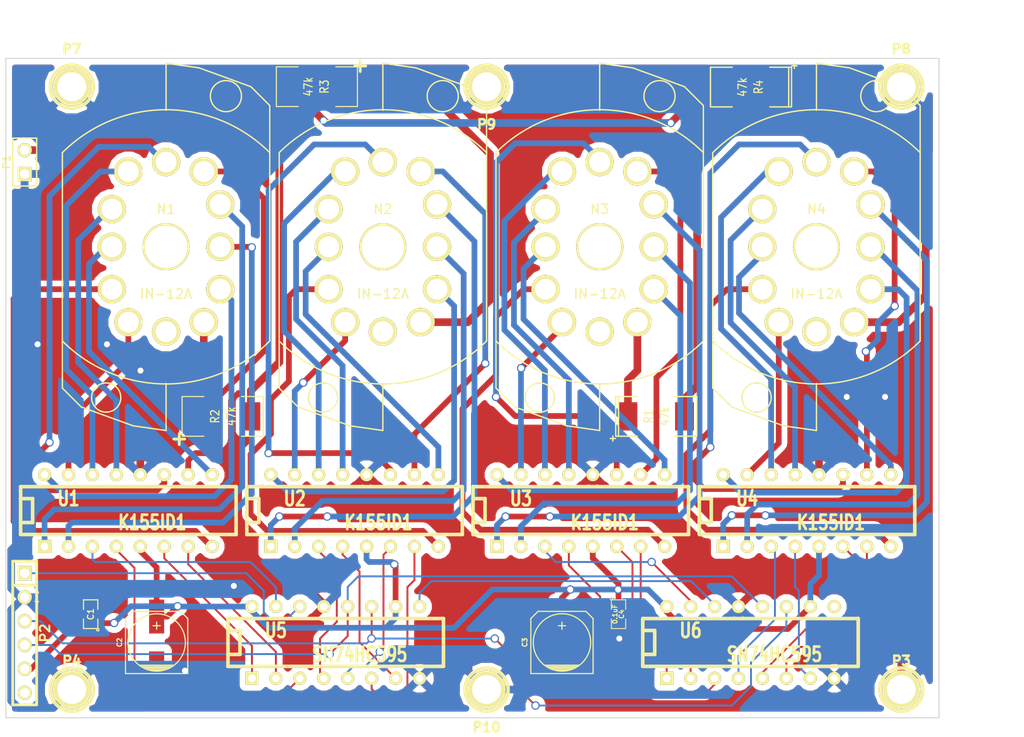
<source format=kicad_pcb>
(kicad_pcb (version 3) (host pcbnew "(2013-dec-23)-stable")

  (general
    (links 101)
    (no_connects 0)
    (area 97.9774 49.150001 210.999999 126.889)
    (thickness 1.6)
    (drawings 6)
    (tracks 544)
    (zones 0)
    (modules 26)
    (nets 68)
  )

  (page A3)
  (layers
    (15 F.Cu signal)
    (0 B.Cu signal)
    (16 B.Adhes user)
    (17 F.Adhes user)
    (18 B.Paste user)
    (19 F.Paste user)
    (20 B.SilkS user)
    (21 F.SilkS user)
    (22 B.Mask user)
    (23 F.Mask user)
    (24 Dwgs.User user)
    (25 Cmts.User user)
    (26 Eco1.User user)
    (27 Eco2.User user)
    (28 Edge.Cuts user)
  )

  (setup
    (last_trace_width 0.8128)
    (user_trace_width 0.2032)
    (user_trace_width 0.6096)
    (user_trace_width 0.8128)
    (trace_clearance 0.254)
    (zone_clearance 0.6096)
    (zone_45_only no)
    (trace_min 0.2032)
    (segment_width 0.2)
    (edge_width 0.1)
    (via_size 0.889)
    (via_drill 0.635)
    (via_min_size 0.889)
    (via_min_drill 0.508)
    (uvia_size 0.508)
    (uvia_drill 0.127)
    (uvias_allowed no)
    (uvia_min_size 0.508)
    (uvia_min_drill 0.127)
    (pcb_text_width 0.3)
    (pcb_text_size 1.5 1.5)
    (mod_edge_width 0.15)
    (mod_text_size 1 1)
    (mod_text_width 0.15)
    (pad_size 1.5 1.5)
    (pad_drill 0.6)
    (pad_to_mask_clearance 0)
    (aux_axis_origin 0 0)
    (visible_elements FFFFFFBF)
    (pcbplotparams
      (layerselection 3178497)
      (usegerberextensions true)
      (excludeedgelayer true)
      (linewidth 0.150000)
      (plotframeref false)
      (viasonmask false)
      (mode 1)
      (useauxorigin false)
      (hpglpennumber 1)
      (hpglpenspeed 20)
      (hpglpendiameter 15)
      (hpglpenoverlay 2)
      (psnegative false)
      (psa4output false)
      (plotreference true)
      (plotvalue true)
      (plotothertext true)
      (plotinvisibletext false)
      (padsonsilk false)
      (subtractmaskfromsilk false)
      (outputformat 1)
      (mirror false)
      (drillshape 1)
      (scaleselection 1)
      (outputdirectory ""))
  )

  (net 0 "")
  (net 1 +3.3V)
  (net 2 /a0)
  (net 3 /a1)
  (net 4 /a2)
  (net 5 /a3)
  (net 6 /a4)
  (net 7 /a5)
  (net 8 /a6)
  (net 9 /a7)
  (net 10 /a8)
  (net 11 /a9)
  (net 12 /b0)
  (net 13 /b1)
  (net 14 /b2)
  (net 15 /b3)
  (net 16 /b4)
  (net 17 /b5)
  (net 18 /b6)
  (net 19 /b7)
  (net 20 /b8)
  (net 21 /b9)
  (net 22 /c0)
  (net 23 /c1)
  (net 24 /c2)
  (net 25 /c3)
  (net 26 /c4)
  (net 27 /c5)
  (net 28 /c6)
  (net 29 /c7)
  (net 30 /c8)
  (net 31 /c9)
  (net 32 /d0)
  (net 33 /d1)
  (net 34 /d2)
  (net 35 /d3)
  (net 36 /d4)
  (net 37 /d5)
  (net 38 /d6)
  (net 39 /d7)
  (net 40 /d8)
  (net 41 /d9)
  (net 42 GND)
  (net 43 HT)
  (net 44 N-0000016)
  (net 45 N-0000017)
  (net 46 N-0000018)
  (net 47 N-0000028)
  (net 48 N-0000029)
  (net 49 N-0000030)
  (net 50 N-0000031)
  (net 51 N-0000032)
  (net 52 N-0000033)
  (net 53 N-0000036)
  (net 54 N-0000037)
  (net 55 N-0000038)
  (net 56 N-0000039)
  (net 57 N-0000040)
  (net 58 N-0000041)
  (net 59 N-0000042)
  (net 60 N-0000043)
  (net 61 N-0000044)
  (net 62 N-0000045)
  (net 63 N-0000046)
  (net 64 N-0000047)
  (net 65 N-0000048)
  (net 66 N-0000049)
  (net 67 N-000007)

  (net_class Default "This is the default net class."
    (clearance 0.254)
    (trace_width 0.254)
    (via_dia 0.889)
    (via_drill 0.635)
    (uvia_dia 0.508)
    (uvia_drill 0.127)
    (add_net "")
    (add_net +3.3V)
    (add_net /a0)
    (add_net /a1)
    (add_net /a2)
    (add_net /a3)
    (add_net /a4)
    (add_net /a5)
    (add_net /a6)
    (add_net /a7)
    (add_net /a8)
    (add_net /a9)
    (add_net /b0)
    (add_net /b1)
    (add_net /b2)
    (add_net /b3)
    (add_net /b4)
    (add_net /b5)
    (add_net /b6)
    (add_net /b7)
    (add_net /b8)
    (add_net /b9)
    (add_net /c0)
    (add_net /c1)
    (add_net /c2)
    (add_net /c3)
    (add_net /c4)
    (add_net /c5)
    (add_net /c6)
    (add_net /c7)
    (add_net /c8)
    (add_net /c9)
    (add_net /d0)
    (add_net /d1)
    (add_net /d2)
    (add_net /d3)
    (add_net /d4)
    (add_net /d5)
    (add_net /d6)
    (add_net /d7)
    (add_net /d8)
    (add_net /d9)
    (add_net GND)
    (add_net HT)
    (add_net N-0000016)
    (add_net N-0000017)
    (add_net N-0000018)
    (add_net N-0000028)
    (add_net N-0000029)
    (add_net N-0000030)
    (add_net N-0000031)
    (add_net N-0000032)
    (add_net N-0000033)
    (add_net N-0000036)
    (add_net N-0000037)
    (add_net N-0000038)
    (add_net N-0000039)
    (add_net N-0000040)
    (add_net N-0000041)
    (add_net N-0000042)
    (add_net N-0000043)
    (add_net N-0000044)
    (add_net N-0000045)
    (add_net N-0000046)
    (add_net N-0000047)
    (add_net N-0000048)
    (add_net N-0000049)
    (add_net N-000007)
  )

  (module PIN_ARRAY-6X1 (layer F.Cu) (tedit 41402119) (tstamp 539606B2)
    (at 101 116 270)
    (descr "Connecteur 6 pins")
    (tags "CONN DEV")
    (path /53861D4E)
    (fp_text reference P2 (at 0 -2.159 270) (layer F.SilkS)
      (effects (font (size 1.016 1.016) (thickness 0.2032)))
    )
    (fp_text value CONN_6 (at 0 2.159 270) (layer F.SilkS) hide
      (effects (font (size 1.016 0.889) (thickness 0.2032)))
    )
    (fp_line (start -7.62 1.27) (end -7.62 -1.27) (layer F.SilkS) (width 0.3048))
    (fp_line (start -7.62 -1.27) (end 7.62 -1.27) (layer F.SilkS) (width 0.3048))
    (fp_line (start 7.62 -1.27) (end 7.62 1.27) (layer F.SilkS) (width 0.3048))
    (fp_line (start 7.62 1.27) (end -7.62 1.27) (layer F.SilkS) (width 0.3048))
    (fp_line (start -5.08 1.27) (end -5.08 -1.27) (layer F.SilkS) (width 0.3048))
    (pad 1 thru_hole rect (at -6.35 0 270) (size 1.524 1.524) (drill 1.016)
      (layers *.Cu *.Mask F.SilkS)
      (net 58 N-0000041)
    )
    (pad 2 thru_hole circle (at -3.81 0 270) (size 1.524 1.524) (drill 1.016)
      (layers *.Cu *.Mask F.SilkS)
      (net 42 GND)
    )
    (pad 3 thru_hole circle (at -1.27 0 270) (size 1.524 1.524) (drill 1.016)
      (layers *.Cu *.Mask F.SilkS)
      (net 57 N-0000040)
    )
    (pad 4 thru_hole circle (at 1.27 0 270) (size 1.524 1.524) (drill 1.016)
      (layers *.Cu *.Mask F.SilkS)
      (net 56 N-0000039)
    )
    (pad 5 thru_hole circle (at 3.81 0 270) (size 1.524 1.524) (drill 1.016)
      (layers *.Cu *.Mask F.SilkS)
      (net 1 +3.3V)
    )
    (pad 6 thru_hole circle (at 6.35 0 270) (size 1.524 1.524) (drill 1.016)
      (layers *.Cu *.Mask F.SilkS)
    )
    (model pin_array/pins_array_6x1.wrl
      (at (xyz 0 0 0))
      (scale (xyz 1 1 1))
      (rotate (xyz 0 0 0))
    )
  )

  (module DIP-16__300 (layer F.Cu) (tedit 200000) (tstamp 539606DD)
    (at 112 103)
    (descr "16 pins DIL package, round pads")
    (tags DIL)
    (path /53861CB2)
    (fp_text reference U1 (at -6.35 -1.27) (layer F.SilkS)
      (effects (font (size 1.524 1.143) (thickness 0.3048)))
    )
    (fp_text value K155ID1 (at 2.54 1.27) (layer F.SilkS)
      (effects (font (size 1.524 1.143) (thickness 0.3048)))
    )
    (fp_line (start -11.43 -1.27) (end -11.43 -1.27) (layer F.SilkS) (width 0.381))
    (fp_line (start -11.43 -1.27) (end -10.16 -1.27) (layer F.SilkS) (width 0.381))
    (fp_line (start -10.16 -1.27) (end -10.16 1.27) (layer F.SilkS) (width 0.381))
    (fp_line (start -10.16 1.27) (end -11.43 1.27) (layer F.SilkS) (width 0.381))
    (fp_line (start -11.43 -2.54) (end 11.43 -2.54) (layer F.SilkS) (width 0.381))
    (fp_line (start 11.43 -2.54) (end 11.43 2.54) (layer F.SilkS) (width 0.381))
    (fp_line (start 11.43 2.54) (end -11.43 2.54) (layer F.SilkS) (width 0.381))
    (fp_line (start -11.43 2.54) (end -11.43 -2.54) (layer F.SilkS) (width 0.381))
    (pad 1 thru_hole rect (at -8.89 3.81) (size 1.397 1.397) (drill 0.8128)
      (layers *.Cu *.Mask F.SilkS)
      (net 10 /a8)
    )
    (pad 2 thru_hole circle (at -6.35 3.81) (size 1.397 1.397) (drill 0.8128)
      (layers *.Cu *.Mask F.SilkS)
      (net 11 /a9)
    )
    (pad 3 thru_hole circle (at -3.81 3.81) (size 1.397 1.397) (drill 0.8128)
      (layers *.Cu *.Mask F.SilkS)
      (net 66 N-0000049)
    )
    (pad 4 thru_hole circle (at -1.27 3.81) (size 1.397 1.397) (drill 0.8128)
      (layers *.Cu *.Mask F.SilkS)
      (net 63 N-0000046)
    )
    (pad 5 thru_hole circle (at 1.27 3.81) (size 1.397 1.397) (drill 0.8128)
      (layers *.Cu *.Mask F.SilkS)
      (net 1 +3.3V)
    )
    (pad 6 thru_hole circle (at 3.81 3.81) (size 1.397 1.397) (drill 0.8128)
      (layers *.Cu *.Mask F.SilkS)
      (net 65 N-0000048)
    )
    (pad 7 thru_hole circle (at 6.35 3.81) (size 1.397 1.397) (drill 0.8128)
      (layers *.Cu *.Mask F.SilkS)
      (net 64 N-0000047)
    )
    (pad 8 thru_hole circle (at 8.89 3.81) (size 1.397 1.397) (drill 0.8128)
      (layers *.Cu *.Mask F.SilkS)
      (net 4 /a2)
    )
    (pad 9 thru_hole circle (at 8.89 -3.81) (size 1.397 1.397) (drill 0.8128)
      (layers *.Cu *.Mask F.SilkS)
      (net 5 /a3)
    )
    (pad 10 thru_hole circle (at 6.35 -3.81) (size 1.397 1.397) (drill 0.8128)
      (layers *.Cu *.Mask F.SilkS)
      (net 9 /a7)
    )
    (pad 11 thru_hole circle (at 3.81 -3.81) (size 1.397 1.397) (drill 0.8128)
      (layers *.Cu *.Mask F.SilkS)
      (net 8 /a6)
    )
    (pad 12 thru_hole circle (at 1.27 -3.81) (size 1.397 1.397) (drill 0.8128)
      (layers *.Cu *.Mask F.SilkS)
      (net 42 GND)
    )
    (pad 13 thru_hole circle (at -1.27 -3.81) (size 1.397 1.397) (drill 0.8128)
      (layers *.Cu *.Mask F.SilkS)
      (net 6 /a4)
    )
    (pad 14 thru_hole circle (at -3.81 -3.81) (size 1.397 1.397) (drill 0.8128)
      (layers *.Cu *.Mask F.SilkS)
      (net 7 /a5)
    )
    (pad 15 thru_hole circle (at -6.35 -3.81) (size 1.397 1.397) (drill 0.8128)
      (layers *.Cu *.Mask F.SilkS)
      (net 3 /a1)
    )
    (pad 16 thru_hole circle (at -8.89 -3.81) (size 1.397 1.397) (drill 0.8128)
      (layers *.Cu *.Mask F.SilkS)
      (net 2 /a0)
    )
    (model dil/dil_16.wrl
      (at (xyz 0 0 0))
      (scale (xyz 1 1 1))
      (rotate (xyz 0 0 0))
    )
  )

  (module DIP-16__300 (layer F.Cu) (tedit 200000) (tstamp 539606F9)
    (at 136 103)
    (descr "16 pins DIL package, round pads")
    (tags DIL)
    (path /53861CC1)
    (fp_text reference U2 (at -6.35 -1.27) (layer F.SilkS)
      (effects (font (size 1.524 1.143) (thickness 0.3048)))
    )
    (fp_text value K155ID1 (at 2.54 1.27) (layer F.SilkS)
      (effects (font (size 1.524 1.143) (thickness 0.3048)))
    )
    (fp_line (start -11.43 -1.27) (end -11.43 -1.27) (layer F.SilkS) (width 0.381))
    (fp_line (start -11.43 -1.27) (end -10.16 -1.27) (layer F.SilkS) (width 0.381))
    (fp_line (start -10.16 -1.27) (end -10.16 1.27) (layer F.SilkS) (width 0.381))
    (fp_line (start -10.16 1.27) (end -11.43 1.27) (layer F.SilkS) (width 0.381))
    (fp_line (start -11.43 -2.54) (end 11.43 -2.54) (layer F.SilkS) (width 0.381))
    (fp_line (start 11.43 -2.54) (end 11.43 2.54) (layer F.SilkS) (width 0.381))
    (fp_line (start 11.43 2.54) (end -11.43 2.54) (layer F.SilkS) (width 0.381))
    (fp_line (start -11.43 2.54) (end -11.43 -2.54) (layer F.SilkS) (width 0.381))
    (pad 1 thru_hole rect (at -8.89 3.81) (size 1.397 1.397) (drill 0.8128)
      (layers *.Cu *.Mask F.SilkS)
      (net 20 /b8)
    )
    (pad 2 thru_hole circle (at -6.35 3.81) (size 1.397 1.397) (drill 0.8128)
      (layers *.Cu *.Mask F.SilkS)
      (net 21 /b9)
    )
    (pad 3 thru_hole circle (at -3.81 3.81) (size 1.397 1.397) (drill 0.8128)
      (layers *.Cu *.Mask F.SilkS)
      (net 62 N-0000045)
    )
    (pad 4 thru_hole circle (at -1.27 3.81) (size 1.397 1.397) (drill 0.8128)
      (layers *.Cu *.Mask F.SilkS)
      (net 59 N-0000042)
    )
    (pad 5 thru_hole circle (at 1.27 3.81) (size 1.397 1.397) (drill 0.8128)
      (layers *.Cu *.Mask F.SilkS)
      (net 1 +3.3V)
    )
    (pad 6 thru_hole circle (at 3.81 3.81) (size 1.397 1.397) (drill 0.8128)
      (layers *.Cu *.Mask F.SilkS)
      (net 61 N-0000044)
    )
    (pad 7 thru_hole circle (at 6.35 3.81) (size 1.397 1.397) (drill 0.8128)
      (layers *.Cu *.Mask F.SilkS)
      (net 60 N-0000043)
    )
    (pad 8 thru_hole circle (at 8.89 3.81) (size 1.397 1.397) (drill 0.8128)
      (layers *.Cu *.Mask F.SilkS)
      (net 14 /b2)
    )
    (pad 9 thru_hole circle (at 8.89 -3.81) (size 1.397 1.397) (drill 0.8128)
      (layers *.Cu *.Mask F.SilkS)
      (net 15 /b3)
    )
    (pad 10 thru_hole circle (at 6.35 -3.81) (size 1.397 1.397) (drill 0.8128)
      (layers *.Cu *.Mask F.SilkS)
      (net 19 /b7)
    )
    (pad 11 thru_hole circle (at 3.81 -3.81) (size 1.397 1.397) (drill 0.8128)
      (layers *.Cu *.Mask F.SilkS)
      (net 18 /b6)
    )
    (pad 12 thru_hole circle (at 1.27 -3.81) (size 1.397 1.397) (drill 0.8128)
      (layers *.Cu *.Mask F.SilkS)
      (net 42 GND)
    )
    (pad 13 thru_hole circle (at -1.27 -3.81) (size 1.397 1.397) (drill 0.8128)
      (layers *.Cu *.Mask F.SilkS)
      (net 16 /b4)
    )
    (pad 14 thru_hole circle (at -3.81 -3.81) (size 1.397 1.397) (drill 0.8128)
      (layers *.Cu *.Mask F.SilkS)
      (net 17 /b5)
    )
    (pad 15 thru_hole circle (at -6.35 -3.81) (size 1.397 1.397) (drill 0.8128)
      (layers *.Cu *.Mask F.SilkS)
      (net 13 /b1)
    )
    (pad 16 thru_hole circle (at -8.89 -3.81) (size 1.397 1.397) (drill 0.8128)
      (layers *.Cu *.Mask F.SilkS)
      (net 12 /b0)
    )
    (model dil/dil_16.wrl
      (at (xyz 0 0 0))
      (scale (xyz 1 1 1))
      (rotate (xyz 0 0 0))
    )
  )

  (module DIP-16__300 (layer F.Cu) (tedit 200000) (tstamp 53960715)
    (at 160 103)
    (descr "16 pins DIL package, round pads")
    (tags DIL)
    (path /539C1894)
    (fp_text reference U3 (at -6.35 -1.27) (layer F.SilkS)
      (effects (font (size 1.524 1.143) (thickness 0.3048)))
    )
    (fp_text value K155ID1 (at 2.54 1.27) (layer F.SilkS)
      (effects (font (size 1.524 1.143) (thickness 0.3048)))
    )
    (fp_line (start -11.43 -1.27) (end -11.43 -1.27) (layer F.SilkS) (width 0.381))
    (fp_line (start -11.43 -1.27) (end -10.16 -1.27) (layer F.SilkS) (width 0.381))
    (fp_line (start -10.16 -1.27) (end -10.16 1.27) (layer F.SilkS) (width 0.381))
    (fp_line (start -10.16 1.27) (end -11.43 1.27) (layer F.SilkS) (width 0.381))
    (fp_line (start -11.43 -2.54) (end 11.43 -2.54) (layer F.SilkS) (width 0.381))
    (fp_line (start 11.43 -2.54) (end 11.43 2.54) (layer F.SilkS) (width 0.381))
    (fp_line (start 11.43 2.54) (end -11.43 2.54) (layer F.SilkS) (width 0.381))
    (fp_line (start -11.43 2.54) (end -11.43 -2.54) (layer F.SilkS) (width 0.381))
    (pad 1 thru_hole rect (at -8.89 3.81) (size 1.397 1.397) (drill 0.8128)
      (layers *.Cu *.Mask F.SilkS)
      (net 30 /c8)
    )
    (pad 2 thru_hole circle (at -6.35 3.81) (size 1.397 1.397) (drill 0.8128)
      (layers *.Cu *.Mask F.SilkS)
      (net 31 /c9)
    )
    (pad 3 thru_hole circle (at -3.81 3.81) (size 1.397 1.397) (drill 0.8128)
      (layers *.Cu *.Mask F.SilkS)
      (net 53 N-0000036)
    )
    (pad 4 thru_hole circle (at -1.27 3.81) (size 1.397 1.397) (drill 0.8128)
      (layers *.Cu *.Mask F.SilkS)
      (net 49 N-0000030)
    )
    (pad 5 thru_hole circle (at 1.27 3.81) (size 1.397 1.397) (drill 0.8128)
      (layers *.Cu *.Mask F.SilkS)
      (net 1 +3.3V)
    )
    (pad 6 thru_hole circle (at 3.81 3.81) (size 1.397 1.397) (drill 0.8128)
      (layers *.Cu *.Mask F.SilkS)
      (net 48 N-0000029)
    )
    (pad 7 thru_hole circle (at 6.35 3.81) (size 1.397 1.397) (drill 0.8128)
      (layers *.Cu *.Mask F.SilkS)
      (net 47 N-0000028)
    )
    (pad 8 thru_hole circle (at 8.89 3.81) (size 1.397 1.397) (drill 0.8128)
      (layers *.Cu *.Mask F.SilkS)
      (net 24 /c2)
    )
    (pad 9 thru_hole circle (at 8.89 -3.81) (size 1.397 1.397) (drill 0.8128)
      (layers *.Cu *.Mask F.SilkS)
      (net 25 /c3)
    )
    (pad 10 thru_hole circle (at 6.35 -3.81) (size 1.397 1.397) (drill 0.8128)
      (layers *.Cu *.Mask F.SilkS)
      (net 29 /c7)
    )
    (pad 11 thru_hole circle (at 3.81 -3.81) (size 1.397 1.397) (drill 0.8128)
      (layers *.Cu *.Mask F.SilkS)
      (net 28 /c6)
    )
    (pad 12 thru_hole circle (at 1.27 -3.81) (size 1.397 1.397) (drill 0.8128)
      (layers *.Cu *.Mask F.SilkS)
      (net 42 GND)
    )
    (pad 13 thru_hole circle (at -1.27 -3.81) (size 1.397 1.397) (drill 0.8128)
      (layers *.Cu *.Mask F.SilkS)
      (net 26 /c4)
    )
    (pad 14 thru_hole circle (at -3.81 -3.81) (size 1.397 1.397) (drill 0.8128)
      (layers *.Cu *.Mask F.SilkS)
      (net 27 /c5)
    )
    (pad 15 thru_hole circle (at -6.35 -3.81) (size 1.397 1.397) (drill 0.8128)
      (layers *.Cu *.Mask F.SilkS)
      (net 23 /c1)
    )
    (pad 16 thru_hole circle (at -8.89 -3.81) (size 1.397 1.397) (drill 0.8128)
      (layers *.Cu *.Mask F.SilkS)
      (net 22 /c0)
    )
    (model dil/dil_16.wrl
      (at (xyz 0 0 0))
      (scale (xyz 1 1 1))
      (rotate (xyz 0 0 0))
    )
  )

  (module c_elec_6.3x7.7 (layer F.Cu) (tedit 49F5C0C2) (tstamp 53960639)
    (at 115 117 90)
    (descr "SMT capacitor, aluminium electrolytic, 6.3x7.7")
    (path /538630C3)
    (fp_text reference C2 (at 0 -3.937 90) (layer F.SilkS)
      (effects (font (size 0.50038 0.50038) (thickness 0.11938)))
    )
    (fp_text value 100uF (at 0 3.81 90) (layer F.SilkS) hide
      (effects (font (size 0.50038 0.50038) (thickness 0.11938)))
    )
    (fp_line (start -2.921 -0.762) (end -2.921 0.762) (layer F.SilkS) (width 0.127))
    (fp_line (start -2.794 1.143) (end -2.794 -1.143) (layer F.SilkS) (width 0.127))
    (fp_line (start -2.667 -1.397) (end -2.667 1.397) (layer F.SilkS) (width 0.127))
    (fp_line (start -2.54 1.651) (end -2.54 -1.651) (layer F.SilkS) (width 0.127))
    (fp_line (start -2.413 -1.778) (end -2.413 1.778) (layer F.SilkS) (width 0.127))
    (fp_circle (center 0 0) (end -3.048 0) (layer F.SilkS) (width 0.127))
    (fp_line (start -3.302 -3.302) (end -3.302 3.302) (layer F.SilkS) (width 0.127))
    (fp_line (start -3.302 3.302) (end 2.54 3.302) (layer F.SilkS) (width 0.127))
    (fp_line (start 2.54 3.302) (end 3.302 2.54) (layer F.SilkS) (width 0.127))
    (fp_line (start 3.302 2.54) (end 3.302 -2.54) (layer F.SilkS) (width 0.127))
    (fp_line (start 3.302 -2.54) (end 2.54 -3.302) (layer F.SilkS) (width 0.127))
    (fp_line (start 2.54 -3.302) (end -3.302 -3.302) (layer F.SilkS) (width 0.127))
    (fp_line (start 2.159 0) (end 1.397 0) (layer F.SilkS) (width 0.127))
    (fp_line (start 1.778 -0.381) (end 1.778 0.381) (layer F.SilkS) (width 0.127))
    (pad 1 smd rect (at 2.75082 0 90) (size 3.59918 1.6002)
      (layers F.Cu F.Paste F.Mask)
      (net 1 +3.3V)
    )
    (pad 2 smd rect (at -2.75082 0 90) (size 3.59918 1.6002)
      (layers F.Cu F.Paste F.Mask)
      (net 42 GND)
    )
    (model smd/capacitors/c_elec_6_3x7_7.wrl
      (at (xyz 0 0 0))
      (scale (xyz 1 1 1))
      (rotate (xyz 0 0 0))
    )
  )

  (module SM0805 (layer F.Cu) (tedit 539C306B) (tstamp 53960645)
    (at 108 114 90)
    (path /5386DD06)
    (attr smd)
    (fp_text reference C1 (at 0 0 90) (layer F.SilkS)
      (effects (font (size 0.635 0.635) (thickness 0.127)))
    )
    (fp_text value 0.1uF (at 0 0 90) (layer F.SilkS) hide
      (effects (font (size 0.635 0.635) (thickness 0.127)))
    )
    (fp_circle (center -1.651 0.762) (end -1.651 0.635) (layer F.SilkS) (width 0.127))
    (fp_line (start -0.508 0.762) (end -1.524 0.762) (layer F.SilkS) (width 0.127))
    (fp_line (start -1.524 0.762) (end -1.524 -0.762) (layer F.SilkS) (width 0.127))
    (fp_line (start -1.524 -0.762) (end -0.508 -0.762) (layer F.SilkS) (width 0.127))
    (fp_line (start 0.508 -0.762) (end 1.524 -0.762) (layer F.SilkS) (width 0.127))
    (fp_line (start 1.524 -0.762) (end 1.524 0.762) (layer F.SilkS) (width 0.127))
    (fp_line (start 1.524 0.762) (end 0.508 0.762) (layer F.SilkS) (width 0.127))
    (pad 1 smd rect (at -0.9525 0 90) (size 0.889 1.397)
      (layers F.Cu F.Paste F.Mask)
      (net 1 +3.3V)
    )
    (pad 2 smd rect (at 0.9525 0 90) (size 0.889 1.397)
      (layers F.Cu F.Paste F.Mask)
      (net 42 GND)
    )
    (model smd/chip_cms.wrl
      (at (xyz 0 0 0))
      (scale (xyz 0.1 0.1 0.1))
      (rotate (xyz 0 0 0))
    )
  )

  (module SM2512 (layer F.Cu) (tedit 4EFC472C) (tstamp 53960651)
    (at 132 58 180)
    (tags "CMS SM")
    (path /5386EB16)
    (attr smd)
    (fp_text reference R3 (at -0.8001 0 270) (layer F.SilkS)
      (effects (font (size 0.889 0.762) (thickness 0.127)))
    )
    (fp_text value 47k (at 0.89916 0 270) (layer F.SilkS)
      (effects (font (size 0.889 0.762) (thickness 0.127)))
    )
    (fp_text user + (at -4.59994 2.30124 180) (layer F.SilkS)
      (effects (font (size 1.524 1.524) (thickness 0.29972)))
    )
    (fp_line (start -4.30022 -2.10058) (end -4.30022 2.10058) (layer F.SilkS) (width 0.11938))
    (fp_line (start 4.30022 -2.10058) (end 4.30022 2.10058) (layer F.SilkS) (width 0.11938))
    (fp_line (start 1.99644 2.10566) (end 4.28244 2.10566) (layer F.SilkS) (width 0.11938))
    (fp_line (start 4.28244 -2.10566) (end 1.99644 -2.10566) (layer F.SilkS) (width 0.11938))
    (fp_line (start -1.99898 -2.10566) (end -4.28498 -2.10566) (layer F.SilkS) (width 0.11938))
    (fp_line (start -4.28244 2.10566) (end -1.99644 2.10566) (layer F.SilkS) (width 0.11938))
    (pad 1 smd rect (at -2.99974 0 180) (size 1.99898 2.99974)
      (layers F.Cu F.Paste F.Mask)
      (net 51 N-0000032)
    )
    (pad 2 smd rect (at 2.99974 0 180) (size 1.99898 2.99974)
      (layers F.Cu F.Paste F.Mask)
      (net 43 HT)
    )
    (model smd\chip_smd_pol_wide.wrl
      (at (xyz 0 0 0))
      (scale (xyz 0.35 0.35 0.35))
      (rotate (xyz 0 0 0))
    )
  )

  (module SM2512 (layer F.Cu) (tedit 4EFC472C) (tstamp 5396065D)
    (at 122 93)
    (tags "CMS SM")
    (path /5386ECC2)
    (attr smd)
    (fp_text reference R2 (at -0.8001 0 90) (layer F.SilkS)
      (effects (font (size 0.889 0.762) (thickness 0.127)))
    )
    (fp_text value 47k (at 0.89916 0 90) (layer F.SilkS)
      (effects (font (size 0.889 0.762) (thickness 0.127)))
    )
    (fp_text user + (at -4.59994 2.30124) (layer F.SilkS)
      (effects (font (size 1.524 1.524) (thickness 0.29972)))
    )
    (fp_line (start -4.30022 -2.10058) (end -4.30022 2.10058) (layer F.SilkS) (width 0.11938))
    (fp_line (start 4.30022 -2.10058) (end 4.30022 2.10058) (layer F.SilkS) (width 0.11938))
    (fp_line (start 1.99644 2.10566) (end 4.28244 2.10566) (layer F.SilkS) (width 0.11938))
    (fp_line (start 4.28244 -2.10566) (end 1.99644 -2.10566) (layer F.SilkS) (width 0.11938))
    (fp_line (start -1.99898 -2.10566) (end -4.28498 -2.10566) (layer F.SilkS) (width 0.11938))
    (fp_line (start -4.28244 2.10566) (end -1.99644 2.10566) (layer F.SilkS) (width 0.11938))
    (pad 1 smd rect (at -2.99974 0) (size 1.99898 2.99974)
      (layers F.Cu F.Paste F.Mask)
      (net 50 N-0000031)
    )
    (pad 2 smd rect (at 2.99974 0) (size 1.99898 2.99974)
      (layers F.Cu F.Paste F.Mask)
      (net 43 HT)
    )
    (model smd\chip_smd_pol_wide.wrl
      (at (xyz 0 0 0))
      (scale (xyz 0.35 0.35 0.35))
      (rotate (xyz 0 0 0))
    )
  )

  (module 1pin (layer F.Cu) (tedit 5399E340) (tstamp 5399DC27)
    (at 106 58)
    (descr "module 1 pin (ou trou mecanique de percage)")
    (tags DEV)
    (path /5399DC0B)
    (fp_text reference P7 (at 0 -4) (layer F.SilkS)
      (effects (font (size 1.016 1.016) (thickness 0.254)))
    )
    (fp_text value CONN_1 (at 0 2.794) (layer F.SilkS) hide
      (effects (font (size 1.016 1.016) (thickness 0.254)))
    )
    (fp_circle (center 0 0) (end 0 -2.286) (layer F.SilkS) (width 0.381))
    (pad 1 thru_hole circle (at 0 0) (size 4.064 4.064) (drill 3.048)
      (layers *.Cu *.Mask F.SilkS)
      (net 42 GND)
    )
  )

  (module 1pin (layer F.Cu) (tedit 5399E343) (tstamp 5399DC2D)
    (at 194 58)
    (descr "module 1 pin (ou trou mecanique de percage)")
    (tags DEV)
    (path /5399DC1A)
    (fp_text reference P8 (at 0 -4) (layer F.SilkS)
      (effects (font (size 1.016 1.016) (thickness 0.254)))
    )
    (fp_text value CONN_1 (at 0 2.794) (layer F.SilkS) hide
      (effects (font (size 1.016 1.016) (thickness 0.254)))
    )
    (fp_circle (center 0 0) (end 0 -2.286) (layer F.SilkS) (width 0.381))
    (pad 1 thru_hole circle (at 0 0) (size 4.064 4.064) (drill 3.048)
      (layers *.Cu *.Mask F.SilkS)
      (net 42 GND)
    )
  )

  (module 1pin (layer F.Cu) (tedit 5399E34A) (tstamp 5399DC33)
    (at 150 58)
    (descr "module 1 pin (ou trou mecanique de percage)")
    (tags DEV)
    (path /5399DC29)
    (fp_text reference P9 (at 0 4) (layer F.SilkS)
      (effects (font (size 1.016 1.016) (thickness 0.254)))
    )
    (fp_text value CONN_1 (at 0 2.794) (layer F.SilkS) hide
      (effects (font (size 1.016 1.016) (thickness 0.254)))
    )
    (fp_circle (center 0 0) (end 0 -2.286) (layer F.SilkS) (width 0.381))
    (pad 1 thru_hole circle (at 0 0) (size 4.064 4.064) (drill 3.048)
      (layers *.Cu *.Mask F.SilkS)
      (net 42 GND)
    )
  )

  (module 1pin (layer F.Cu) (tedit 5399E347) (tstamp 5399DC39)
    (at 150 122)
    (descr "module 1 pin (ou trou mecanique de percage)")
    (tags DEV)
    (path /5399DC38)
    (fp_text reference P10 (at 0 4) (layer F.SilkS)
      (effects (font (size 1.016 1.016) (thickness 0.254)))
    )
    (fp_text value CONN_1 (at 0 2.794) (layer F.SilkS) hide
      (effects (font (size 1.016 1.016) (thickness 0.254)))
    )
    (fp_circle (center 0 0) (end 0 -2.286) (layer F.SilkS) (width 0.381))
    (pad 1 thru_hole circle (at 0 0) (size 4.064 4.064) (drill 3.048)
      (layers *.Cu *.Mask F.SilkS)
      (net 42 GND)
    )
  )

  (module SM2512 (layer F.Cu) (tedit 51015917) (tstamp 539C1B9D)
    (at 168 93)
    (tags "CMS SM")
    (path /539C1729)
    (attr smd)
    (fp_text reference R1 (at -0.8001 0 90) (layer F.SilkS)
      (effects (font (size 0.889 0.762) (thickness 0.127)))
    )
    (fp_text value 47k (at 0.89916 0 90) (layer F.SilkS)
      (effects (font (size 0.889 0.762) (thickness 0.127)))
    )
    (fp_line (start -3.99956 -2.10058) (end -3.99956 2.10058) (layer F.SilkS) (width 0.14986))
    (fp_text user + (at -4.59994 2.30124) (layer F.SilkS)
      (effects (font (size 0.7 0.7) (thickness 0.15)))
    )
    (fp_line (start -4.30022 -2.10058) (end -4.30022 2.10058) (layer F.SilkS) (width 0.14986))
    (fp_line (start 4.30022 -2.10058) (end 4.30022 2.10058) (layer F.SilkS) (width 0.14986))
    (fp_line (start 1.99644 2.10566) (end 4.28244 2.10566) (layer F.SilkS) (width 0.14986))
    (fp_line (start 4.28244 -2.10566) (end 1.99644 -2.10566) (layer F.SilkS) (width 0.14986))
    (fp_line (start -1.99898 -2.10566) (end -4.28498 -2.10566) (layer F.SilkS) (width 0.14986))
    (fp_line (start -4.28244 2.10566) (end -1.99644 2.10566) (layer F.SilkS) (width 0.14986))
    (pad 1 smd rect (at -2.99974 0) (size 1.99898 2.99974)
      (layers F.Cu F.Paste F.Mask)
      (net 52 N-0000033)
    )
    (pad 2 smd rect (at 2.99974 0) (size 1.99898 2.99974)
      (layers F.Cu F.Paste F.Mask)
      (net 43 HT)
    )
    (model smd\chip_smd_pol_wide.wrl
      (at (xyz 0 0 0))
      (scale (xyz 0.35 0.35 0.35))
      (rotate (xyz 0 0 0))
    )
  )

  (module SM2512 (layer F.Cu) (tedit 51015917) (tstamp 539C1BAB)
    (at 178.054 58.039 180)
    (tags "CMS SM")
    (path /539C1748)
    (attr smd)
    (fp_text reference R4 (at -0.8001 0 270) (layer F.SilkS)
      (effects (font (size 0.889 0.762) (thickness 0.127)))
    )
    (fp_text value 47k (at 0.89916 0 270) (layer F.SilkS)
      (effects (font (size 0.889 0.762) (thickness 0.127)))
    )
    (fp_line (start -3.99956 -2.10058) (end -3.99956 2.10058) (layer F.SilkS) (width 0.14986))
    (fp_text user + (at -4.59994 2.30124 180) (layer F.SilkS)
      (effects (font (size 0.7 0.7) (thickness 0.15)))
    )
    (fp_line (start -4.30022 -2.10058) (end -4.30022 2.10058) (layer F.SilkS) (width 0.14986))
    (fp_line (start 4.30022 -2.10058) (end 4.30022 2.10058) (layer F.SilkS) (width 0.14986))
    (fp_line (start 1.99644 2.10566) (end 4.28244 2.10566) (layer F.SilkS) (width 0.14986))
    (fp_line (start 4.28244 -2.10566) (end 1.99644 -2.10566) (layer F.SilkS) (width 0.14986))
    (fp_line (start -1.99898 -2.10566) (end -4.28498 -2.10566) (layer F.SilkS) (width 0.14986))
    (fp_line (start -4.28244 2.10566) (end -1.99644 2.10566) (layer F.SilkS) (width 0.14986))
    (pad 1 smd rect (at -2.99974 0 180) (size 1.99898 2.99974)
      (layers F.Cu F.Paste F.Mask)
      (net 67 N-000007)
    )
    (pad 2 smd rect (at 2.99974 0 180) (size 1.99898 2.99974)
      (layers F.Cu F.Paste F.Mask)
      (net 43 HT)
    )
    (model smd\chip_smd_pol_wide.wrl
      (at (xyz 0 0 0))
      (scale (xyz 0.35 0.35 0.35))
      (rotate (xyz 0 0 0))
    )
  )

  (module IN-12A (layer F.Cu) (tedit 5399EC77) (tstamp 539C1BCC)
    (at 116 75)
    (path /539C14B6)
    (fp_text reference N1 (at 0 -4) (layer F.SilkS)
      (effects (font (size 1 1) (thickness 0.15)))
    )
    (fp_text value IN-12A (at 0 5) (layer F.SilkS)
      (effects (font (size 1 1) (thickness 0.15)))
    )
    (fp_circle (center 6.35 -16) (end 8 -16) (layer F.SilkS) (width 0.15))
    (fp_circle (center -6.35 16) (end -7.9 16) (layer F.SilkS) (width 0.15))
    (fp_line (start -9 17) (end -3.5 19) (layer F.SilkS) (width 0.15))
    (fp_line (start -3.5 19) (end 0 19.5) (layer F.SilkS) (width 0.15))
    (fp_line (start -11 15) (end -9 17) (layer F.SilkS) (width 0.15))
    (fp_line (start -11 10) (end -11 15) (layer F.SilkS) (width 0.15))
    (fp_line (start 0 14.5) (end 0 19.5) (layer F.SilkS) (width 0.15))
    (fp_line (start 11 -15) (end 9 -17) (layer F.SilkS) (width 0.15))
    (fp_line (start 9 -17) (end 3.5 -19) (layer F.SilkS) (width 0.15))
    (fp_line (start 3.5 -19) (end 0 -19.5) (layer F.SilkS) (width 0.15))
    (fp_line (start 11 -10) (end 11 -15) (layer F.SilkS) (width 0.15))
    (fp_line (start 0 -14.5) (end 0 -19.5) (layer F.SilkS) (width 0.15))
    (fp_line (start -11 -10) (end -11 10) (layer F.SilkS) (width 0.15))
    (fp_line (start 11 -10) (end 11 10) (layer F.SilkS) (width 0.15))
    (fp_arc (start 0 -1) (end 11 10) (angle 90) (layer F.SilkS) (width 0.15))
    (fp_arc (start 0 1) (end -11 -10) (angle 90) (layer F.SilkS) (width 0.15))
    (pad 3 thru_hole circle (at 5.75 0) (size 3 3) (drill 2.2)
      (layers *.Cu *.Mask F.SilkS)
      (net 11 /a9)
    )
    (pad 2 thru_hole circle (at 5.75 4.5) (size 3 3) (drill 2.2)
      (layers *.Cu *.Mask F.SilkS)
      (net 2 /a0)
    )
    (pad 1 thru_hole circle (at 4 8) (size 3 3) (drill 2.2)
      (layers *.Cu *.Mask F.SilkS)
      (net 50 N-0000031)
    )
    (pad 12 thru_hole circle (at 0 9) (size 3 3) (drill 2.2)
      (layers *.Cu *.Mask F.SilkS)
    )
    (pad 11 thru_hole circle (at -4 8) (size 3 3) (drill 2.2)
      (layers *.Cu *.Mask F.SilkS)
      (net 3 /a1)
    )
    (pad 10 thru_hole circle (at -5.75 4.5) (size 3 3) (drill 2.2)
      (layers *.Cu *.Mask F.SilkS)
      (net 4 /a2)
    )
    (pad 9 thru_hole circle (at -5.75 0) (size 3 3) (drill 2.2)
      (layers *.Cu *.Mask F.SilkS)
      (net 5 /a3)
    )
    (pad 8 thru_hole circle (at -5.75 -4) (size 3 3) (drill 2.2)
      (layers *.Cu *.Mask F.SilkS)
      (net 6 /a4)
    )
    (pad 7 thru_hole circle (at -4 -8) (size 3 3) (drill 2.2)
      (layers *.Cu *.Mask F.SilkS)
      (net 7 /a5)
    )
    (pad 6 thru_hole circle (at 0 -9) (size 3 3) (drill 2.2)
      (layers *.Cu *.Mask F.SilkS)
      (net 8 /a6)
    )
    (pad 5 thru_hole circle (at 4 -8) (size 3 3) (drill 2.2)
      (layers *.Cu *.Mask F.SilkS)
      (net 9 /a7)
    )
    (pad 4 thru_hole circle (at 5.75 -4.5) (size 3 3) (drill 2.2)
      (layers *.Cu *.Mask F.SilkS)
      (net 10 /a8)
    )
    (pad "" thru_hole circle (at 0 0) (size 5 5) (drill 4.5)
      (layers *.Cu *.Mask F.SilkS)
    )
  )

  (module IN-12A (layer F.Cu) (tedit 5399EC77) (tstamp 539C1BED)
    (at 139 75)
    (path /539C14C5)
    (fp_text reference N2 (at 0 -4) (layer F.SilkS)
      (effects (font (size 1 1) (thickness 0.15)))
    )
    (fp_text value IN-12A (at 0 5) (layer F.SilkS)
      (effects (font (size 1 1) (thickness 0.15)))
    )
    (fp_circle (center 6.35 -16) (end 8 -16) (layer F.SilkS) (width 0.15))
    (fp_circle (center -6.35 16) (end -7.9 16) (layer F.SilkS) (width 0.15))
    (fp_line (start -9 17) (end -3.5 19) (layer F.SilkS) (width 0.15))
    (fp_line (start -3.5 19) (end 0 19.5) (layer F.SilkS) (width 0.15))
    (fp_line (start -11 15) (end -9 17) (layer F.SilkS) (width 0.15))
    (fp_line (start -11 10) (end -11 15) (layer F.SilkS) (width 0.15))
    (fp_line (start 0 14.5) (end 0 19.5) (layer F.SilkS) (width 0.15))
    (fp_line (start 11 -15) (end 9 -17) (layer F.SilkS) (width 0.15))
    (fp_line (start 9 -17) (end 3.5 -19) (layer F.SilkS) (width 0.15))
    (fp_line (start 3.5 -19) (end 0 -19.5) (layer F.SilkS) (width 0.15))
    (fp_line (start 11 -10) (end 11 -15) (layer F.SilkS) (width 0.15))
    (fp_line (start 0 -14.5) (end 0 -19.5) (layer F.SilkS) (width 0.15))
    (fp_line (start -11 -10) (end -11 10) (layer F.SilkS) (width 0.15))
    (fp_line (start 11 -10) (end 11 10) (layer F.SilkS) (width 0.15))
    (fp_arc (start 0 -1) (end 11 10) (angle 90) (layer F.SilkS) (width 0.15))
    (fp_arc (start 0 1) (end -11 -10) (angle 90) (layer F.SilkS) (width 0.15))
    (pad 3 thru_hole circle (at 5.75 0) (size 3 3) (drill 2.2)
      (layers *.Cu *.Mask F.SilkS)
      (net 21 /b9)
    )
    (pad 2 thru_hole circle (at 5.75 4.5) (size 3 3) (drill 2.2)
      (layers *.Cu *.Mask F.SilkS)
      (net 12 /b0)
    )
    (pad 1 thru_hole circle (at 4 8) (size 3 3) (drill 2.2)
      (layers *.Cu *.Mask F.SilkS)
      (net 51 N-0000032)
    )
    (pad 12 thru_hole circle (at 0 9) (size 3 3) (drill 2.2)
      (layers *.Cu *.Mask F.SilkS)
    )
    (pad 11 thru_hole circle (at -4 8) (size 3 3) (drill 2.2)
      (layers *.Cu *.Mask F.SilkS)
      (net 13 /b1)
    )
    (pad 10 thru_hole circle (at -5.75 4.5) (size 3 3) (drill 2.2)
      (layers *.Cu *.Mask F.SilkS)
      (net 14 /b2)
    )
    (pad 9 thru_hole circle (at -5.75 0) (size 3 3) (drill 2.2)
      (layers *.Cu *.Mask F.SilkS)
      (net 15 /b3)
    )
    (pad 8 thru_hole circle (at -5.75 -4) (size 3 3) (drill 2.2)
      (layers *.Cu *.Mask F.SilkS)
      (net 16 /b4)
    )
    (pad 7 thru_hole circle (at -4 -8) (size 3 3) (drill 2.2)
      (layers *.Cu *.Mask F.SilkS)
      (net 17 /b5)
    )
    (pad 6 thru_hole circle (at 0 -9) (size 3 3) (drill 2.2)
      (layers *.Cu *.Mask F.SilkS)
      (net 18 /b6)
    )
    (pad 5 thru_hole circle (at 4 -8) (size 3 3) (drill 2.2)
      (layers *.Cu *.Mask F.SilkS)
      (net 19 /b7)
    )
    (pad 4 thru_hole circle (at 5.75 -4.5) (size 3 3) (drill 2.2)
      (layers *.Cu *.Mask F.SilkS)
      (net 20 /b8)
    )
    (pad "" thru_hole circle (at 0 0) (size 5 5) (drill 4.5)
      (layers *.Cu *.Mask F.SilkS)
    )
  )

  (module IN-12A (layer F.Cu) (tedit 5399EC77) (tstamp 539C1C0E)
    (at 162 75)
    (path /539C172F)
    (fp_text reference N3 (at 0 -4) (layer F.SilkS)
      (effects (font (size 1 1) (thickness 0.15)))
    )
    (fp_text value IN-12A (at 0 5) (layer F.SilkS)
      (effects (font (size 1 1) (thickness 0.15)))
    )
    (fp_circle (center 6.35 -16) (end 8 -16) (layer F.SilkS) (width 0.15))
    (fp_circle (center -6.35 16) (end -7.9 16) (layer F.SilkS) (width 0.15))
    (fp_line (start -9 17) (end -3.5 19) (layer F.SilkS) (width 0.15))
    (fp_line (start -3.5 19) (end 0 19.5) (layer F.SilkS) (width 0.15))
    (fp_line (start -11 15) (end -9 17) (layer F.SilkS) (width 0.15))
    (fp_line (start -11 10) (end -11 15) (layer F.SilkS) (width 0.15))
    (fp_line (start 0 14.5) (end 0 19.5) (layer F.SilkS) (width 0.15))
    (fp_line (start 11 -15) (end 9 -17) (layer F.SilkS) (width 0.15))
    (fp_line (start 9 -17) (end 3.5 -19) (layer F.SilkS) (width 0.15))
    (fp_line (start 3.5 -19) (end 0 -19.5) (layer F.SilkS) (width 0.15))
    (fp_line (start 11 -10) (end 11 -15) (layer F.SilkS) (width 0.15))
    (fp_line (start 0 -14.5) (end 0 -19.5) (layer F.SilkS) (width 0.15))
    (fp_line (start -11 -10) (end -11 10) (layer F.SilkS) (width 0.15))
    (fp_line (start 11 -10) (end 11 10) (layer F.SilkS) (width 0.15))
    (fp_arc (start 0 -1) (end 11 10) (angle 90) (layer F.SilkS) (width 0.15))
    (fp_arc (start 0 1) (end -11 -10) (angle 90) (layer F.SilkS) (width 0.15))
    (pad 3 thru_hole circle (at 5.75 0) (size 3 3) (drill 2.2)
      (layers *.Cu *.Mask F.SilkS)
      (net 31 /c9)
    )
    (pad 2 thru_hole circle (at 5.75 4.5) (size 3 3) (drill 2.2)
      (layers *.Cu *.Mask F.SilkS)
      (net 22 /c0)
    )
    (pad 1 thru_hole circle (at 4 8) (size 3 3) (drill 2.2)
      (layers *.Cu *.Mask F.SilkS)
      (net 52 N-0000033)
    )
    (pad 12 thru_hole circle (at 0 9) (size 3 3) (drill 2.2)
      (layers *.Cu *.Mask F.SilkS)
    )
    (pad 11 thru_hole circle (at -4 8) (size 3 3) (drill 2.2)
      (layers *.Cu *.Mask F.SilkS)
      (net 23 /c1)
    )
    (pad 10 thru_hole circle (at -5.75 4.5) (size 3 3) (drill 2.2)
      (layers *.Cu *.Mask F.SilkS)
      (net 24 /c2)
    )
    (pad 9 thru_hole circle (at -5.75 0) (size 3 3) (drill 2.2)
      (layers *.Cu *.Mask F.SilkS)
      (net 25 /c3)
    )
    (pad 8 thru_hole circle (at -5.75 -4) (size 3 3) (drill 2.2)
      (layers *.Cu *.Mask F.SilkS)
      (net 26 /c4)
    )
    (pad 7 thru_hole circle (at -4 -8) (size 3 3) (drill 2.2)
      (layers *.Cu *.Mask F.SilkS)
      (net 27 /c5)
    )
    (pad 6 thru_hole circle (at 0 -9) (size 3 3) (drill 2.2)
      (layers *.Cu *.Mask F.SilkS)
      (net 28 /c6)
    )
    (pad 5 thru_hole circle (at 4 -8) (size 3 3) (drill 2.2)
      (layers *.Cu *.Mask F.SilkS)
      (net 29 /c7)
    )
    (pad 4 thru_hole circle (at 5.75 -4.5) (size 3 3) (drill 2.2)
      (layers *.Cu *.Mask F.SilkS)
      (net 30 /c8)
    )
    (pad "" thru_hole circle (at 0 0) (size 5 5) (drill 4.5)
      (layers *.Cu *.Mask F.SilkS)
    )
  )

  (module IN-12A (layer F.Cu) (tedit 5399EC77) (tstamp 539C1C2F)
    (at 185 75)
    (path /539C174E)
    (fp_text reference N4 (at 0 -4) (layer F.SilkS)
      (effects (font (size 1 1) (thickness 0.15)))
    )
    (fp_text value IN-12A (at 0 5) (layer F.SilkS)
      (effects (font (size 1 1) (thickness 0.15)))
    )
    (fp_circle (center 6.35 -16) (end 8 -16) (layer F.SilkS) (width 0.15))
    (fp_circle (center -6.35 16) (end -7.9 16) (layer F.SilkS) (width 0.15))
    (fp_line (start -9 17) (end -3.5 19) (layer F.SilkS) (width 0.15))
    (fp_line (start -3.5 19) (end 0 19.5) (layer F.SilkS) (width 0.15))
    (fp_line (start -11 15) (end -9 17) (layer F.SilkS) (width 0.15))
    (fp_line (start -11 10) (end -11 15) (layer F.SilkS) (width 0.15))
    (fp_line (start 0 14.5) (end 0 19.5) (layer F.SilkS) (width 0.15))
    (fp_line (start 11 -15) (end 9 -17) (layer F.SilkS) (width 0.15))
    (fp_line (start 9 -17) (end 3.5 -19) (layer F.SilkS) (width 0.15))
    (fp_line (start 3.5 -19) (end 0 -19.5) (layer F.SilkS) (width 0.15))
    (fp_line (start 11 -10) (end 11 -15) (layer F.SilkS) (width 0.15))
    (fp_line (start 0 -14.5) (end 0 -19.5) (layer F.SilkS) (width 0.15))
    (fp_line (start -11 -10) (end -11 10) (layer F.SilkS) (width 0.15))
    (fp_line (start 11 -10) (end 11 10) (layer F.SilkS) (width 0.15))
    (fp_arc (start 0 -1) (end 11 10) (angle 90) (layer F.SilkS) (width 0.15))
    (fp_arc (start 0 1) (end -11 -10) (angle 90) (layer F.SilkS) (width 0.15))
    (pad 3 thru_hole circle (at 5.75 0) (size 3 3) (drill 2.2)
      (layers *.Cu *.Mask F.SilkS)
      (net 41 /d9)
    )
    (pad 2 thru_hole circle (at 5.75 4.5) (size 3 3) (drill 2.2)
      (layers *.Cu *.Mask F.SilkS)
      (net 32 /d0)
    )
    (pad 1 thru_hole circle (at 4 8) (size 3 3) (drill 2.2)
      (layers *.Cu *.Mask F.SilkS)
      (net 67 N-000007)
    )
    (pad 12 thru_hole circle (at 0 9) (size 3 3) (drill 2.2)
      (layers *.Cu *.Mask F.SilkS)
    )
    (pad 11 thru_hole circle (at -4 8) (size 3 3) (drill 2.2)
      (layers *.Cu *.Mask F.SilkS)
      (net 33 /d1)
    )
    (pad 10 thru_hole circle (at -5.75 4.5) (size 3 3) (drill 2.2)
      (layers *.Cu *.Mask F.SilkS)
      (net 34 /d2)
    )
    (pad 9 thru_hole circle (at -5.75 0) (size 3 3) (drill 2.2)
      (layers *.Cu *.Mask F.SilkS)
      (net 35 /d3)
    )
    (pad 8 thru_hole circle (at -5.75 -4) (size 3 3) (drill 2.2)
      (layers *.Cu *.Mask F.SilkS)
      (net 36 /d4)
    )
    (pad 7 thru_hole circle (at -4 -8) (size 3 3) (drill 2.2)
      (layers *.Cu *.Mask F.SilkS)
      (net 37 /d5)
    )
    (pad 6 thru_hole circle (at 0 -9) (size 3 3) (drill 2.2)
      (layers *.Cu *.Mask F.SilkS)
      (net 38 /d6)
    )
    (pad 5 thru_hole circle (at 4 -8) (size 3 3) (drill 2.2)
      (layers *.Cu *.Mask F.SilkS)
      (net 39 /d7)
    )
    (pad 4 thru_hole circle (at 5.75 -4.5) (size 3 3) (drill 2.2)
      (layers *.Cu *.Mask F.SilkS)
      (net 40 /d8)
    )
    (pad "" thru_hole circle (at 0 0) (size 5 5) (drill 4.5)
      (layers *.Cu *.Mask F.SilkS)
    )
  )

  (module DIP-16__300 (layer F.Cu) (tedit 200000) (tstamp 539C1C4B)
    (at 134 117)
    (descr "16 pins DIL package, round pads")
    (tags DIL)
    (path /53861CE4)
    (fp_text reference U5 (at -6.35 -1.27) (layer F.SilkS)
      (effects (font (size 1.524 1.143) (thickness 0.3048)))
    )
    (fp_text value SN74HC595 (at 2.54 1.27) (layer F.SilkS)
      (effects (font (size 1.524 1.143) (thickness 0.3048)))
    )
    (fp_line (start -11.43 -1.27) (end -11.43 -1.27) (layer F.SilkS) (width 0.381))
    (fp_line (start -11.43 -1.27) (end -10.16 -1.27) (layer F.SilkS) (width 0.381))
    (fp_line (start -10.16 -1.27) (end -10.16 1.27) (layer F.SilkS) (width 0.381))
    (fp_line (start -10.16 1.27) (end -11.43 1.27) (layer F.SilkS) (width 0.381))
    (fp_line (start -11.43 -2.54) (end 11.43 -2.54) (layer F.SilkS) (width 0.381))
    (fp_line (start 11.43 -2.54) (end 11.43 2.54) (layer F.SilkS) (width 0.381))
    (fp_line (start 11.43 2.54) (end -11.43 2.54) (layer F.SilkS) (width 0.381))
    (fp_line (start -11.43 2.54) (end -11.43 -2.54) (layer F.SilkS) (width 0.381))
    (pad 1 thru_hole rect (at -8.89 3.81) (size 1.397 1.397) (drill 0.8128)
      (layers *.Cu *.Mask F.SilkS)
      (net 65 N-0000048)
    )
    (pad 2 thru_hole circle (at -6.35 3.81) (size 1.397 1.397) (drill 0.8128)
      (layers *.Cu *.Mask F.SilkS)
      (net 64 N-0000047)
    )
    (pad 3 thru_hole circle (at -3.81 3.81) (size 1.397 1.397) (drill 0.8128)
      (layers *.Cu *.Mask F.SilkS)
      (net 63 N-0000046)
    )
    (pad 4 thru_hole circle (at -1.27 3.81) (size 1.397 1.397) (drill 0.8128)
      (layers *.Cu *.Mask F.SilkS)
      (net 62 N-0000045)
    )
    (pad 5 thru_hole circle (at 1.27 3.81) (size 1.397 1.397) (drill 0.8128)
      (layers *.Cu *.Mask F.SilkS)
      (net 61 N-0000044)
    )
    (pad 6 thru_hole circle (at 3.81 3.81) (size 1.397 1.397) (drill 0.8128)
      (layers *.Cu *.Mask F.SilkS)
      (net 60 N-0000043)
    )
    (pad 7 thru_hole circle (at 6.35 3.81) (size 1.397 1.397) (drill 0.8128)
      (layers *.Cu *.Mask F.SilkS)
      (net 59 N-0000042)
    )
    (pad 8 thru_hole circle (at 8.89 3.81) (size 1.397 1.397) (drill 0.8128)
      (layers *.Cu *.Mask F.SilkS)
      (net 42 GND)
    )
    (pad 9 thru_hole circle (at 8.89 -3.81) (size 1.397 1.397) (drill 0.8128)
      (layers *.Cu *.Mask F.SilkS)
      (net 55 N-0000038)
    )
    (pad 10 thru_hole circle (at 6.35 -3.81) (size 1.397 1.397) (drill 0.8128)
      (layers *.Cu *.Mask F.SilkS)
      (net 1 +3.3V)
    )
    (pad 11 thru_hole circle (at 3.81 -3.81) (size 1.397 1.397) (drill 0.8128)
      (layers *.Cu *.Mask F.SilkS)
      (net 57 N-0000040)
    )
    (pad 12 thru_hole circle (at 1.27 -3.81) (size 1.397 1.397) (drill 0.8128)
      (layers *.Cu *.Mask F.SilkS)
      (net 56 N-0000039)
    )
    (pad 13 thru_hole circle (at -1.27 -3.81) (size 1.397 1.397) (drill 0.8128)
      (layers *.Cu *.Mask F.SilkS)
      (net 42 GND)
    )
    (pad 14 thru_hole circle (at -3.81 -3.81) (size 1.397 1.397) (drill 0.8128)
      (layers *.Cu *.Mask F.SilkS)
      (net 58 N-0000041)
    )
    (pad 15 thru_hole circle (at -6.35 -3.81) (size 1.397 1.397) (drill 0.8128)
      (layers *.Cu *.Mask F.SilkS)
      (net 66 N-0000049)
    )
    (pad 16 thru_hole circle (at -8.89 -3.81) (size 1.397 1.397) (drill 0.8128)
      (layers *.Cu *.Mask F.SilkS)
      (net 1 +3.3V)
    )
    (model dil/dil_16.wrl
      (at (xyz 0 0 0))
      (scale (xyz 1 1 1))
      (rotate (xyz 0 0 0))
    )
  )

  (module DIP-16__300 (layer F.Cu) (tedit 200000) (tstamp 539C1C67)
    (at 184 103)
    (descr "16 pins DIL package, round pads")
    (tags DIL)
    (path /539C18A3)
    (fp_text reference U4 (at -6.35 -1.27) (layer F.SilkS)
      (effects (font (size 1.524 1.143) (thickness 0.3048)))
    )
    (fp_text value K155ID1 (at 2.54 1.27) (layer F.SilkS)
      (effects (font (size 1.524 1.143) (thickness 0.3048)))
    )
    (fp_line (start -11.43 -1.27) (end -11.43 -1.27) (layer F.SilkS) (width 0.381))
    (fp_line (start -11.43 -1.27) (end -10.16 -1.27) (layer F.SilkS) (width 0.381))
    (fp_line (start -10.16 -1.27) (end -10.16 1.27) (layer F.SilkS) (width 0.381))
    (fp_line (start -10.16 1.27) (end -11.43 1.27) (layer F.SilkS) (width 0.381))
    (fp_line (start -11.43 -2.54) (end 11.43 -2.54) (layer F.SilkS) (width 0.381))
    (fp_line (start 11.43 -2.54) (end 11.43 2.54) (layer F.SilkS) (width 0.381))
    (fp_line (start 11.43 2.54) (end -11.43 2.54) (layer F.SilkS) (width 0.381))
    (fp_line (start -11.43 2.54) (end -11.43 -2.54) (layer F.SilkS) (width 0.381))
    (pad 1 thru_hole rect (at -8.89 3.81) (size 1.397 1.397) (drill 0.8128)
      (layers *.Cu *.Mask F.SilkS)
      (net 40 /d8)
    )
    (pad 2 thru_hole circle (at -6.35 3.81) (size 1.397 1.397) (drill 0.8128)
      (layers *.Cu *.Mask F.SilkS)
      (net 41 /d9)
    )
    (pad 3 thru_hole circle (at -3.81 3.81) (size 1.397 1.397) (drill 0.8128)
      (layers *.Cu *.Mask F.SilkS)
      (net 46 N-0000018)
    )
    (pad 4 thru_hole circle (at -1.27 3.81) (size 1.397 1.397) (drill 0.8128)
      (layers *.Cu *.Mask F.SilkS)
      (net 45 N-0000017)
    )
    (pad 5 thru_hole circle (at 1.27 3.81) (size 1.397 1.397) (drill 0.8128)
      (layers *.Cu *.Mask F.SilkS)
      (net 1 +3.3V)
    )
    (pad 6 thru_hole circle (at 3.81 3.81) (size 1.397 1.397) (drill 0.8128)
      (layers *.Cu *.Mask F.SilkS)
      (net 54 N-0000037)
    )
    (pad 7 thru_hole circle (at 6.35 3.81) (size 1.397 1.397) (drill 0.8128)
      (layers *.Cu *.Mask F.SilkS)
      (net 44 N-0000016)
    )
    (pad 8 thru_hole circle (at 8.89 3.81) (size 1.397 1.397) (drill 0.8128)
      (layers *.Cu *.Mask F.SilkS)
      (net 34 /d2)
    )
    (pad 9 thru_hole circle (at 8.89 -3.81) (size 1.397 1.397) (drill 0.8128)
      (layers *.Cu *.Mask F.SilkS)
      (net 35 /d3)
    )
    (pad 10 thru_hole circle (at 6.35 -3.81) (size 1.397 1.397) (drill 0.8128)
      (layers *.Cu *.Mask F.SilkS)
      (net 39 /d7)
    )
    (pad 11 thru_hole circle (at 3.81 -3.81) (size 1.397 1.397) (drill 0.8128)
      (layers *.Cu *.Mask F.SilkS)
      (net 38 /d6)
    )
    (pad 12 thru_hole circle (at 1.27 -3.81) (size 1.397 1.397) (drill 0.8128)
      (layers *.Cu *.Mask F.SilkS)
      (net 42 GND)
    )
    (pad 13 thru_hole circle (at -1.27 -3.81) (size 1.397 1.397) (drill 0.8128)
      (layers *.Cu *.Mask F.SilkS)
      (net 36 /d4)
    )
    (pad 14 thru_hole circle (at -3.81 -3.81) (size 1.397 1.397) (drill 0.8128)
      (layers *.Cu *.Mask F.SilkS)
      (net 37 /d5)
    )
    (pad 15 thru_hole circle (at -6.35 -3.81) (size 1.397 1.397) (drill 0.8128)
      (layers *.Cu *.Mask F.SilkS)
      (net 33 /d1)
    )
    (pad 16 thru_hole circle (at -8.89 -3.81) (size 1.397 1.397) (drill 0.8128)
      (layers *.Cu *.Mask F.SilkS)
      (net 32 /d0)
    )
    (model dil/dil_16.wrl
      (at (xyz 0 0 0))
      (scale (xyz 1 1 1))
      (rotate (xyz 0 0 0))
    )
  )

  (module DIP-16__300 (layer F.Cu) (tedit 200000) (tstamp 539C1C83)
    (at 178 117)
    (descr "16 pins DIL package, round pads")
    (tags DIL)
    (path /539C1B4B)
    (fp_text reference U6 (at -6.35 -1.27) (layer F.SilkS)
      (effects (font (size 1.524 1.143) (thickness 0.3048)))
    )
    (fp_text value SN74HC595 (at 2.54 1.27) (layer F.SilkS)
      (effects (font (size 1.524 1.143) (thickness 0.3048)))
    )
    (fp_line (start -11.43 -1.27) (end -11.43 -1.27) (layer F.SilkS) (width 0.381))
    (fp_line (start -11.43 -1.27) (end -10.16 -1.27) (layer F.SilkS) (width 0.381))
    (fp_line (start -10.16 -1.27) (end -10.16 1.27) (layer F.SilkS) (width 0.381))
    (fp_line (start -10.16 1.27) (end -11.43 1.27) (layer F.SilkS) (width 0.381))
    (fp_line (start -11.43 -2.54) (end 11.43 -2.54) (layer F.SilkS) (width 0.381))
    (fp_line (start 11.43 -2.54) (end 11.43 2.54) (layer F.SilkS) (width 0.381))
    (fp_line (start 11.43 2.54) (end -11.43 2.54) (layer F.SilkS) (width 0.381))
    (fp_line (start -11.43 2.54) (end -11.43 -2.54) (layer F.SilkS) (width 0.381))
    (pad 1 thru_hole rect (at -8.89 3.81) (size 1.397 1.397) (drill 0.8128)
      (layers *.Cu *.Mask F.SilkS)
      (net 48 N-0000029)
    )
    (pad 2 thru_hole circle (at -6.35 3.81) (size 1.397 1.397) (drill 0.8128)
      (layers *.Cu *.Mask F.SilkS)
      (net 47 N-0000028)
    )
    (pad 3 thru_hole circle (at -3.81 3.81) (size 1.397 1.397) (drill 0.8128)
      (layers *.Cu *.Mask F.SilkS)
      (net 49 N-0000030)
    )
    (pad 4 thru_hole circle (at -1.27 3.81) (size 1.397 1.397) (drill 0.8128)
      (layers *.Cu *.Mask F.SilkS)
      (net 46 N-0000018)
    )
    (pad 5 thru_hole circle (at 1.27 3.81) (size 1.397 1.397) (drill 0.8128)
      (layers *.Cu *.Mask F.SilkS)
      (net 54 N-0000037)
    )
    (pad 6 thru_hole circle (at 3.81 3.81) (size 1.397 1.397) (drill 0.8128)
      (layers *.Cu *.Mask F.SilkS)
      (net 44 N-0000016)
    )
    (pad 7 thru_hole circle (at 6.35 3.81) (size 1.397 1.397) (drill 0.8128)
      (layers *.Cu *.Mask F.SilkS)
      (net 45 N-0000017)
    )
    (pad 8 thru_hole circle (at 8.89 3.81) (size 1.397 1.397) (drill 0.8128)
      (layers *.Cu *.Mask F.SilkS)
      (net 42 GND)
    )
    (pad 9 thru_hole circle (at 8.89 -3.81) (size 1.397 1.397) (drill 0.8128)
      (layers *.Cu *.Mask F.SilkS)
    )
    (pad 10 thru_hole circle (at 6.35 -3.81) (size 1.397 1.397) (drill 0.8128)
      (layers *.Cu *.Mask F.SilkS)
      (net 1 +3.3V)
    )
    (pad 11 thru_hole circle (at 3.81 -3.81) (size 1.397 1.397) (drill 0.8128)
      (layers *.Cu *.Mask F.SilkS)
      (net 57 N-0000040)
    )
    (pad 12 thru_hole circle (at 1.27 -3.81) (size 1.397 1.397) (drill 0.8128)
      (layers *.Cu *.Mask F.SilkS)
      (net 56 N-0000039)
    )
    (pad 13 thru_hole circle (at -1.27 -3.81) (size 1.397 1.397) (drill 0.8128)
      (layers *.Cu *.Mask F.SilkS)
      (net 42 GND)
    )
    (pad 14 thru_hole circle (at -3.81 -3.81) (size 1.397 1.397) (drill 0.8128)
      (layers *.Cu *.Mask F.SilkS)
      (net 55 N-0000038)
    )
    (pad 15 thru_hole circle (at -6.35 -3.81) (size 1.397 1.397) (drill 0.8128)
      (layers *.Cu *.Mask F.SilkS)
      (net 53 N-0000036)
    )
    (pad 16 thru_hole circle (at -8.89 -3.81) (size 1.397 1.397) (drill 0.8128)
      (layers *.Cu *.Mask F.SilkS)
      (net 1 +3.3V)
    )
    (model dil/dil_16.wrl
      (at (xyz 0 0 0))
      (scale (xyz 1 1 1))
      (rotate (xyz 0 0 0))
    )
  )

  (module PIN_ARRAY_2X1 (layer F.Cu) (tedit 4565C520) (tstamp 539606C1)
    (at 101 66 90)
    (descr "Connecteurs 2 pins")
    (tags "CONN DEV")
    (path /539C2547)
    (fp_text reference P1 (at 0 -1.905 90) (layer F.SilkS)
      (effects (font (size 0.762 0.762) (thickness 0.1524)))
    )
    (fp_text value CONN_2 (at 0 -1.905 90) (layer F.SilkS) hide
      (effects (font (size 0.762 0.762) (thickness 0.1524)))
    )
    (fp_line (start -2.54 1.27) (end -2.54 -1.27) (layer F.SilkS) (width 0.1524))
    (fp_line (start -2.54 -1.27) (end 2.54 -1.27) (layer F.SilkS) (width 0.1524))
    (fp_line (start 2.54 -1.27) (end 2.54 1.27) (layer F.SilkS) (width 0.1524))
    (fp_line (start 2.54 1.27) (end -2.54 1.27) (layer F.SilkS) (width 0.1524))
    (pad 1 thru_hole rect (at -1.27 0 90) (size 1.524 1.524) (drill 1.016)
      (layers *.Cu *.Mask F.SilkS)
      (net 42 GND)
    )
    (pad 2 thru_hole circle (at 1.27 0 90) (size 1.524 1.524) (drill 1.016)
      (layers *.Cu *.Mask F.SilkS)
      (net 43 HT)
    )
    (model pin_array/pins_array_2x1.wrl
      (at (xyz 0 0 0))
      (scale (xyz 1 1 1))
      (rotate (xyz 0 0 0))
    )
  )

  (module 1pin (layer F.Cu) (tedit 200000) (tstamp 539C1E3A)
    (at 194 122)
    (descr "module 1 pin (ou trou mecanique de percage)")
    (tags DEV)
    (path /539C2D44)
    (fp_text reference P3 (at 0 -3.048) (layer F.SilkS)
      (effects (font (size 1.016 1.016) (thickness 0.254)))
    )
    (fp_text value CONN_1 (at 0 2.794) (layer F.SilkS) hide
      (effects (font (size 1.016 1.016) (thickness 0.254)))
    )
    (fp_circle (center 0 0) (end 0 -2.286) (layer F.SilkS) (width 0.381))
    (pad 1 thru_hole circle (at 0 0) (size 4.064 4.064) (drill 3.048)
      (layers *.Cu *.Mask F.SilkS)
      (net 42 GND)
    )
  )

  (module 1pin (layer F.Cu) (tedit 200000) (tstamp 539C1E40)
    (at 106 122)
    (descr "module 1 pin (ou trou mecanique de percage)")
    (tags DEV)
    (path /539C2D53)
    (fp_text reference P4 (at 0 -3.048) (layer F.SilkS)
      (effects (font (size 1.016 1.016) (thickness 0.254)))
    )
    (fp_text value CONN_1 (at 0 2.794) (layer F.SilkS) hide
      (effects (font (size 1.016 1.016) (thickness 0.254)))
    )
    (fp_circle (center 0 0) (end 0 -2.286) (layer F.SilkS) (width 0.381))
    (pad 1 thru_hole circle (at 0 0) (size 4.064 4.064) (drill 3.048)
      (layers *.Cu *.Mask F.SilkS)
      (net 42 GND)
    )
  )

  (module SM0805 (layer F.Cu) (tedit 5091495C) (tstamp 539C343A)
    (at 164 114 270)
    (path /539C2FD8)
    (attr smd)
    (fp_text reference C4 (at 0 -0.3175 270) (layer F.SilkS)
      (effects (font (size 0.50038 0.50038) (thickness 0.10922)))
    )
    (fp_text value 0.1uF (at 0 0.381 270) (layer F.SilkS)
      (effects (font (size 0.50038 0.50038) (thickness 0.10922)))
    )
    (fp_circle (center -1.651 0.762) (end -1.651 0.635) (layer F.SilkS) (width 0.09906))
    (fp_line (start -0.508 0.762) (end -1.524 0.762) (layer F.SilkS) (width 0.09906))
    (fp_line (start -1.524 0.762) (end -1.524 -0.762) (layer F.SilkS) (width 0.09906))
    (fp_line (start -1.524 -0.762) (end -0.508 -0.762) (layer F.SilkS) (width 0.09906))
    (fp_line (start 0.508 -0.762) (end 1.524 -0.762) (layer F.SilkS) (width 0.09906))
    (fp_line (start 1.524 -0.762) (end 1.524 0.762) (layer F.SilkS) (width 0.09906))
    (fp_line (start 1.524 0.762) (end 0.508 0.762) (layer F.SilkS) (width 0.09906))
    (pad 1 smd rect (at -0.9525 0 270) (size 0.889 1.397)
      (layers F.Cu F.Paste F.Mask)
      (net 1 +3.3V)
    )
    (pad 2 smd rect (at 0.9525 0 270) (size 0.889 1.397)
      (layers F.Cu F.Paste F.Mask)
      (net 42 GND)
    )
    (model smd/chip_cms.wrl
      (at (xyz 0 0 0))
      (scale (xyz 0.1 0.1 0.1))
      (rotate (xyz 0 0 0))
    )
  )

  (module c_elec_6.3x7.7 (layer F.Cu) (tedit 49F5C0C2) (tstamp 539C344E)
    (at 158 117 90)
    (descr "SMT capacitor, aluminium electrolytic, 6.3x7.7")
    (path /539C2FCE)
    (fp_text reference C3 (at 0 -3.937 90) (layer F.SilkS)
      (effects (font (size 0.50038 0.50038) (thickness 0.11938)))
    )
    (fp_text value 100uF (at 0 3.81 90) (layer F.SilkS) hide
      (effects (font (size 0.50038 0.50038) (thickness 0.11938)))
    )
    (fp_line (start -2.921 -0.762) (end -2.921 0.762) (layer F.SilkS) (width 0.127))
    (fp_line (start -2.794 1.143) (end -2.794 -1.143) (layer F.SilkS) (width 0.127))
    (fp_line (start -2.667 -1.397) (end -2.667 1.397) (layer F.SilkS) (width 0.127))
    (fp_line (start -2.54 1.651) (end -2.54 -1.651) (layer F.SilkS) (width 0.127))
    (fp_line (start -2.413 -1.778) (end -2.413 1.778) (layer F.SilkS) (width 0.127))
    (fp_circle (center 0 0) (end -3.048 0) (layer F.SilkS) (width 0.127))
    (fp_line (start -3.302 -3.302) (end -3.302 3.302) (layer F.SilkS) (width 0.127))
    (fp_line (start -3.302 3.302) (end 2.54 3.302) (layer F.SilkS) (width 0.127))
    (fp_line (start 2.54 3.302) (end 3.302 2.54) (layer F.SilkS) (width 0.127))
    (fp_line (start 3.302 2.54) (end 3.302 -2.54) (layer F.SilkS) (width 0.127))
    (fp_line (start 3.302 -2.54) (end 2.54 -3.302) (layer F.SilkS) (width 0.127))
    (fp_line (start 2.54 -3.302) (end -3.302 -3.302) (layer F.SilkS) (width 0.127))
    (fp_line (start 2.159 0) (end 1.397 0) (layer F.SilkS) (width 0.127))
    (fp_line (start 1.778 -0.381) (end 1.778 0.381) (layer F.SilkS) (width 0.127))
    (pad 1 smd rect (at 2.75082 0 90) (size 3.59918 1.6002)
      (layers F.Cu F.Paste F.Mask)
      (net 1 +3.3V)
    )
    (pad 2 smd rect (at -2.75082 0 90) (size 3.59918 1.6002)
      (layers F.Cu F.Paste F.Mask)
      (net 42 GND)
    )
    (model smd/capacitors/c_elec_6_3x7_7.wrl
      (at (xyz 0 0 0))
      (scale (xyz 1 1 1))
      (rotate (xyz 0 0 0))
    )
  )

  (gr_line (start 198 125) (end 198 55) (angle 90) (layer Edge.Cuts) (width 0.1))
  (gr_line (start 99 125) (end 198 125) (angle 90) (layer Edge.Cuts) (width 0.1))
  (gr_line (start 99 55) (end 99 125) (angle 90) (layer Edge.Cuts) (width 0.1))
  (gr_line (start 198 55) (end 99 55) (angle 90) (layer Edge.Cuts) (width 0.1))
  (dimension 70 (width 0.3) (layer Dwgs.User)
    (gr_text "70.000 mm" (at 204.349999 90 270) (layer Dwgs.User)
      (effects (font (size 1.5 1.5) (thickness 0.3)))
    )
    (feature1 (pts (xy 198 125) (xy 205.699999 125)))
    (feature2 (pts (xy 198 55) (xy 205.699999 55)))
    (crossbar (pts (xy 202.999999 55) (xy 202.999999 125)))
    (arrow1a (pts (xy 202.999999 125) (xy 202.413579 123.873497)))
    (arrow1b (pts (xy 202.999999 125) (xy 203.586419 123.873497)))
    (arrow2a (pts (xy 202.999999 55) (xy 202.413579 56.126503)))
    (arrow2b (pts (xy 202.999999 55) (xy 203.586419 56.126503)))
  )
  (dimension 99 (width 0.3) (layer Dwgs.User)
    (gr_text "99.000 mm" (at 148.5 50.650001) (layer Dwgs.User)
      (effects (font (size 1.5 1.5) (thickness 0.3)))
    )
    (feature1 (pts (xy 198 54) (xy 198 49.300001)))
    (feature2 (pts (xy 99 54) (xy 99 49.300001)))
    (crossbar (pts (xy 99 52.000001) (xy 198 52.000001)))
    (arrow1a (pts (xy 198 52.000001) (xy 196.873497 52.586421)))
    (arrow1b (pts (xy 198 52.000001) (xy 196.873497 51.413581)))
    (arrow2a (pts (xy 99 52.000001) (xy 100.126503 52.586421)))
    (arrow2b (pts (xy 99 52.000001) (xy 100.126503 51.413581)))
  )

  (segment (start 185.27 106.81) (end 185.27 109.878) (width 0.6096) (layer B.Cu) (net 1))
  (segment (start 184.35 110.798) (end 184.35 113.19) (width 0.6096) (layer B.Cu) (net 1) (tstamp 539F1459))
  (segment (start 185.27 109.878) (end 184.35 110.798) (width 0.6096) (layer B.Cu) (net 1) (tstamp 539F1457))
  (segment (start 169.11 113.19) (end 169.11 113.738) (width 0.6096) (layer F.Cu) (net 1))
  (segment (start 181.97 115.57) (end 184.35 113.19) (width 0.6096) (layer F.Cu) (net 1) (tstamp 539F13E6))
  (segment (start 170.942 115.57) (end 181.97 115.57) (width 0.6096) (layer F.Cu) (net 1) (tstamp 539F13E2))
  (segment (start 169.11 113.738) (end 170.942 115.57) (width 0.6096) (layer F.Cu) (net 1) (tstamp 539F13E1))
  (segment (start 101 119.81) (end 101.678 119.81) (width 0.6096) (layer F.Cu) (net 1))
  (segment (start 106.5355 114.9525) (end 108 114.9525) (width 0.6096) (layer F.Cu) (net 1) (tstamp 539F0E24))
  (segment (start 101.678 119.81) (end 106.5355 114.9525) (width 0.6096) (layer F.Cu) (net 1) (tstamp 539F0E22))
  (segment (start 117.221 113.157) (end 112.268 113.157) (width 0.6096) (layer B.Cu) (net 1))
  (segment (start 110.4725 114.9525) (end 108 114.9525) (width 0.6096) (layer F.Cu) (net 1) (tstamp 539F0E20))
  (segment (start 110.49 114.935) (end 110.4725 114.9525) (width 0.6096) (layer F.Cu) (net 1) (tstamp 539F0E1F))
  (via (at 110.49 114.935) (size 0.889) (layers F.Cu B.Cu) (net 1))
  (segment (start 112.268 113.157) (end 110.49 114.935) (width 0.6096) (layer B.Cu) (net 1) (tstamp 539F0E1A))
  (segment (start 158.877 111.379) (end 150.622 111.379) (width 0.6096) (layer B.Cu) (net 1))
  (segment (start 146.558 115.443) (end 139.319 115.443) (width 0.6096) (layer B.Cu) (net 1) (tstamp 539F0E05))
  (segment (start 150.622 111.379) (end 146.558 115.443) (width 0.6096) (layer B.Cu) (net 1) (tstamp 539F0DF9))
  (segment (start 125.11 113.19) (end 117.254 113.19) (width 0.6096) (layer B.Cu) (net 1))
  (segment (start 116.12882 114.24918) (end 115 114.24918) (width 0.6096) (layer F.Cu) (net 1) (tstamp 539F0DE8))
  (segment (start 117.221 113.157) (end 116.12882 114.24918) (width 0.6096) (layer F.Cu) (net 1) (tstamp 539F0DE7))
  (via (at 117.221 113.157) (size 0.889) (layers F.Cu B.Cu) (net 1))
  (segment (start 117.254 113.19) (end 117.221 113.157) (width 0.6096) (layer B.Cu) (net 1) (tstamp 539F0DE2))
  (segment (start 125.11 113.19) (end 125.11 113.68) (width 0.6096) (layer B.Cu) (net 1))
  (segment (start 125.11 113.68) (end 126.873 115.443) (width 0.6096) (layer B.Cu) (net 1) (tstamp 539F0DDB))
  (segment (start 126.873 115.443) (end 139.319 115.443) (width 0.6096) (layer B.Cu) (net 1) (tstamp 539F0DDC))
  (segment (start 140.35 114.412) (end 140.35 113.19) (width 0.6096) (layer B.Cu) (net 1) (tstamp 539F0DDF))
  (segment (start 139.319 115.443) (end 140.35 114.412) (width 0.6096) (layer B.Cu) (net 1) (tstamp 539F0DDD))
  (segment (start 113.27 106.81) (end 113.27 107.301) (width 0.6096) (layer F.Cu) (net 1))
  (segment (start 113.27 107.301) (end 115 109.031) (width 0.6096) (layer F.Cu) (net 1) (tstamp 539F0DC2))
  (segment (start 115 109.031) (end 115 114.24918) (width 0.6096) (layer F.Cu) (net 1) (tstamp 539F0DC3))
  (segment (start 140.35 113.19) (end 140.35 108.854) (width 0.6096) (layer F.Cu) (net 1))
  (segment (start 137.27 108.187) (end 137.27 106.81) (width 0.6096) (layer B.Cu) (net 1) (tstamp 539F0D54))
  (segment (start 137.541 108.458) (end 137.27 108.187) (width 0.6096) (layer B.Cu) (net 1) (tstamp 539F0D53))
  (segment (start 139.954 108.458) (end 137.541 108.458) (width 0.6096) (layer B.Cu) (net 1) (tstamp 539F0D51))
  (segment (start 140.208 108.712) (end 139.954 108.458) (width 0.6096) (layer B.Cu) (net 1) (tstamp 539F0D50))
  (via (at 140.208 108.712) (size 0.889) (layers F.Cu B.Cu) (net 1))
  (segment (start 140.35 108.854) (end 140.208 108.712) (width 0.6096) (layer F.Cu) (net 1) (tstamp 539F0D4C))
  (segment (start 163.957 111.379) (end 158.877 111.379) (width 0.6096) (layer B.Cu) (net 1))
  (segment (start 158 112.256) (end 158 114.24918) (width 0.6096) (layer F.Cu) (net 1) (tstamp 539F0C89))
  (segment (start 158.877 111.379) (end 158 112.256) (width 0.6096) (layer F.Cu) (net 1) (tstamp 539F0C88))
  (via (at 158.877 111.379) (size 0.889) (layers F.Cu B.Cu) (net 1))
  (segment (start 169.11 113.19) (end 168.943 113.19) (width 0.6096) (layer B.Cu) (net 1))
  (segment (start 163.957 111.379) (end 164 111.379) (width 0.6096) (layer F.Cu) (net 1) (tstamp 539F0C77))
  (via (at 163.957 111.379) (size 0.889) (layers F.Cu B.Cu) (net 1))
  (segment (start 167.132 111.379) (end 163.957 111.379) (width 0.6096) (layer B.Cu) (net 1) (tstamp 539F0C73))
  (segment (start 168.943 113.19) (end 167.132 111.379) (width 0.6096) (layer B.Cu) (net 1) (tstamp 539F0C70))
  (segment (start 161.27 106.81) (end 161.27 108.057) (width 0.6096) (layer F.Cu) (net 1))
  (segment (start 164 110.787) (end 164 111.379) (width 0.6096) (layer F.Cu) (net 1) (tstamp 539F0BF9))
  (segment (start 164 111.379) (end 164 113.0475) (width 0.6096) (layer F.Cu) (net 1) (tstamp 539F0C7A))
  (segment (start 161.27 108.057) (end 164 110.787) (width 0.6096) (layer F.Cu) (net 1) (tstamp 539F0BF7))
  (segment (start 121.75 79.5) (end 121.75 79.586) (width 0.6096) (layer B.Cu) (net 2))
  (segment (start 105.393 101.473) (end 103.11 99.19) (width 0.6096) (layer B.Cu) (net 2) (tstamp 539F01F1))
  (segment (start 121.158 101.473) (end 105.393 101.473) (width 0.6096) (layer B.Cu) (net 2) (tstamp 539F01EB))
  (segment (start 122.936 99.695) (end 121.158 101.473) (width 0.6096) (layer B.Cu) (net 2) (tstamp 539F01E9))
  (segment (start 122.936 80.645) (end 122.936 99.695) (width 0.6096) (layer B.Cu) (net 2) (tstamp 539F01E5))
  (segment (start 121.75 79.586) (end 122.682 80.518) (width 0.6096) (layer B.Cu) (net 2) (tstamp 539F01E1))
  (segment (start 112 83) (end 112 87.136) (width 0.6096) (layer F.Cu) (net 3))
  (segment (start 105.65 93.486) (end 105.65 99.19) (width 0.6096) (layer F.Cu) (net 3) (tstamp 539F019F))
  (segment (start 112 87.136) (end 105.65 93.486) (width 0.6096) (layer F.Cu) (net 3) (tstamp 539F0195))
  (segment (start 120.89 106.81) (end 120.78 106.81) (width 0.6096) (layer F.Cu) (net 4))
  (segment (start 100.84 79.5) (end 110.25 79.5) (width 0.6096) (layer F.Cu) (net 4) (tstamp 539F0170))
  (segment (start 99.822 80.518) (end 100.84 79.5) (width 0.6096) (layer F.Cu) (net 4) (tstamp 539F016F))
  (segment (start 99.822 104.14) (end 99.822 80.518) (width 0.6096) (layer F.Cu) (net 4) (tstamp 539F0169))
  (segment (start 100.838 105.156) (end 99.822 104.14) (width 0.6096) (layer F.Cu) (net 4) (tstamp 539F0168))
  (segment (start 119.126 105.156) (end 100.838 105.156) (width 0.6096) (layer F.Cu) (net 4) (tstamp 539F0162))
  (segment (start 120.78 106.81) (end 119.126 105.156) (width 0.6096) (layer F.Cu) (net 4) (tstamp 539F015E))
  (segment (start 110.25 75) (end 109.658 75) (width 0.6096) (layer B.Cu) (net 5))
  (segment (start 107.823 86.123) (end 120.89 99.19) (width 0.6096) (layer B.Cu) (net 5) (tstamp 539F0292))
  (segment (start 107.823 76.835) (end 107.823 86.123) (width 0.6096) (layer B.Cu) (net 5) (tstamp 539F028D))
  (segment (start 109.658 75) (end 107.823 76.835) (width 0.6096) (layer B.Cu) (net 5) (tstamp 539F028A))
  (segment (start 110.25 71) (end 109.975 71) (width 0.6096) (layer B.Cu) (net 6))
  (segment (start 110.73 91.299) (end 110.73 99.19) (width 0.6096) (layer B.Cu) (net 6) (tstamp 539F02C8))
  (segment (start 106.68 87.249) (end 110.73 91.299) (width 0.6096) (layer B.Cu) (net 6) (tstamp 539F02AE))
  (segment (start 106.68 74.295) (end 106.68 87.249) (width 0.6096) (layer B.Cu) (net 6) (tstamp 539F02AA))
  (segment (start 109.975 71) (end 106.68 74.295) (width 0.6096) (layer B.Cu) (net 6) (tstamp 539F02A6))
  (segment (start 108.19 99.19) (end 108.19 90.791) (width 0.6096) (layer B.Cu) (net 7))
  (segment (start 109.022 67) (end 112 67) (width 0.6096) (layer B.Cu) (net 7) (tstamp 539F02D4))
  (segment (start 105.41 70.612) (end 109.022 67) (width 0.6096) (layer B.Cu) (net 7) (tstamp 539F02D2))
  (segment (start 105.41 88.011) (end 105.41 70.612) (width 0.6096) (layer B.Cu) (net 7) (tstamp 539F02CF))
  (segment (start 108.19 90.791) (end 105.41 88.011) (width 0.6096) (layer B.Cu) (net 7) (tstamp 539F02CC))
  (segment (start 116 66) (end 115.784 66) (width 0.6096) (layer B.Cu) (net 8))
  (segment (start 115.81 100.09) (end 115.81 99.19) (width 0.6096) (layer F.Cu) (net 8) (tstamp 539F0315))
  (segment (start 115.062 100.838) (end 115.81 100.09) (width 0.6096) (layer F.Cu) (net 8) (tstamp 539F0313))
  (segment (start 101.981 100.838) (end 115.062 100.838) (width 0.6096) (layer F.Cu) (net 8) (tstamp 539F0310))
  (segment (start 101.219 100.076) (end 101.981 100.838) (width 0.6096) (layer F.Cu) (net 8) (tstamp 539F030F))
  (segment (start 101.219 98.171) (end 101.219 100.076) (width 0.6096) (layer F.Cu) (net 8) (tstamp 539F030E))
  (segment (start 103.632 95.758) (end 101.219 98.171) (width 0.6096) (layer F.Cu) (net 8) (tstamp 539F030D))
  (via (at 103.632 95.758) (size 0.889) (layers F.Cu B.Cu) (net 8))
  (segment (start 103.632 69.596) (end 103.632 95.758) (width 0.6096) (layer B.Cu) (net 8) (tstamp 539F02E5))
  (segment (start 108.839 64.389) (end 103.632 69.596) (width 0.6096) (layer B.Cu) (net 8) (tstamp 539F02E2))
  (segment (start 114.173 64.389) (end 108.839 64.389) (width 0.6096) (layer B.Cu) (net 8) (tstamp 539F02E1))
  (segment (start 115.784 66) (end 114.173 64.389) (width 0.6096) (layer B.Cu) (net 8) (tstamp 539F02DE))
  (segment (start 120 67) (end 123.515 67) (width 0.6096) (layer F.Cu) (net 9))
  (segment (start 118.35 97.677) (end 118.35 99.19) (width 0.6096) (layer F.Cu) (net 9) (tstamp 539F0274))
  (segment (start 119.126 96.901) (end 118.35 97.677) (width 0.6096) (layer F.Cu) (net 9) (tstamp 539F0273))
  (segment (start 120.142 96.901) (end 119.126 96.901) (width 0.6096) (layer F.Cu) (net 9) (tstamp 539F0272))
  (segment (start 121.666 95.377) (end 120.142 96.901) (width 0.6096) (layer F.Cu) (net 9) (tstamp 539F0271))
  (segment (start 121.666 90.805) (end 121.666 95.377) (width 0.6096) (layer F.Cu) (net 9) (tstamp 539F026F))
  (segment (start 126.365 86.106) (end 121.666 90.805) (width 0.6096) (layer F.Cu) (net 9) (tstamp 539F0268))
  (segment (start 126.365 69.85) (end 126.365 86.106) (width 0.6096) (layer F.Cu) (net 9) (tstamp 539F0263))
  (segment (start 123.515 67) (end 126.365 69.85) (width 0.6096) (layer F.Cu) (net 9) (tstamp 539F025D))
  (segment (start 103.11 106.81) (end 103.11 103.9) (width 0.6096) (layer B.Cu) (net 10))
  (segment (start 124.079 72.829) (end 121.75 70.5) (width 0.6096) (layer B.Cu) (net 10) (tstamp 539F0136))
  (segment (start 124.079 100.457) (end 124.079 72.829) (width 0.6096) (layer B.Cu) (net 10) (tstamp 539F012F))
  (segment (start 121.666 102.87) (end 124.079 100.457) (width 0.6096) (layer B.Cu) (net 10) (tstamp 539F012E))
  (segment (start 104.14 102.87) (end 121.666 102.87) (width 0.6096) (layer B.Cu) (net 10) (tstamp 539F012B))
  (segment (start 103.11 103.9) (end 104.14 102.87) (width 0.6096) (layer B.Cu) (net 10) (tstamp 539F0127))
  (segment (start 105.65 106.81) (end 105.65 104.636602) (width 0.6096) (layer B.Cu) (net 11))
  (segment (start 125.038 75) (end 121.75 75) (width 0.6096) (layer F.Cu) (net 11) (tstamp 539F015B))
  (segment (start 125.095 75.057) (end 125.038 75) (width 0.6096) (layer F.Cu) (net 11) (tstamp 539F015A))
  (via (at 125.095 75.057) (size 0.889) (layers F.Cu B.Cu) (net 11))
  (segment (start 125.095 101.219) (end 125.095 75.057) (width 0.6096) (layer B.Cu) (net 11) (tstamp 539F014D))
  (segment (start 122.047 104.267) (end 125.095 101.219) (width 0.6096) (layer B.Cu) (net 11) (tstamp 539F0148))
  (segment (start 106.019602 104.267) (end 122.047 104.267) (width 0.6096) (layer B.Cu) (net 11) (tstamp 539F0141))
  (segment (start 105.65 104.636602) (end 106.019602 104.267) (width 0.6096) (layer B.Cu) (net 11) (tstamp 539F013D))
  (segment (start 144.75 79.5) (end 144.778 79.5) (width 0.6096) (layer B.Cu) (net 12))
  (segment (start 128.885 100.965) (end 127.11 99.19) (width 0.6096) (layer B.Cu) (net 12) (tstamp 539F06FB))
  (segment (start 145.415 100.965) (end 128.885 100.965) (width 0.6096) (layer B.Cu) (net 12) (tstamp 539F06F2))
  (segment (start 146.558 99.822) (end 145.415 100.965) (width 0.6096) (layer B.Cu) (net 12) (tstamp 539F06F0))
  (segment (start 146.558 81.28) (end 146.558 99.822) (width 0.6096) (layer B.Cu) (net 12) (tstamp 539F06EB))
  (segment (start 144.778 79.5) (end 146.558 81.28) (width 0.6096) (layer B.Cu) (net 12) (tstamp 539F06E6))
  (segment (start 129.65 99.19) (end 129.65 90.314) (width 0.6096) (layer B.Cu) (net 13))
  (segment (start 135 84.964) (end 135 83) (width 0.6096) (layer F.Cu) (net 13) (tstamp 539F12F0))
  (segment (start 130.556 89.408) (end 135 84.964) (width 0.6096) (layer F.Cu) (net 13) (tstamp 539F12EF))
  (via (at 130.556 89.408) (size 0.889) (layers F.Cu B.Cu) (net 13))
  (segment (start 129.65 90.314) (end 130.556 89.408) (width 0.6096) (layer B.Cu) (net 13) (tstamp 539F12EA))
  (segment (start 133.25 79.5) (end 129.796 79.5) (width 0.6096) (layer F.Cu) (net 14))
  (segment (start 143.236 105.156) (end 144.89 106.81) (width 0.6096) (layer F.Cu) (net 14) (tstamp 539F062A))
  (segment (start 126.746 105.156) (end 143.236 105.156) (width 0.6096) (layer F.Cu) (net 14) (tstamp 539F0626))
  (segment (start 124.968 103.378) (end 126.746 105.156) (width 0.6096) (layer F.Cu) (net 14) (tstamp 539F0624))
  (segment (start 124.968 97.028) (end 124.968 103.378) (width 0.6096) (layer F.Cu) (net 14) (tstamp 539F0623))
  (segment (start 127.127 94.869) (end 124.968 97.028) (width 0.6096) (layer F.Cu) (net 14) (tstamp 539F061C))
  (segment (start 127.127 91.186) (end 127.127 94.869) (width 0.6096) (layer F.Cu) (net 14) (tstamp 539F061A))
  (segment (start 129.032 89.281) (end 127.127 91.186) (width 0.6096) (layer F.Cu) (net 14) (tstamp 539F0618))
  (segment (start 129.032 80.264) (end 129.032 89.281) (width 0.6096) (layer F.Cu) (net 14) (tstamp 539F0615))
  (segment (start 129.796 79.5) (end 129.032 80.264) (width 0.6096) (layer F.Cu) (net 14) (tstamp 539F0611))
  (segment (start 133.25 75) (end 133.25 75.157) (width 0.6096) (layer B.Cu) (net 15))
  (segment (start 144.89 96.249) (end 144.89 99.19) (width 0.6096) (layer B.Cu) (net 15) (tstamp 539F068A))
  (segment (start 130.81 82.169) (end 144.89 96.249) (width 0.6096) (layer B.Cu) (net 15) (tstamp 539F0683))
  (segment (start 130.81 77.597) (end 130.81 82.169) (width 0.6096) (layer B.Cu) (net 15) (tstamp 539F067F))
  (segment (start 133.25 75.157) (end 130.81 77.597) (width 0.6096) (layer B.Cu) (net 15) (tstamp 539F067A))
  (segment (start 134.73 99.19) (end 134.73 87.613) (width 0.6096) (layer B.Cu) (net 16))
  (segment (start 129.794 74.456) (end 133.25 71) (width 0.6096) (layer B.Cu) (net 16) (tstamp 539F06A3))
  (segment (start 129.794 82.677) (end 129.794 74.456) (width 0.6096) (layer B.Cu) (net 16) (tstamp 539F069E))
  (segment (start 134.73 87.613) (end 129.794 82.677) (width 0.6096) (layer B.Cu) (net 16) (tstamp 539F0696))
  (segment (start 135 67) (end 134.041 67) (width 0.6096) (layer B.Cu) (net 17))
  (segment (start 132.19 87.613) (end 132.19 99.19) (width 0.6096) (layer B.Cu) (net 17) (tstamp 539F06B4))
  (segment (start 128.524 83.947) (end 132.19 87.613) (width 0.6096) (layer B.Cu) (net 17) (tstamp 539F06B1))
  (segment (start 128.524 72.517) (end 128.524 83.947) (width 0.6096) (layer B.Cu) (net 17) (tstamp 539F06A9))
  (segment (start 134.041 67) (end 128.524 72.517) (width 0.6096) (layer B.Cu) (net 17) (tstamp 539F06A6))
  (segment (start 139.81 99.19) (end 139.81 98.662) (width 0.6096) (layer F.Cu) (net 18))
  (segment (start 138.049 96.901) (end 126.873 96.901) (width 0.6096) (layer F.Cu) (net 18) (tstamp 539F12FC))
  (segment (start 139.81 98.662) (end 138.049 96.901) (width 0.6096) (layer F.Cu) (net 18) (tstamp 539F12F4))
  (segment (start 137.135 64.135) (end 139 66) (width 0.6096) (layer B.Cu) (net 18) (tstamp 539F066D))
  (via (at 126.873 96.901) (size 0.889) (layers F.Cu B.Cu) (net 18))
  (segment (start 126.873 96.901) (end 126.873 68.961) (width 0.6096) (layer B.Cu) (net 18) (tstamp 539F0661))
  (segment (start 126.873 68.961) (end 131.699 64.135) (width 0.6096) (layer B.Cu) (net 18) (tstamp 539F0662))
  (segment (start 131.699 64.135) (end 137.135 64.135) (width 0.6096) (layer B.Cu) (net 18) (tstamp 539F0666))
  (segment (start 143 67) (end 145.359 67) (width 0.6096) (layer B.Cu) (net 19))
  (segment (start 142.35 94.886) (end 142.35 99.19) (width 0.6096) (layer F.Cu) (net 19) (tstamp 539F079C))
  (segment (start 149.86 87.376) (end 142.35 94.886) (width 0.6096) (layer F.Cu) (net 19) (tstamp 539F079B))
  (via (at 149.86 87.376) (size 0.889) (layers F.Cu B.Cu) (net 19))
  (segment (start 149.86 71.501) (end 149.86 87.376) (width 0.6096) (layer B.Cu) (net 19) (tstamp 539F0792))
  (segment (start 145.359 67) (end 149.86 71.501) (width 0.6096) (layer B.Cu) (net 19) (tstamp 539F078F))
  (segment (start 144.75 70.5) (end 144.795 70.5) (width 0.6096) (layer B.Cu) (net 20))
  (segment (start 127.11 104.538) (end 127.11 106.81) (width 0.6096) (layer B.Cu) (net 20) (tstamp 539F077B))
  (segment (start 128.016 103.632) (end 127.11 104.538) (width 0.6096) (layer B.Cu) (net 20) (tstamp 539F077A))
  (via (at 128.016 103.632) (size 0.889) (layers F.Cu B.Cu) (net 20))
  (segment (start 133.096 103.632) (end 128.016 103.632) (width 0.6096) (layer F.Cu) (net 20) (tstamp 539F0776))
  (via (at 133.096 103.632) (size 0.889) (layers F.Cu B.Cu) (net 20))
  (segment (start 146.431 103.632) (end 133.096 103.632) (width 0.6096) (layer B.Cu) (net 20) (tstamp 539F0771))
  (segment (start 148.717 101.346) (end 146.431 103.632) (width 0.6096) (layer B.Cu) (net 20) (tstamp 539F076B))
  (segment (start 148.717 74.422) (end 148.717 101.346) (width 0.6096) (layer B.Cu) (net 20) (tstamp 539F0768))
  (segment (start 144.795 70.5) (end 148.717 74.422) (width 0.6096) (layer B.Cu) (net 20) (tstamp 539F0766))
  (segment (start 144.75 75) (end 144.75 75.027) (width 0.6096) (layer B.Cu) (net 21))
  (segment (start 129.65 104.919) (end 129.65 106.81) (width 0.6096) (layer B.Cu) (net 21) (tstamp 539F074E))
  (segment (start 132.588 101.981) (end 129.65 104.919) (width 0.6096) (layer B.Cu) (net 21) (tstamp 539F074D))
  (segment (start 146.431 101.981) (end 132.588 101.981) (width 0.6096) (layer B.Cu) (net 21) (tstamp 539F074B))
  (segment (start 147.574 100.838) (end 146.431 101.981) (width 0.6096) (layer B.Cu) (net 21) (tstamp 539F074A))
  (segment (start 147.574 77.851) (end 147.574 100.838) (width 0.6096) (layer B.Cu) (net 21) (tstamp 539F0742))
  (segment (start 144.75 75.027) (end 147.574 77.851) (width 0.6096) (layer B.Cu) (net 21) (tstamp 539F073E))
  (segment (start 151.11 99.19) (end 151.11 99.294) (width 0.6096) (layer B.Cu) (net 22))
  (segment (start 170.561 82.311) (end 167.75 79.5) (width 0.6096) (layer B.Cu) (net 22) (tstamp 539F08B1))
  (segment (start 170.561 99.949) (end 170.561 82.311) (width 0.6096) (layer B.Cu) (net 22) (tstamp 539F08AD))
  (segment (start 169.672 100.838) (end 170.561 99.949) (width 0.6096) (layer B.Cu) (net 22) (tstamp 539F08AB))
  (segment (start 152.654 100.838) (end 169.672 100.838) (width 0.6096) (layer B.Cu) (net 22) (tstamp 539F08A8))
  (segment (start 151.11 99.294) (end 152.654 100.838) (width 0.6096) (layer B.Cu) (net 22) (tstamp 539F08A5))
  (segment (start 158 83) (end 158 83.554) (width 0.6096) (layer F.Cu) (net 23))
  (segment (start 153.65 87.904) (end 153.65 99.19) (width 0.6096) (layer B.Cu) (net 23) (tstamp 539F1341))
  (segment (start 153.67 87.884) (end 153.65 87.904) (width 0.6096) (layer B.Cu) (net 23) (tstamp 539F1340))
  (via (at 153.67 87.884) (size 0.889) (layers F.Cu B.Cu) (net 23))
  (segment (start 158 83.554) (end 153.67 87.884) (width 0.6096) (layer F.Cu) (net 23) (tstamp 539F1333))
  (segment (start 153.926 79.5) (end 151.003 82.423) (width 0.6096) (layer F.Cu) (net 24) (tstamp 539F07D5))
  (segment (start 151.003 82.423) (end 151.003 88.646) (width 0.6096) (layer F.Cu) (net 24) (tstamp 539F07DF))
  (segment (start 151.003 88.646) (end 147.447 92.202) (width 0.6096) (layer F.Cu) (net 24) (tstamp 539F07E4))
  (segment (start 147.447 92.202) (end 147.447 103.124) (width 0.6096) (layer F.Cu) (net 24) (tstamp 539F07E9))
  (segment (start 147.447 103.124) (end 149.352 105.029) (width 0.6096) (layer F.Cu) (net 24) (tstamp 539F07EC))
  (segment (start 149.352 105.029) (end 167.109 105.029) (width 0.6096) (layer F.Cu) (net 24) (tstamp 539F07ED))
  (segment (start 167.109 105.029) (end 168.89 106.81) (width 0.6096) (layer F.Cu) (net 24) (tstamp 539F07EF))
  (segment (start 153.926 79.5) (end 156.25 79.5) (width 0.6096) (layer F.Cu) (net 24))
  (segment (start 156.25 75) (end 156.25 75.017) (width 0.6096) (layer B.Cu) (net 25))
  (segment (start 168.89 97.643) (end 168.89 99.19) (width 0.6096) (layer B.Cu) (net 25) (tstamp 539F0846))
  (segment (start 153.924 82.677) (end 168.89 97.643) (width 0.6096) (layer B.Cu) (net 25) (tstamp 539F083F))
  (segment (start 153.924 77.343) (end 153.924 82.677) (width 0.6096) (layer B.Cu) (net 25) (tstamp 539F083E))
  (segment (start 156.25 75.017) (end 153.924 77.343) (width 0.6096) (layer B.Cu) (net 25) (tstamp 539F083A))
  (segment (start 156.25 71) (end 156.25 71.207) (width 0.6096) (layer B.Cu) (net 26))
  (segment (start 158.73 89.134) (end 158.73 99.19) (width 0.6096) (layer B.Cu) (net 26) (tstamp 539F085E))
  (segment (start 152.908 83.312) (end 158.73 89.134) (width 0.6096) (layer B.Cu) (net 26) (tstamp 539F0857))
  (segment (start 152.908 74.549) (end 152.908 83.312) (width 0.6096) (layer B.Cu) (net 26) (tstamp 539F0853))
  (segment (start 156.25 71.207) (end 152.908 74.549) (width 0.6096) (layer B.Cu) (net 26) (tstamp 539F084E))
  (segment (start 158 67) (end 157.155 67) (width 0.6096) (layer B.Cu) (net 27))
  (segment (start 156.19 88.118) (end 156.19 99.19) (width 0.6096) (layer B.Cu) (net 27) (tstamp 539F086B))
  (segment (start 151.892 83.82) (end 156.19 88.118) (width 0.6096) (layer B.Cu) (net 27) (tstamp 539F0868))
  (segment (start 151.892 72.263) (end 151.892 83.82) (width 0.6096) (layer B.Cu) (net 27) (tstamp 539F0864))
  (segment (start 157.155 67) (end 151.892 72.263) (width 0.6096) (layer B.Cu) (net 27) (tstamp 539F0861))
  (segment (start 163.81 99.19) (end 163.81 97.008) (width 0.6096) (layer F.Cu) (net 28))
  (segment (start 153.035 92.964) (end 151.003 90.932) (width 0.6096) (layer F.Cu) (net 28) (tstamp 539F1351))
  (segment (start 159.766 92.964) (end 153.035 92.964) (width 0.6096) (layer F.Cu) (net 28) (tstamp 539F134E))
  (segment (start 163.81 97.008) (end 159.766 92.964) (width 0.6096) (layer F.Cu) (net 28) (tstamp 539F134B))
  (segment (start 162 66) (end 162 65.734) (width 0.6096) (layer B.Cu) (net 28))
  (via (at 151.003 90.932) (size 0.889) (layers F.Cu B.Cu) (net 28))
  (segment (start 151.003 66.04) (end 151.003 90.932) (width 0.6096) (layer B.Cu) (net 28) (tstamp 539F0808))
  (segment (start 153.035 64.008) (end 151.003 66.04) (width 0.6096) (layer B.Cu) (net 28) (tstamp 539F0806))
  (segment (start 160.274 64.008) (end 153.035 64.008) (width 0.6096) (layer B.Cu) (net 28) (tstamp 539F0805))
  (segment (start 162 65.734) (end 160.274 64.008) (width 0.6096) (layer B.Cu) (net 28) (tstamp 539F0801))
  (segment (start 166 67) (end 168.473 67) (width 0.6096) (layer F.Cu) (net 29))
  (segment (start 168.021 97.519) (end 166.35 99.19) (width 0.6096) (layer F.Cu) (net 29) (tstamp 539F0906))
  (segment (start 168.021 88.9) (end 168.021 97.519) (width 0.6096) (layer F.Cu) (net 29) (tstamp 539F0904))
  (segment (start 170.561 86.36) (end 168.021 88.9) (width 0.6096) (layer F.Cu) (net 29) (tstamp 539F0901))
  (segment (start 170.561 69.088) (end 170.561 86.36) (width 0.6096) (layer F.Cu) (net 29) (tstamp 539F08FE))
  (segment (start 168.473 67) (end 170.561 69.088) (width 0.6096) (layer F.Cu) (net 29) (tstamp 539F08FB))
  (segment (start 167.75 70.5) (end 167.782 70.5) (width 0.6096) (layer B.Cu) (net 30))
  (segment (start 151.11 104.541) (end 151.11 106.81) (width 0.6096) (layer B.Cu) (net 30) (tstamp 539F08E0))
  (segment (start 152.019 103.632) (end 151.11 104.541) (width 0.6096) (layer B.Cu) (net 30) (tstamp 539F08DF))
  (via (at 152.019 103.632) (size 0.889) (layers F.Cu B.Cu) (net 30))
  (segment (start 156.718 103.632) (end 152.019 103.632) (width 0.6096) (layer F.Cu) (net 30) (tstamp 539F08DC))
  (via (at 156.718 103.632) (size 0.889) (layers F.Cu B.Cu) (net 30))
  (segment (start 170.434 103.632) (end 156.718 103.632) (width 0.6096) (layer B.Cu) (net 30) (tstamp 539F08D7))
  (segment (start 172.593 101.473) (end 170.434 103.632) (width 0.6096) (layer B.Cu) (net 30) (tstamp 539F08D6))
  (segment (start 172.593 75.311) (end 172.593 101.473) (width 0.6096) (layer B.Cu) (net 30) (tstamp 539F08D0))
  (segment (start 167.782 70.5) (end 172.593 75.311) (width 0.6096) (layer B.Cu) (net 30) (tstamp 539F08CD))
  (segment (start 153.65 106.81) (end 153.65 104.668) (width 0.6096) (layer B.Cu) (net 31))
  (segment (start 171.577 78.827) (end 167.75 75) (width 0.6096) (layer B.Cu) (net 31) (tstamp 539F08C8))
  (segment (start 171.577 100.838) (end 171.577 78.827) (width 0.6096) (layer B.Cu) (net 31) (tstamp 539F08C4))
  (segment (start 170.18 102.235) (end 171.577 100.838) (width 0.6096) (layer B.Cu) (net 31) (tstamp 539F08C3))
  (segment (start 156.083 102.235) (end 170.18 102.235) (width 0.6096) (layer B.Cu) (net 31) (tstamp 539F08C0))
  (segment (start 153.65 104.668) (end 156.083 102.235) (width 0.6096) (layer B.Cu) (net 31) (tstamp 539F08BE))
  (segment (start 190.75 79.5) (end 193.673 79.5) (width 0.6096) (layer B.Cu) (net 32))
  (segment (start 177.012 101.092) (end 175.11 99.19) (width 0.6096) (layer B.Cu) (net 32) (tstamp 539F0B12))
  (segment (start 193.421 101.092) (end 177.012 101.092) (width 0.6096) (layer B.Cu) (net 32) (tstamp 539F0B0D))
  (segment (start 194.564 99.949) (end 193.421 101.092) (width 0.6096) (layer B.Cu) (net 32) (tstamp 539F0B0C))
  (segment (start 194.564 80.391) (end 194.564 99.949) (width 0.6096) (layer B.Cu) (net 32) (tstamp 539F0B0A))
  (segment (start 193.673 79.5) (end 194.564 80.391) (width 0.6096) (layer B.Cu) (net 32) (tstamp 539F0B09))
  (segment (start 181 83) (end 181 95.84) (width 0.6096) (layer F.Cu) (net 33))
  (segment (start 181 95.84) (end 177.65 99.19) (width 0.6096) (layer F.Cu) (net 33) (tstamp 539F09B3))
  (segment (start 192.89 106.81) (end 192.89 106.784) (width 0.6096) (layer F.Cu) (net 34))
  (segment (start 175.516 79.5) (end 179.25 79.5) (width 0.6096) (layer F.Cu) (net 34) (tstamp 539F0972))
  (segment (start 173.736 81.28) (end 175.516 79.5) (width 0.6096) (layer F.Cu) (net 34) (tstamp 539F0971))
  (segment (start 173.736 94.488) (end 173.736 81.28) (width 0.6096) (layer F.Cu) (net 34) (tstamp 539F096C))
  (segment (start 171.196 97.028) (end 173.736 94.488) (width 0.6096) (layer F.Cu) (net 34) (tstamp 539F096A))
  (segment (start 171.196 102.87) (end 171.196 97.028) (width 0.6096) (layer F.Cu) (net 34) (tstamp 539F0969))
  (segment (start 173.355 105.029) (end 171.196 102.87) (width 0.6096) (layer F.Cu) (net 34) (tstamp 539F0964))
  (segment (start 191.135 105.029) (end 173.355 105.029) (width 0.6096) (layer F.Cu) (net 34) (tstamp 539F0961))
  (segment (start 192.89 106.784) (end 191.135 105.029) (width 0.6096) (layer F.Cu) (net 34) (tstamp 539F095C))
  (segment (start 179.25 75) (end 179.25 75.766) (width 0.6096) (layer B.Cu) (net 35))
  (segment (start 192.89 98.148) (end 192.89 99.19) (width 0.6096) (layer B.Cu) (net 35) (tstamp 539F09C6))
  (segment (start 176.784 82.042) (end 192.89 98.148) (width 0.6096) (layer B.Cu) (net 35) (tstamp 539F09BE))
  (segment (start 176.784 78.232) (end 176.784 82.042) (width 0.6096) (layer B.Cu) (net 35) (tstamp 539F09BC))
  (segment (start 179.25 75.766) (end 176.784 78.232) (width 0.6096) (layer B.Cu) (net 35) (tstamp 539F09B9))
  (segment (start 179.25 71) (end 179.19 71) (width 0.6096) (layer B.Cu) (net 36))
  (segment (start 182.73 89.893) (end 182.73 99.19) (width 0.6096) (layer B.Cu) (net 36) (tstamp 539F09D8))
  (segment (start 175.895 83.058) (end 182.73 89.893) (width 0.6096) (layer B.Cu) (net 36) (tstamp 539F09D4))
  (segment (start 175.895 74.295) (end 175.895 83.058) (width 0.6096) (layer B.Cu) (net 36) (tstamp 539F09D1))
  (segment (start 179.19 71) (end 175.895 74.295) (width 0.6096) (layer B.Cu) (net 36) (tstamp 539F09CF))
  (segment (start 181 67) (end 179.761 67) (width 0.6096) (layer B.Cu) (net 37))
  (segment (start 180.19 89.004) (end 180.19 99.19) (width 0.6096) (layer B.Cu) (net 37) (tstamp 539F09E6))
  (segment (start 174.879 83.693) (end 180.19 89.004) (width 0.6096) (layer B.Cu) (net 37) (tstamp 539F09E1))
  (segment (start 174.879 71.882) (end 174.879 83.693) (width 0.6096) (layer B.Cu) (net 37) (tstamp 539F09DE))
  (segment (start 179.761 67) (end 174.879 71.882) (width 0.6096) (layer B.Cu) (net 37) (tstamp 539F09DB))
  (segment (start 185 66) (end 185 65.874) (width 0.6096) (layer B.Cu) (net 38))
  (segment (start 187.81 100.226) (end 187.81 99.19) (width 0.6096) (layer F.Cu) (net 38) (tstamp 539F09A6))
  (segment (start 187.325 100.711) (end 187.81 100.226) (width 0.6096) (layer F.Cu) (net 38) (tstamp 539F09A5))
  (segment (start 173.101 100.711) (end 187.325 100.711) (width 0.6096) (layer F.Cu) (net 38) (tstamp 539F09A1))
  (segment (start 172.059602 99.669602) (end 173.101 100.711) (width 0.6096) (layer F.Cu) (net 38) (tstamp 539F099E))
  (segment (start 172.059602 97.942398) (end 172.059602 99.669602) (width 0.6096) (layer F.Cu) (net 38) (tstamp 539F099D))
  (segment (start 173.736 96.266) (end 172.059602 97.942398) (width 0.6096) (layer F.Cu) (net 38) (tstamp 539F099C))
  (via (at 173.736 96.266) (size 0.889) (layers F.Cu B.Cu) (net 38))
  (segment (start 173.736 67.183) (end 173.736 96.266) (width 0.6096) (layer B.Cu) (net 38) (tstamp 539F0989))
  (segment (start 176.784 64.135) (end 173.736 67.183) (width 0.6096) (layer B.Cu) (net 38) (tstamp 539F0986))
  (segment (start 183.261 64.135) (end 176.784 64.135) (width 0.6096) (layer B.Cu) (net 38) (tstamp 539F0984))
  (segment (start 185 65.874) (end 183.261 64.135) (width 0.6096) (layer B.Cu) (net 38) (tstamp 539F0980))
  (segment (start 189 67) (end 191.079 67) (width 0.6096) (layer F.Cu) (net 39))
  (segment (start 190.35 86.21) (end 190.35 99.19) (width 0.6096) (layer F.Cu) (net 39) (tstamp 539F0A9F))
  (segment (start 190.246 86.106) (end 190.35 86.21) (width 0.6096) (layer F.Cu) (net 39) (tstamp 539F0A9E))
  (via (at 190.246 86.106) (size 0.889) (layers F.Cu B.Cu) (net 39))
  (segment (start 191.516 84.836) (end 190.246 86.106) (width 0.6096) (layer B.Cu) (net 39) (tstamp 539F0A97))
  (segment (start 191.516 83.058) (end 191.516 84.836) (width 0.6096) (layer B.Cu) (net 39) (tstamp 539F0A92))
  (segment (start 193.294 81.28) (end 191.516 83.058) (width 0.6096) (layer B.Cu) (net 39) (tstamp 539F0A91))
  (via (at 193.294 81.28) (size 0.889) (layers F.Cu B.Cu) (net 39))
  (segment (start 193.294 69.215) (end 193.294 81.28) (width 0.6096) (layer F.Cu) (net 39) (tstamp 539F0A8B))
  (segment (start 191.079 67) (end 193.294 69.215) (width 0.6096) (layer F.Cu) (net 39) (tstamp 539F0A88))
  (segment (start 190.75 70.5) (end 190.769 70.5) (width 0.6096) (layer B.Cu) (net 40))
  (segment (start 175.11 104.417) (end 175.11 106.81) (width 0.6096) (layer B.Cu) (net 40) (tstamp 539F0ADE))
  (segment (start 176.022 103.505) (end 175.11 104.417) (width 0.6096) (layer B.Cu) (net 40) (tstamp 539F0ADD))
  (via (at 176.022 103.505) (size 0.889) (layers F.Cu B.Cu) (net 40))
  (segment (start 179.578 103.505) (end 176.022 103.505) (width 0.6096) (layer F.Cu) (net 40) (tstamp 539F0ADA))
  (via (at 179.578 103.505) (size 0.889) (layers F.Cu B.Cu) (net 40))
  (segment (start 195.326 103.505) (end 179.578 103.505) (width 0.6096) (layer B.Cu) (net 40) (tstamp 539F0AD7))
  (segment (start 196.723 102.108) (end 195.326 103.505) (width 0.6096) (layer B.Cu) (net 40) (tstamp 539F0AD6))
  (segment (start 196.723 76.454) (end 196.723 102.108) (width 0.6096) (layer B.Cu) (net 40) (tstamp 539F0AD1))
  (segment (start 190.769 70.5) (end 196.723 76.454) (width 0.6096) (layer B.Cu) (net 40) (tstamp 539F0ACB))
  (segment (start 190.75 75) (end 191.078 75) (width 0.6096) (layer B.Cu) (net 41))
  (segment (start 177.65 103.401) (end 177.65 106.81) (width 0.6096) (layer B.Cu) (net 41) (tstamp 539F0AC7))
  (segment (start 178.689 102.362) (end 177.65 103.401) (width 0.6096) (layer B.Cu) (net 41) (tstamp 539F0AC5))
  (segment (start 194.691 102.362) (end 178.689 102.362) (width 0.6096) (layer B.Cu) (net 41) (tstamp 539F0AC2))
  (segment (start 195.707 101.346) (end 194.691 102.362) (width 0.6096) (layer B.Cu) (net 41) (tstamp 539F0ABF))
  (segment (start 195.707 79.629) (end 195.707 101.346) (width 0.6096) (layer B.Cu) (net 41) (tstamp 539F0ABB))
  (segment (start 191.078 75) (end 195.707 79.629) (width 0.6096) (layer B.Cu) (net 41) (tstamp 539F0AB6))
  (segment (start 132.73 113.19) (end 132.73 112.918) (width 0.8128) (layer F.Cu) (net 42))
  (segment (start 103.964 112.19) (end 101 112.19) (width 0.8128) (layer B.Cu) (net 42) (tstamp 539F154E))
  (segment (start 105.156 110.998) (end 103.964 112.19) (width 0.8128) (layer B.Cu) (net 42) (tstamp 539F154D))
  (segment (start 123.19 110.998) (end 105.156 110.998) (width 0.8128) (layer B.Cu) (net 42) (tstamp 539F154C))
  (via (at 123.19 110.998) (size 0.889) (layers F.Cu B.Cu) (net 42))
  (segment (start 130.81 110.998) (end 123.19 110.998) (width 0.8128) (layer F.Cu) (net 42) (tstamp 539F1545))
  (segment (start 132.73 112.918) (end 130.81 110.998) (width 0.8128) (layer F.Cu) (net 42) (tstamp 539F1542))
  (segment (start 176.73 113.19) (end 176.73 114.608) (width 0.8128) (layer B.Cu) (net 42))
  (segment (start 174.752 116.586) (end 164.084 116.586) (width 0.8128) (layer B.Cu) (net 42) (tstamp 539F1389))
  (segment (start 176.73 114.608) (end 174.752 116.586) (width 0.8128) (layer B.Cu) (net 42) (tstamp 539F1387))
  (segment (start 161.27 99.19) (end 161.27 100.564) (width 0.8128) (layer F.Cu) (net 42))
  (segment (start 171.958 108.418) (end 176.73 113.19) (width 0.8128) (layer F.Cu) (net 42) (tstamp 539F1369))
  (segment (start 171.958 106.68) (end 171.958 108.418) (width 0.8128) (layer F.Cu) (net 42) (tstamp 539F1368))
  (segment (start 168.656 103.378) (end 171.958 106.68) (width 0.8128) (layer F.Cu) (net 42) (tstamp 539F1361))
  (segment (start 164.084 103.378) (end 168.656 103.378) (width 0.8128) (layer F.Cu) (net 42) (tstamp 539F135F))
  (segment (start 161.27 100.564) (end 164.084 103.378) (width 0.8128) (layer F.Cu) (net 42) (tstamp 539F135E))
  (segment (start 137.27 99.19) (end 137.27 100.694) (width 0.8128) (layer F.Cu) (net 42))
  (segment (start 148.082 120.082) (end 150 122) (width 0.8128) (layer F.Cu) (net 42) (tstamp 539F131B))
  (segment (start 148.082 106.68) (end 148.082 120.082) (width 0.8128) (layer F.Cu) (net 42) (tstamp 539F1314))
  (segment (start 144.526 103.124) (end 148.082 106.68) (width 0.8128) (layer F.Cu) (net 42) (tstamp 539F1312))
  (segment (start 139.7 103.124) (end 144.526 103.124) (width 0.8128) (layer F.Cu) (net 42) (tstamp 539F1311))
  (segment (start 137.27 100.694) (end 139.7 103.124) (width 0.8128) (layer F.Cu) (net 42) (tstamp 539F130F))
  (segment (start 113.27 99.19) (end 113.27 88.152) (width 0.8128) (layer F.Cu) (net 42))
  (segment (start 102.362 85.344) (end 101 85.344) (width 0.8128) (layer B.Cu) (net 42) (tstamp 539F121D))
  (via (at 102.362 85.344) (size 0.889) (layers F.Cu B.Cu) (net 42))
  (segment (start 109.728 85.344) (end 102.362 85.344) (width 0.8128) (layer F.Cu) (net 42) (tstamp 539F1216))
  (via (at 109.728 85.344) (size 0.889) (layers F.Cu B.Cu) (net 42))
  (segment (start 110.49 85.344) (end 109.728 85.344) (width 0.8128) (layer B.Cu) (net 42) (tstamp 539F1214))
  (segment (start 113.284 88.138) (end 110.49 85.344) (width 0.8128) (layer B.Cu) (net 42) (tstamp 539F1213))
  (via (at 113.284 88.138) (size 0.889) (layers F.Cu B.Cu) (net 42))
  (segment (start 113.27 88.152) (end 113.284 88.138) (width 0.8128) (layer F.Cu) (net 42) (tstamp 539F120C))
  (segment (start 194 122) (end 194 109.53) (width 0.8128) (layer F.Cu) (net 42))
  (segment (start 185.27 93.876) (end 185.27 99.19) (width 0.8128) (layer F.Cu) (net 42) (tstamp 539F11D7))
  (segment (start 188.214 90.932) (end 185.27 93.876) (width 0.8128) (layer F.Cu) (net 42) (tstamp 539F11D6))
  (via (at 188.214 90.932) (size 0.889) (layers F.Cu B.Cu) (net 42))
  (segment (start 192.278 90.932) (end 188.214 90.932) (width 0.8128) (layer B.Cu) (net 42) (tstamp 539F11D1))
  (via (at 192.278 90.932) (size 0.889) (layers F.Cu B.Cu) (net 42))
  (segment (start 192.532 90.932) (end 192.278 90.932) (width 0.8128) (layer F.Cu) (net 42) (tstamp 539F11CD))
  (segment (start 195.58 93.98) (end 192.532 90.932) (width 0.8128) (layer F.Cu) (net 42) (tstamp 539F11C4))
  (segment (start 195.58 107.95) (end 195.58 93.98) (width 0.8128) (layer F.Cu) (net 42) (tstamp 539F11C0))
  (segment (start 194 109.53) (end 195.58 107.95) (width 0.8128) (layer F.Cu) (net 42) (tstamp 539F11BA))
  (segment (start 164 114.9525) (end 164 116.502) (width 0.8128) (layer F.Cu) (net 42))
  (segment (start 164 116.502) (end 164.084 116.586) (width 0.8128) (layer F.Cu) (net 42) (tstamp 539F1124))
  (via (at 164.084 116.586) (size 0.889) (layers F.Cu B.Cu) (net 42))
  (segment (start 161.972 122) (end 150 122) (width 0.8128) (layer B.Cu) (net 42) (tstamp 539F1130))
  (segment (start 164.084 116.586) (end 163.83 116.84) (width 0.8128) (layer B.Cu) (net 42) (tstamp 539F112C))
  (segment (start 163.83 116.84) (end 163.83 120.142) (width 0.8128) (layer B.Cu) (net 42) (tstamp 539F112D))
  (segment (start 163.83 120.142) (end 161.972 122) (width 0.8128) (layer B.Cu) (net 42) (tstamp 539F112E))
  (segment (start 101 67.27) (end 101 85.344) (width 0.8128) (layer B.Cu) (net 42))
  (segment (start 101 85.344) (end 101 105.756) (width 0.8128) (layer B.Cu) (net 42) (tstamp 539F1223))
  (segment (start 100.506 112.19) (end 101 112.19) (width 0.8128) (layer B.Cu) (net 42) (tstamp 539F10B1))
  (segment (start 99.568 111.252) (end 100.506 112.19) (width 0.8128) (layer B.Cu) (net 42) (tstamp 539F10AF))
  (segment (start 99.568 107.188) (end 99.568 111.252) (width 0.8128) (layer B.Cu) (net 42) (tstamp 539F10AB))
  (segment (start 101 105.756) (end 99.568 107.188) (width 0.8128) (layer B.Cu) (net 42) (tstamp 539F10A0))
  (segment (start 101 112.19) (end 100.916 112.19) (width 0.8128) (layer B.Cu) (net 42))
  (segment (start 104.048 123.952) (end 106 122) (width 0.8128) (layer B.Cu) (net 42) (tstamp 539F1090))
  (segment (start 100.33 123.952) (end 104.048 123.952) (width 0.8128) (layer B.Cu) (net 42) (tstamp 539F108F))
  (segment (start 99.568 123.19) (end 100.33 123.952) (width 0.8128) (layer B.Cu) (net 42) (tstamp 539F108E))
  (segment (start 99.568 113.538) (end 99.568 123.19) (width 0.8128) (layer B.Cu) (net 42) (tstamp 539F1088))
  (segment (start 100.916 112.19) (end 99.568 113.538) (width 0.8128) (layer B.Cu) (net 42) (tstamp 539F1086))
  (segment (start 115 119.75082) (end 117.75082 119.75082) (width 0.8128) (layer F.Cu) (net 42))
  (via (at 118 120) (size 0.889) (layers F.Cu B.Cu) (net 42))
  (segment (start 117.75082 119.75082) (end 118 120) (width 0.8128) (layer F.Cu) (net 42) (tstamp 539F1006))
  (segment (start 129.00026 58) (end 129.12 58) (width 0.8128) (layer F.Cu) (net 43))
  (segment (start 173.355 58.039) (end 175.05426 58.039) (width 0.8128) (layer F.Cu) (net 43) (tstamp 539F0F72))
  (segment (start 169.545 61.849) (end 173.355 58.039) (width 0.8128) (layer F.Cu) (net 43) (tstamp 539F0F71))
  (via (at 169.545 61.849) (size 0.889) (layers F.Cu B.Cu) (net 43))
  (segment (start 132.969 61.849) (end 169.545 61.849) (width 0.8128) (layer B.Cu) (net 43) (tstamp 539F0F68))
  (segment (start 132.715 61.595) (end 132.969 61.849) (width 0.8128) (layer B.Cu) (net 43) (tstamp 539F0F67))
  (via (at 132.715 61.595) (size 0.889) (layers F.Cu B.Cu) (net 43))
  (segment (start 129.12 58) (end 132.715 61.595) (width 0.8128) (layer F.Cu) (net 43) (tstamp 539F0F5E))
  (segment (start 170.99974 93) (end 170.99974 91.12826) (width 0.8128) (layer F.Cu) (net 43))
  (segment (start 170.99974 91.12826) (end 172.339 89.789) (width 0.8128) (layer F.Cu) (net 43) (tstamp 539F0457))
  (segment (start 172.339 89.789) (end 172.339 64.135) (width 0.8128) (layer F.Cu) (net 43) (tstamp 539F045A))
  (segment (start 172.339 64.135) (end 175.05426 61.41974) (width 0.8128) (layer F.Cu) (net 43) (tstamp 539F045C))
  (segment (start 175.05426 61.41974) (end 175.05426 58.039) (width 0.8128) (layer F.Cu) (net 43) (tstamp 539F045D))
  (segment (start 124.99974 93) (end 124.99974 90.26526) (width 0.8128) (layer F.Cu) (net 43))
  (segment (start 129.00026 61.75374) (end 129.00026 58) (width 0.8128) (layer F.Cu) (net 43) (tstamp 539F03D7))
  (segment (start 128.016 62.738) (end 129.00026 61.75374) (width 0.8128) (layer F.Cu) (net 43) (tstamp 539F03D4))
  (segment (start 128.016 87.249) (end 128.016 62.738) (width 0.8128) (layer F.Cu) (net 43) (tstamp 539F03CF))
  (segment (start 124.99974 90.26526) (end 128.016 87.249) (width 0.8128) (layer F.Cu) (net 43) (tstamp 539F03CB))
  (segment (start 101 64.73) (end 105.196 64.73) (width 0.8128) (layer F.Cu) (net 43))
  (segment (start 111.926 58) (end 129.00026 58) (width 0.8128) (layer F.Cu) (net 43) (tstamp 539F03BE))
  (segment (start 105.196 64.73) (end 111.926 58) (width 0.8128) (layer F.Cu) (net 43) (tstamp 539F03B3))
  (segment (start 190.35 106.81) (end 190.35 115.085) (width 0.2032) (layer F.Cu) (net 44))
  (segment (start 181.81 118.926) (end 181.81 120.81) (width 0.2032) (layer F.Cu) (net 44) (tstamp 539F0B73))
  (segment (start 183.261 117.475) (end 181.81 118.926) (width 0.2032) (layer F.Cu) (net 44) (tstamp 539F0B71))
  (segment (start 187.96 117.475) (end 183.261 117.475) (width 0.2032) (layer F.Cu) (net 44) (tstamp 539F0B6F))
  (segment (start 190.35 115.085) (end 187.96 117.475) (width 0.2032) (layer F.Cu) (net 44) (tstamp 539F0B6D))
  (segment (start 182.73 106.81) (end 182.73 111.102) (width 0.2032) (layer B.Cu) (net 45))
  (segment (start 183.134 119.594) (end 184.35 120.81) (width 0.2032) (layer B.Cu) (net 45) (tstamp 539F1447))
  (segment (start 183.134 111.506) (end 183.134 119.594) (width 0.2032) (layer B.Cu) (net 45) (tstamp 539F1445))
  (segment (start 182.73 111.102) (end 183.134 111.506) (width 0.2032) (layer B.Cu) (net 45) (tstamp 539F1442))
  (segment (start 176.73 120.81) (end 176.73 118.418) (width 0.2032) (layer B.Cu) (net 46))
  (segment (start 180.594 107.214) (end 180.19 106.81) (width 0.2032) (layer B.Cu) (net 46) (tstamp 539F13FA))
  (segment (start 180.594 114.554) (end 180.594 107.214) (width 0.2032) (layer B.Cu) (net 46) (tstamp 539F13F8))
  (segment (start 176.73 118.418) (end 180.594 114.554) (width 0.2032) (layer B.Cu) (net 46) (tstamp 539F13F3))
  (segment (start 166.35 106.81) (end 166.35 112.629) (width 0.2032) (layer F.Cu) (net 47))
  (segment (start 171.65 117.929) (end 171.65 120.81) (width 0.2032) (layer F.Cu) (net 47) (tstamp 539F0BBB))
  (segment (start 166.35 112.629) (end 171.65 117.929) (width 0.2032) (layer F.Cu) (net 47) (tstamp 539F0BB1))
  (segment (start 169.11 120.81) (end 169.11 116.659) (width 0.2032) (layer F.Cu) (net 48))
  (segment (start 165.481 108.481) (end 163.81 106.81) (width 0.2032) (layer F.Cu) (net 48) (tstamp 539F0BC7))
  (segment (start 165.481 113.03) (end 165.481 108.481) (width 0.2032) (layer F.Cu) (net 48) (tstamp 539F0BC5))
  (segment (start 169.11 116.659) (end 165.481 113.03) (width 0.2032) (layer F.Cu) (net 48) (tstamp 539F0BC0))
  (segment (start 174.19 120.81) (end 174.19 121.466) (width 0.2032) (layer F.Cu) (net 49))
  (segment (start 158.73 108.819) (end 158.73 106.81) (width 0.2032) (layer F.Cu) (net 49) (tstamp 539F0BD8))
  (segment (start 162.052 112.141) (end 158.73 108.819) (width 0.2032) (layer F.Cu) (net 49) (tstamp 539F0BD6))
  (segment (start 162.052 115.951) (end 162.052 112.141) (width 0.2032) (layer F.Cu) (net 49) (tstamp 539F0BD4))
  (segment (start 165.481 119.38) (end 162.052 115.951) (width 0.2032) (layer F.Cu) (net 49) (tstamp 539F0BD3))
  (segment (start 165.481 120.015) (end 165.481 119.38) (width 0.2032) (layer F.Cu) (net 49) (tstamp 539F0BD1))
  (segment (start 167.894 122.428) (end 165.481 120.015) (width 0.2032) (layer F.Cu) (net 49) (tstamp 539F0BCE))
  (segment (start 173.228 122.428) (end 167.894 122.428) (width 0.2032) (layer F.Cu) (net 49) (tstamp 539F0BCC))
  (segment (start 174.19 121.466) (end 173.228 122.428) (width 0.2032) (layer F.Cu) (net 49) (tstamp 539F0BCA))
  (segment (start 120 83) (end 120 87.264) (width 0.8128) (layer F.Cu) (net 50))
  (segment (start 119.00026 88.26374) (end 119.00026 93) (width 0.8128) (layer F.Cu) (net 50) (tstamp 539F03C8))
  (segment (start 120 87.264) (end 119.00026 88.26374) (width 0.8128) (layer F.Cu) (net 50) (tstamp 539F03C5))
  (segment (start 143 83) (end 148.013 83) (width 0.8128) (layer F.Cu) (net 51))
  (segment (start 143.217 58) (end 134.99974 58) (width 0.8128) (layer F.Cu) (net 51) (tstamp 539F047F))
  (segment (start 150.368 65.151) (end 143.217 58) (width 0.8128) (layer F.Cu) (net 51) (tstamp 539F047A))
  (segment (start 150.368 80.645) (end 150.368 65.151) (width 0.8128) (layer F.Cu) (net 51) (tstamp 539F0477))
  (segment (start 148.013 83) (end 150.368 80.645) (width 0.8128) (layer F.Cu) (net 51) (tstamp 539F0471))
  (segment (start 165.00026 93) (end 165.00026 89.12674) (width 0.8128) (layer F.Cu) (net 52))
  (segment (start 166 88.127) (end 166 83) (width 0.8128) (layer F.Cu) (net 52) (tstamp 539F0410))
  (segment (start 165.00026 89.12674) (end 166 88.127) (width 0.8128) (layer F.Cu) (net 52) (tstamp 539F040F))
  (segment (start 171.65 113.19) (end 171.65 112.595) (width 0.2032) (layer F.Cu) (net 53))
  (segment (start 156.19 107.295) (end 156.19 106.81) (width 0.2032) (layer B.Cu) (net 53) (tstamp 539F0C5D))
  (segment (start 157.353 108.458) (end 156.19 107.295) (width 0.2032) (layer B.Cu) (net 53) (tstamp 539F0C5C))
  (segment (start 167.513 108.458) (end 157.353 108.458) (width 0.2032) (layer B.Cu) (net 53) (tstamp 539F0C5B))
  (via (at 167.513 108.458) (size 0.889) (layers F.Cu B.Cu) (net 53))
  (segment (start 171.65 112.595) (end 167.513 108.458) (width 0.2032) (layer F.Cu) (net 53) (tstamp 539F0C54))
  (segment (start 179.27 120.81) (end 179.27 120.196) (width 0.2032) (layer F.Cu) (net 54))
  (segment (start 188.722 107.722) (end 187.81 106.81) (width 0.2032) (layer F.Cu) (net 54) (tstamp 539F143F))
  (segment (start 188.722 113.792) (end 188.722 107.722) (width 0.2032) (layer F.Cu) (net 54) (tstamp 539F143D))
  (segment (start 186.944 115.57) (end 188.722 113.792) (width 0.2032) (layer F.Cu) (net 54) (tstamp 539F143B))
  (segment (start 183.896 115.57) (end 186.944 115.57) (width 0.2032) (layer F.Cu) (net 54) (tstamp 539F1438))
  (segment (start 179.27 120.196) (end 183.896 115.57) (width 0.2032) (layer F.Cu) (net 54) (tstamp 539F1436))
  (segment (start 174.19 113.19) (end 174.19 112.976) (width 0.2032) (layer B.Cu) (net 55))
  (segment (start 142.89 111.745) (end 142.89 113.19) (width 0.2032) (layer B.Cu) (net 55) (tstamp 539F0CA6))
  (segment (start 144.145 110.49) (end 142.89 111.745) (width 0.2032) (layer B.Cu) (net 55) (tstamp 539F0CA4))
  (segment (start 171.704 110.49) (end 144.145 110.49) (width 0.2032) (layer B.Cu) (net 55) (tstamp 539F0C9D))
  (segment (start 174.19 112.976) (end 171.704 110.49) (width 0.2032) (layer B.Cu) (net 55) (tstamp 539F0C99))
  (segment (start 101 117.27) (end 103.808 117.27) (width 0.2032) (layer B.Cu) (net 56))
  (segment (start 135.27 116.317) (end 135.27 113.19) (width 0.2032) (layer F.Cu) (net 56) (tstamp 539F0F08))
  (segment (start 133.35 118.237) (end 135.27 116.317) (width 0.2032) (layer F.Cu) (net 56) (tstamp 539F0F07))
  (via (at 133.35 118.237) (size 0.889) (layers F.Cu B.Cu) (net 56))
  (segment (start 104.775 118.237) (end 133.35 118.237) (width 0.2032) (layer B.Cu) (net 56) (tstamp 539F0EFB))
  (segment (start 103.808 117.27) (end 104.775 118.237) (width 0.2032) (layer B.Cu) (net 56) (tstamp 539F0EF6))
  (segment (start 179.27 113.19) (end 179.23 113.19) (width 0.2032) (layer B.Cu) (net 56))
  (segment (start 135.27 111.11) (end 135.27 113.19) (width 0.2032) (layer B.Cu) (net 56) (tstamp 539F0CB6))
  (segment (start 136.398 109.982) (end 135.27 111.11) (width 0.2032) (layer B.Cu) (net 56) (tstamp 539F0CB2))
  (segment (start 176.022 109.982) (end 136.398 109.982) (width 0.2032) (layer B.Cu) (net 56) (tstamp 539F0CAD))
  (segment (start 179.23 113.19) (end 176.022 109.982) (width 0.2032) (layer B.Cu) (net 56) (tstamp 539F0CA9))
  (segment (start 181.81 113.19) (end 181.81 115.37) (width 0.2032) (layer B.Cu) (net 57))
  (segment (start 150.876 116.586) (end 137.795 116.586) (width 0.2032) (layer B.Cu) (net 57) (tstamp 539F14A7))
  (via (at 150.876 116.586) (size 0.889) (layers F.Cu B.Cu) (net 57))
  (segment (start 153.162 118.872) (end 150.876 116.586) (width 0.2032) (layer F.Cu) (net 57) (tstamp 539F14A3))
  (segment (start 153.162 121.666) (end 153.162 118.872) (width 0.2032) (layer F.Cu) (net 57) (tstamp 539F14A1))
  (segment (start 155.194 123.698) (end 153.162 121.666) (width 0.2032) (layer F.Cu) (net 57) (tstamp 539F14A0))
  (via (at 155.194 123.698) (size 0.889) (layers F.Cu B.Cu) (net 57))
  (segment (start 176.022 123.698) (end 155.194 123.698) (width 0.2032) (layer B.Cu) (net 57) (tstamp 539F1492))
  (segment (start 178.054 121.666) (end 176.022 123.698) (width 0.2032) (layer B.Cu) (net 57) (tstamp 539F1490))
  (segment (start 178.054 119.126) (end 178.054 121.666) (width 0.2032) (layer B.Cu) (net 57) (tstamp 539F148E))
  (segment (start 181.81 115.37) (end 178.054 119.126) (width 0.2032) (layer B.Cu) (net 57) (tstamp 539F147A))
  (segment (start 137.81 113.19) (end 137.81 116.571) (width 0.2032) (layer F.Cu) (net 57))
  (segment (start 102.665 114.73) (end 101 114.73) (width 0.2032) (layer B.Cu) (net 57) (tstamp 539F0EF1))
  (segment (start 105.029 117.094) (end 102.665 114.73) (width 0.2032) (layer B.Cu) (net 57) (tstamp 539F0EEE))
  (segment (start 137.287 117.094) (end 105.029 117.094) (width 0.2032) (layer B.Cu) (net 57) (tstamp 539F0EE7))
  (segment (start 137.795 116.586) (end 137.287 117.094) (width 0.2032) (layer B.Cu) (net 57) (tstamp 539F0EE6))
  (via (at 137.795 116.586) (size 0.889) (layers F.Cu B.Cu) (net 57))
  (segment (start 137.81 116.571) (end 137.795 116.586) (width 0.2032) (layer F.Cu) (net 57) (tstamp 539F0EE2))
  (segment (start 130.19 113.19) (end 130.142 113.19) (width 0.2032) (layer B.Cu) (net 58))
  (segment (start 124.509 109.65) (end 101 109.65) (width 0.2032) (layer B.Cu) (net 58) (tstamp 539F0E60))
  (segment (start 126.365 111.506) (end 124.509 109.65) (width 0.2032) (layer B.Cu) (net 58) (tstamp 539F0E5E))
  (segment (start 126.365 113.792) (end 126.365 111.506) (width 0.2032) (layer B.Cu) (net 58) (tstamp 539F0E5D))
  (segment (start 127.127 114.554) (end 126.365 113.792) (width 0.2032) (layer B.Cu) (net 58) (tstamp 539F0E5C))
  (segment (start 128.778 114.554) (end 127.127 114.554) (width 0.2032) (layer B.Cu) (net 58) (tstamp 539F0E5A))
  (segment (start 130.142 113.19) (end 128.778 114.554) (width 0.2032) (layer B.Cu) (net 58) (tstamp 539F0E58))
  (segment (start 134.73 106.81) (end 134.73 107.679) (width 0.2032) (layer F.Cu) (net 59))
  (segment (start 136.525 116.985) (end 140.35 120.81) (width 0.2032) (layer F.Cu) (net 59) (tstamp 539F0CF4))
  (segment (start 136.525 109.474) (end 136.525 116.985) (width 0.2032) (layer F.Cu) (net 59) (tstamp 539F0CF0))
  (segment (start 134.73 107.679) (end 136.525 109.474) (width 0.2032) (layer F.Cu) (net 59) (tstamp 539F0CE2))
  (segment (start 142.35 106.81) (end 142.35 110.38) (width 0.2032) (layer F.Cu) (net 60))
  (segment (start 137.81 121.935) (end 137.81 120.81) (width 0.2032) (layer F.Cu) (net 60) (tstamp 539F0CDC))
  (segment (start 138.811 122.936) (end 137.81 121.935) (width 0.2032) (layer F.Cu) (net 60) (tstamp 539F0CDB))
  (segment (start 141.097 122.936) (end 138.811 122.936) (width 0.2032) (layer F.Cu) (net 60) (tstamp 539F0CD9))
  (segment (start 141.605 122.428) (end 141.097 122.936) (width 0.2032) (layer F.Cu) (net 60) (tstamp 539F0CD6))
  (segment (start 141.605 111.125) (end 141.605 122.428) (width 0.2032) (layer F.Cu) (net 60) (tstamp 539F0CD1))
  (segment (start 142.35 110.38) (end 141.605 111.125) (width 0.2032) (layer F.Cu) (net 60) (tstamp 539F0CCE))
  (segment (start 139.81 106.81) (end 139.81 106.951) (width 0.2032) (layer F.Cu) (net 61))
  (segment (start 135.27 120.127) (end 135.27 120.81) (width 0.2032) (layer B.Cu) (net 61) (tstamp 539F0D19))
  (segment (start 135.89 119.507) (end 135.27 120.127) (width 0.2032) (layer B.Cu) (net 61) (tstamp 539F0D18))
  (segment (start 137.16 119.507) (end 135.89 119.507) (width 0.2032) (layer B.Cu) (net 61) (tstamp 539F0D15))
  (segment (start 138.684 117.983) (end 137.16 119.507) (width 0.2032) (layer B.Cu) (net 61) (tstamp 539F0D14))
  (via (at 138.684 117.983) (size 0.889) (layers F.Cu B.Cu) (net 61))
  (segment (start 139.065 117.602) (end 138.684 117.983) (width 0.2032) (layer F.Cu) (net 61) (tstamp 539F0D0E))
  (segment (start 139.065 107.696) (end 139.065 117.602) (width 0.2032) (layer F.Cu) (net 61) (tstamp 539F0D0B))
  (segment (start 139.81 106.951) (end 139.065 107.696) (width 0.2032) (layer F.Cu) (net 61) (tstamp 539F0D05))
  (segment (start 132.19 106.81) (end 132.19 107.298) (width 0.2032) (layer F.Cu) (net 62))
  (segment (start 132.334 120.414) (end 132.73 120.81) (width 0.2032) (layer F.Cu) (net 62) (tstamp 539F153C))
  (segment (start 132.334 116.586) (end 132.334 120.414) (width 0.2032) (layer F.Cu) (net 62) (tstamp 539F153A))
  (segment (start 134.112 114.808) (end 132.334 116.586) (width 0.2032) (layer F.Cu) (net 62) (tstamp 539F1537))
  (segment (start 134.112 109.22) (end 134.112 114.808) (width 0.2032) (layer F.Cu) (net 62) (tstamp 539F1533))
  (segment (start 132.19 107.298) (end 134.112 109.22) (width 0.2032) (layer F.Cu) (net 62) (tstamp 539F152F))
  (segment (start 110.73 106.81) (end 110.73 107.174) (width 0.2032) (layer F.Cu) (net 63))
  (segment (start 127.937 123.063) (end 130.19 120.81) (width 0.2032) (layer F.Cu) (net 63) (tstamp 539F0DBD))
  (segment (start 113.919 123.063) (end 127.937 123.063) (width 0.2032) (layer F.Cu) (net 63) (tstamp 539F0DBB))
  (segment (start 112.649 121.793) (end 113.919 123.063) (width 0.2032) (layer F.Cu) (net 63) (tstamp 539F0DB9))
  (segment (start 112.649 109.093) (end 112.649 121.793) (width 0.2032) (layer F.Cu) (net 63) (tstamp 539F0DB4))
  (segment (start 110.73 107.174) (end 112.649 109.093) (width 0.2032) (layer F.Cu) (net 63) (tstamp 539F0DB2))
  (segment (start 127.65 120.81) (end 127.65 117.998) (width 0.2032) (layer F.Cu) (net 64))
  (segment (start 118.35 108.698) (end 118.35 106.81) (width 0.2032) (layer F.Cu) (net 64) (tstamp 539F0D9B))
  (segment (start 127.65 117.998) (end 118.35 108.698) (width 0.2032) (layer F.Cu) (net 64) (tstamp 539F0D95))
  (segment (start 115.81 106.81) (end 115.81 108.063) (width 0.2032) (layer F.Cu) (net 65))
  (segment (start 125.11 117.363) (end 125.11 120.81) (width 0.2032) (layer F.Cu) (net 65) (tstamp 539F0DA3))
  (segment (start 115.81 108.063) (end 125.11 117.363) (width 0.2032) (layer F.Cu) (net 65) (tstamp 539F0D9E))
  (segment (start 108.19 106.81) (end 108.19 108.19) (width 0.2032) (layer B.Cu) (net 66))
  (segment (start 127.65 111.14) (end 127.65 113.19) (width 0.2032) (layer B.Cu) (net 66) (tstamp 539F0E41))
  (segment (start 124.968 108.458) (end 127.65 111.14) (width 0.2032) (layer B.Cu) (net 66) (tstamp 539F0E3D))
  (segment (start 108.458 108.458) (end 124.968 108.458) (width 0.2032) (layer B.Cu) (net 66) (tstamp 539F0E3B))
  (segment (start 108.19 108.19) (end 108.458 108.458) (width 0.2032) (layer B.Cu) (net 66) (tstamp 539F0E38))
  (segment (start 189 83) (end 193.733 83) (width 0.8128) (layer F.Cu) (net 67))
  (segment (start 188.341 58.039) (end 181.05374 58.039) (width 0.8128) (layer F.Cu) (net 67) (tstamp 539F048F))
  (segment (start 196.596 66.294) (end 188.341 58.039) (width 0.8128) (layer F.Cu) (net 67) (tstamp 539F048A))
  (segment (start 196.596 80.137) (end 196.596 66.294) (width 0.8128) (layer F.Cu) (net 67) (tstamp 539F0488))
  (segment (start 193.733 83) (end 196.596 80.137) (width 0.8128) (layer F.Cu) (net 67) (tstamp 539F0485))

  (zone (net 42) (net_name GND) (layer F.Cu) (tstamp 539F0F9E) (hatch edge 0.508)
    (connect_pads (clearance 0.6096))
    (min_thickness 0.6096)
    (fill (arc_segments 16) (thermal_gap 0.8128) (thermal_bridge_width 0.8128))
    (polygon
      (pts
        (xy 99 55) (xy 198 55) (xy 198 125) (xy 99 125)
      )
    )
    (filled_polygon
      (pts
        (xy 107.109212 60.948894) (xy 104.648906 63.4092) (xy 102.050224 63.4092) (xy 101.950844 63.309646) (xy 101.334919 63.053892)
        (xy 100.668006 63.05331) (xy 100.051637 63.307989) (xy 99.9644 63.395073) (xy 99.9644 55.9644) (xy 103.820713 55.9644)
        (xy 103.856232 55.999918) (xy 103.343582 56.195584) (xy 102.85527 57.349504) (xy 102.845714 58.602456) (xy 103.31637 59.76369)
        (xy 103.343582 59.804416) (xy 103.856234 60.000082) (xy 105.856316 58) (xy 105.842173 57.985857) (xy 105.985857 57.842173)
        (xy 106 57.856316) (xy 106.014142 57.842173) (xy 106.157826 57.985857) (xy 106.143684 58) (xy 106.157826 58.014142)
        (xy 106.014142 58.157826) (xy 106 58.143684) (xy 105.856316 58.287368) (xy 103.999918 60.143766) (xy 104.195584 60.656418)
        (xy 105.349504 61.14473) (xy 106.602456 61.154286) (xy 107.109212 60.948894)
      )
    )
    (filled_polygon
      (pts
        (xy 110.7808 86.63099) (xy 104.787895 92.623895) (xy 104.523606 93.019432) (xy 104.508208 93.096841) (xy 104.430799 93.486)
        (xy 104.4308 93.486005) (xy 104.4308 94.634741) (xy 104.40276 94.606653) (xy 103.903488 94.399337) (xy 103.362884 94.398865)
        (xy 102.863251 94.605309) (xy 102.480653 94.98724) (xy 102.340127 95.325663) (xy 101.0412 96.62459) (xy 101.0412 81.023009)
        (xy 101.345009 80.7192) (xy 108.141379 80.7192) (xy 108.201979 80.865861) (xy 108.880567 81.545634) (xy 109.767639 81.913979)
        (xy 109.836657 81.914039) (xy 109.586021 82.517639) (xy 109.585183 83.478147) (xy 109.951979 84.365861) (xy 110.630567 85.045634)
        (xy 110.7808 85.108016) (xy 110.7808 86.63099)
      )
    )
    (filled_polygon
      (pts
        (xy 111.633 114.156543) (xy 111.26076 113.783653) (xy 110.761488 113.576337) (xy 110.220884 113.575865) (xy 109.839861 113.7333)
        (xy 109.808041 113.7333) (xy 109.816293 113.713329) (xy 109.816293 112.381671) (xy 109.646507 111.970758) (xy 109.332396 111.656098)
        (xy 108.92178 111.485595) (xy 108.477171 111.485207) (xy 108.381 111.4854) (xy 108.1016 111.7648) (xy 108.1016 112.9459)
        (xy 109.5367 112.9459) (xy 109.8161 112.6665) (xy 109.816293 112.381671) (xy 109.816293 113.713329) (xy 109.8161 113.4285)
        (xy 109.5367 113.1491) (xy 108.1016 113.1491) (xy 108.1016 113.1691) (xy 107.8984 113.1691) (xy 107.8984 113.1491)
        (xy 107.8984 112.9459) (xy 107.8984 111.7648) (xy 107.619 111.4854) (xy 107.522829 111.485207) (xy 107.07822 111.485595)
        (xy 106.667604 111.656098) (xy 106.353493 111.970758) (xy 106.183707 112.381671) (xy 106.1839 112.6665) (xy 106.4633 112.9459)
        (xy 107.8984 112.9459) (xy 107.8984 113.1491) (xy 106.4633 113.1491) (xy 106.1839 113.4285) (xy 106.183707 113.713329)
        (xy 106.218049 113.796444) (xy 106.068932 113.826106) (xy 105.673395 114.090395) (xy 105.673392 114.090398) (xy 102.676559 117.08723)
        (xy 102.67669 116.938006) (xy 102.422011 116.321637) (xy 102.100787 115.999852) (xy 102.420354 115.680844) (xy 102.676108 115.064919)
        (xy 102.67669 114.398006) (xy 102.422011 113.781637) (xy 102.081022 113.440052) (xy 102.083476 113.41716) (xy 101 112.333684)
        (xy 100.985857 112.347826) (xy 100.842173 112.204142) (xy 100.856316 112.19) (xy 100.842173 112.175857) (xy 100.985857 112.032173)
        (xy 101 112.046316) (xy 101.014142 112.032173) (xy 101.157826 112.175857) (xy 101.143684 112.19) (xy 102.22716 113.273476)
        (xy 102.607957 113.232664) (xy 102.884569 112.537958) (xy 102.874273 111.790278) (xy 102.607957 111.147336) (xy 102.347616 111.119433)
        (xy 102.536738 110.930642) (xy 102.67624 110.594684) (xy 102.676558 110.230913) (xy 102.676558 108.706913) (xy 102.559259 108.423028)
        (xy 102.592587 108.423058) (xy 103.989587 108.423058) (xy 104.325789 108.284142) (xy 104.583238 108.027142) (xy 104.584056 108.025171)
        (xy 104.735173 108.176552) (xy 105.327767 108.422619) (xy 105.969418 108.423179) (xy 106.562441 108.178147) (xy 106.920225 107.820985)
        (xy 107.275173 108.176552) (xy 107.867767 108.422619) (xy 108.509418 108.423179) (xy 109.102441 108.178147) (xy 109.460225 107.820985)
        (xy 109.815173 108.176552) (xy 110.407767 108.422619) (xy 110.541895 108.422736) (xy 111.633 109.51384) (xy 111.633 114.156543)
      )
    )
    (filled_polygon
      (pts
        (xy 113.700812 124.0356) (xy 109.154286 124.0356) (xy 108.179286 124.0356) (xy 108.143767 124.000081) (xy 108.656418 123.804416)
        (xy 109.14473 122.650496) (xy 109.154286 121.397544) (xy 108.68363 120.23631) (xy 108.656418 120.195584) (xy 108.143766 119.999918)
        (xy 108.000082 120.143602) (xy 108.000082 119.856234) (xy 107.804416 119.343582) (xy 106.650496 118.85527) (xy 105.397544 118.845714)
        (xy 104.23631 119.31637) (xy 104.195584 119.343582) (xy 103.999918 119.856234) (xy 106 121.856316) (xy 108.000082 119.856234)
        (xy 108.000082 120.143602) (xy 106.143684 122) (xy 106.157826 122.014142) (xy 106.014142 122.157826) (xy 106 122.143684)
        (xy 105.985857 122.157826) (xy 105.856316 122.028285) (xy 105.842173 122.014142) (xy 105.856316 122) (xy 103.856234 119.999918)
        (xy 103.343582 120.195584) (xy 102.85527 121.349504) (xy 102.845714 122.602456) (xy 103.31637 123.76369) (xy 103.343582 123.804416)
        (xy 103.856232 124.000081) (xy 103.820713 124.0356) (xy 99.9644 124.0356) (xy 99.9644 123.685449) (xy 100.049156 123.770354)
        (xy 100.665081 124.026108) (xy 101.331994 124.02669) (xy 101.948363 123.772011) (xy 102.420354 123.300844) (xy 102.676108 122.684919)
        (xy 102.67669 122.018006) (xy 102.422011 121.401637) (xy 102.100787 121.079852) (xy 102.420354 120.760844) (xy 102.425367 120.74877)
        (xy 102.425367 120.748769) (xy 102.540105 120.672105) (xy 106.964886 116.247322) (xy 107.118816 116.31124) (xy 107.482587 116.311558)
        (xy 108.879587 116.311558) (xy 109.215789 116.172642) (xy 109.216732 116.1717) (xy 109.924792 116.1717) (xy 110.218512 116.293663)
        (xy 110.759116 116.294135) (xy 111.258749 116.087691) (xy 111.633 115.714092) (xy 111.633 121.793) (xy 111.697507 122.117299)
        (xy 111.710338 122.181807) (xy 111.93058 122.51142) (xy 113.200579 123.78142) (xy 113.20058 123.78142) (xy 113.420821 123.92858)
        (xy 113.530193 124.001661) (xy 113.530194 124.001662) (xy 113.700812 124.0356)
      )
    )
    (filled_polygon
      (pts
        (xy 119.904362 95.414428) (xy 119.63699 95.6818) (xy 119.126 95.6818) (xy 119.125999 95.6818) (xy 118.659432 95.774606)
        (xy 118.263895 96.038895) (xy 118.263892 96.038898) (xy 117.487895 96.814895) (xy 117.223606 97.210432) (xy 117.208208 97.287841)
        (xy 117.130799 97.677) (xy 117.1308 97.677005) (xy 117.1308 98.128077) (xy 117.079774 98.179014) (xy 116.724827 97.823448)
        (xy 116.132233 97.577381) (xy 115.490582 97.576821) (xy 114.897559 97.821853) (xy 114.557078 98.16174) (xy 114.451287 98.152397)
        (xy 114.307603 98.296081) (xy 114.307603 98.008713) (xy 114.274553 97.634499) (xy 113.602822 97.368478) (xy 112.880421 97.379768)
        (xy 112.265447 97.634499) (xy 112.232397 98.008713) (xy 113.27 99.046316) (xy 114.307603 98.008713) (xy 114.307603 98.296081)
        (xy 113.413684 99.19) (xy 113.427826 99.204142) (xy 113.284142 99.347826) (xy 113.27 99.333684) (xy 113.255857 99.347826)
        (xy 113.112173 99.204142) (xy 113.126316 99.19) (xy 112.088713 98.152397) (xy 111.982561 98.161772) (xy 111.644827 97.823448)
        (xy 111.052233 97.577381) (xy 110.410582 97.576821) (xy 109.817559 97.821853) (xy 109.459774 98.179014) (xy 109.104827 97.823448)
        (xy 108.512233 97.577381) (xy 107.870582 97.576821) (xy 107.277559 97.821853) (xy 106.919774 98.179014) (xy 106.8692 98.128352)
        (xy 106.8692 93.99101) (xy 112.862105 87.998105) (xy 113.126394 87.602568) (xy 113.2192 87.136) (xy 113.2192 85.10862)
        (xy 113.365861 85.048021) (xy 113.687842 84.726601) (xy 113.951979 85.365861) (xy 114.630567 86.045634) (xy 115.517639 86.413979)
        (xy 116.478147 86.414817) (xy 117.365861 86.048021) (xy 118.045634 85.369433) (xy 118.312423 84.726934) (xy 118.630567 85.045634)
        (xy 118.6792 85.065828) (xy 118.6792 86.716906) (xy 118.066313 87.329793) (xy 117.78 87.758292) (xy 117.679459 88.26374)
        (xy 117.67946 88.263745) (xy 117.67946 90.643511) (xy 117.483481 90.724488) (xy 117.226032 90.981488) (xy 117.08653 91.317446)
        (xy 117.086212 91.681217) (xy 117.086212 94.680957) (xy 117.225128 95.017159) (xy 117.482128 95.274608) (xy 117.818086 95.41411)
        (xy 118.181857 95.414428) (xy 119.904362 95.414428)
      )
    )
    (filled_polygon
      (pts
        (xy 124.094 119.253306) (xy 123.894211 119.335858) (xy 123.636762 119.592858) (xy 123.49726 119.928816) (xy 123.496942 120.292587)
        (xy 123.496942 121.689587) (xy 123.635858 122.025789) (xy 123.657032 122.047) (xy 116.804157 122.047) (xy 116.917893 121.771739)
        (xy 116.9177 120.13182) (xy 116.6383 119.85242) (xy 115.1016 119.85242) (xy 115.1016 119.87242) (xy 114.8984 119.87242)
        (xy 114.8984 119.85242) (xy 114.8784 119.85242) (xy 114.8784 119.64922) (xy 114.8984 119.64922) (xy 114.8984 119.62922)
        (xy 115.1016 119.62922) (xy 115.1016 119.64922) (xy 116.6383 119.64922) (xy 116.9177 119.36982) (xy 116.917893 117.729901)
        (xy 116.748107 117.318988) (xy 116.433996 117.004328) (xy 116.158659 116.889997) (xy 116.317389 116.824412) (xy 116.574838 116.567412)
        (xy 116.71434 116.231454) (xy 116.714658 115.867683) (xy 116.714658 115.29588) (xy 116.714658 115.295879) (xy 116.990925 115.111285)
        (xy 117.653641 114.448567) (xy 117.989749 114.309691) (xy 118.372347 113.92776) (xy 118.579663 113.428488) (xy 118.580135 112.887884)
        (xy 118.373691 112.388251) (xy 117.99176 112.005653) (xy 117.492488 111.798337) (xy 116.951884 111.797865) (xy 116.583147 111.950223)
        (xy 116.575742 111.932301) (xy 116.318742 111.674852) (xy 116.2192 111.633518) (xy 116.2192 109.90904) (xy 124.094 117.78384)
        (xy 124.094 119.253306)
      )
    )
    (filled_polygon
      (pts
        (xy 127.67946 61.206646) (xy 127.082053 61.804053) (xy 126.79574 62.232552) (xy 126.695199 62.738) (xy 126.6952 62.738005)
        (xy 126.6952 68.45599) (xy 124.377105 66.137895) (xy 123.981568 65.873606) (xy 123.904158 65.858208) (xy 123.515 65.780799)
        (xy 123.514994 65.7808) (xy 122.10862 65.7808) (xy 122.048021 65.634139) (xy 121.369433 64.954366) (xy 120.482361 64.586021)
        (xy 119.521853 64.585183) (xy 118.634139 64.951979) (xy 118.312157 65.273398) (xy 118.048021 64.634139) (xy 117.369433 63.954366)
        (xy 116.482361 63.586021) (xy 115.521853 63.585183) (xy 114.634139 63.951979) (xy 113.954366 64.630567) (xy 113.687576 65.273065)
        (xy 113.369433 64.954366) (xy 112.482361 64.586021) (xy 111.521853 64.585183) (xy 110.634139 64.951979) (xy 109.954366 65.630567)
        (xy 109.586021 66.517639) (xy 109.585183 67.478147) (xy 109.951979 68.365861) (xy 110.171266 68.585531) (xy 109.771853 68.585183)
        (xy 108.884139 68.951979) (xy 108.204366 69.630567) (xy 107.836021 70.517639) (xy 107.835183 71.478147) (xy 108.201979 72.365861)
        (xy 108.835522 73.00051) (xy 108.204366 73.630567) (xy 107.836021 74.517639) (xy 107.835183 75.478147) (xy 108.201979 76.365861)
        (xy 108.880567 77.045634) (xy 109.372849 77.250047) (xy 108.884139 77.451979) (xy 108.204366 78.130567) (xy 108.141983 78.2808)
        (xy 102.879793 78.2808) (xy 102.879793 68.253329) (xy 102.8796 67.651) (xy 102.6002 67.3716) (xy 101.1016 67.3716)
        (xy 101.1016 68.8702) (xy 101.381 69.1496) (xy 101.540671 69.149793) (xy 101.98528 69.149405) (xy 102.395896 68.978902)
        (xy 102.710007 68.664242) (xy 102.879793 68.253329) (xy 102.879793 78.2808) (xy 100.84 78.2808) (xy 100.373432 78.373606)
        (xy 99.977895 78.637895) (xy 99.977892 78.637898) (xy 99.9644 78.65139) (xy 99.9644 69.12851) (xy 100.01472 69.149405)
        (xy 100.459329 69.149793) (xy 100.619 69.1496) (xy 100.8984 68.8702) (xy 100.8984 67.3716) (xy 100.8784 67.3716)
        (xy 100.8784 67.1684) (xy 100.8984 67.1684) (xy 100.8984 67.1484) (xy 101.1016 67.1484) (xy 101.1016 67.1684)
        (xy 102.6002 67.1684) (xy 102.8796 66.889) (xy 102.879793 66.286671) (xy 102.782332 66.0508) (xy 105.195994 66.0508)
        (xy 105.196 66.050801) (xy 105.196 66.0508) (xy 105.701448 65.95026) (xy 106.129947 65.663947) (xy 112.473093 59.3208)
        (xy 127.086212 59.3208) (xy 127.086212 59.680957) (xy 127.225128 60.017159) (xy 127.482128 60.274608) (xy 127.67946 60.356547)
        (xy 127.67946 61.206646)
      )
    )
    (filled_polygon
      (pts
        (xy 133.096 111.381617) (xy 133.062822 111.368478) (xy 132.340421 111.379768) (xy 131.725447 111.634499) (xy 131.692397 112.008713)
        (xy 132.73 113.046316) (xy 132.744142 113.032173) (xy 132.887826 113.175857) (xy 132.873684 113.19) (xy 132.887826 113.204142)
        (xy 132.744142 113.347826) (xy 132.73 113.333684) (xy 131.692397 114.371287) (xy 131.725447 114.745501) (xy 132.397178 115.011522)
        (xy 132.472819 115.010339) (xy 131.61558 115.86758) (xy 131.395338 116.197193) (xy 131.382507 116.2617) (xy 131.318 116.586)
        (xy 131.318 119.656992) (xy 131.104827 119.443448) (xy 130.512233 119.197381) (xy 129.870582 119.196821) (xy 129.277559 119.441853)
        (xy 128.919774 119.799014) (xy 128.666 119.544797) (xy 128.666 117.998) (xy 128.601492 117.6737) (xy 128.588662 117.609194)
        (xy 128.588662 117.609193) (xy 128.36842 117.27958) (xy 128.36842 117.279579) (xy 125.756763 114.667922) (xy 126.022441 114.558147)
        (xy 126.380225 114.200985) (xy 126.735173 114.556552) (xy 127.327767 114.802619) (xy 127.969418 114.803179) (xy 128.562441 114.558147)
        (xy 128.920225 114.200985) (xy 129.275173 114.556552) (xy 129.867767 114.802619) (xy 130.509418 114.803179) (xy 131.102441 114.558147)
        (xy 131.442921 114.218259) (xy 131.548713 114.227603) (xy 132.586316 113.19) (xy 131.548713 112.152397) (xy 131.442561 112.161772)
        (xy 131.104827 111.823448) (xy 130.512233 111.577381) (xy 129.870582 111.576821) (xy 129.277559 111.821853) (xy 128.919774 112.179014)
        (xy 128.564827 111.823448) (xy 127.972233 111.577381) (xy 127.330582 111.576821) (xy 126.737559 111.821853) (xy 126.379774 112.179014)
        (xy 126.024827 111.823448) (xy 125.432233 111.577381) (xy 124.790582 111.576821) (xy 124.197559 111.821853) (xy 123.743448 112.275173)
        (xy 123.63212 112.543279) (xy 119.366 108.277159) (xy 119.366 108.074768) (xy 119.620225 107.820985) (xy 119.975173 108.176552)
        (xy 120.567767 108.422619) (xy 121.209418 108.423179) (xy 121.802441 108.178147) (xy 122.256552 107.724827) (xy 122.502619 107.132233)
        (xy 122.503179 106.490582) (xy 122.258147 105.897559) (xy 121.804827 105.443448) (xy 121.212233 105.197381) (xy 120.89131 105.1971)
        (xy 119.988105 104.293895) (xy 119.592568 104.029606) (xy 119.515158 104.014208) (xy 119.126 103.936799) (xy 119.125994 103.9368)
        (xy 101.343009 103.9368) (xy 101.0412 103.63499) (xy 101.0412 101.622409) (xy 101.118892 101.700101) (xy 101.118895 101.700105)
        (xy 101.514432 101.964394) (xy 101.980999 102.0572) (xy 101.980999 102.057199) (xy 101.981 102.0572) (xy 115.061994 102.0572)
        (xy 115.062 102.057201) (xy 115.062 102.0572) (xy 115.451158 101.979791) (xy 115.528567 101.964394) (xy 115.528568 101.964394)
        (xy 115.924105 101.700105) (xy 116.672101 100.952107) (xy 116.672104 100.952105) (xy 116.672105 100.952105) (xy 116.936394 100.556568)
        (xy 116.989011 100.29204) (xy 117.080225 100.200985) (xy 117.435173 100.556552) (xy 118.027767 100.802619) (xy 118.669418 100.803179)
        (xy 119.262441 100.558147) (xy 119.620225 100.200985) (xy 119.975173 100.556552) (xy 120.567767 100.802619) (xy 121.209418 100.803179)
        (xy 121.802441 100.558147) (xy 122.256552 100.104827) (xy 122.502619 99.512233) (xy 122.503179 98.870582) (xy 122.258147 98.277559)
        (xy 121.804827 97.823448) (xy 121.212233 97.577381) (xy 121.189848 97.577361) (xy 122.528101 96.239107) (xy 122.528104 96.239105)
        (xy 122.528105 96.239105) (xy 122.792394 95.843568) (xy 122.8852 95.377) (xy 122.8852 91.310009) (xy 123.67894 90.516269)
        (xy 123.67894 90.643511) (xy 123.482961 90.724488) (xy 123.225512 90.981488) (xy 123.08601 91.317446) (xy 123.085692 91.681217)
        (xy 123.085692 94.680957) (xy 123.224608 95.017159) (xy 123.481608 95.274608) (xy 123.817566 95.41411) (xy 124.181337 95.414428)
        (xy 124.857362 95.414428) (xy 124.105895 96.165895) (xy 123.841606 96.561432) (xy 123.826208 96.638841) (xy 123.748799 97.028)
        (xy 123.7488 97.028005) (xy 123.7488 103.377994) (xy 123.748799 103.378) (xy 123.826208 103.767158) (xy 123.841606 103.844568)
        (xy 124.105895 104.240105) (xy 125.584502 105.718712) (xy 125.49726 105.928816) (xy 125.496942 106.292587) (xy 125.496942 107.689587)
        (xy 125.635858 108.025789) (xy 125.892858 108.283238) (xy 126.228816 108.42274) (xy 126.592587 108.423058) (xy 127.989587 108.423058)
        (xy 128.325789 108.284142) (xy 128.583238 108.027142) (xy 128.584056 108.025171) (xy 128.735173 108.176552) (xy 129.327767 108.422619)
        (xy 129.969418 108.423179) (xy 130.562441 108.178147) (xy 130.920225 107.820985) (xy 131.275173 108.176552) (xy 131.867767 108.422619)
        (xy 131.877787 108.422627) (xy 133.096 109.64084) (xy 133.096 111.381617)
      )
    )
    (filled_polygon
      (pts
        (xy 168.094 119.253306) (xy 167.894211 119.335858) (xy 167.636762 119.592858) (xy 167.49726 119.928816) (xy 167.496942 120.292587)
        (xy 167.496942 120.594101) (xy 166.497 119.594159) (xy 166.497 119.38) (xy 166.419662 118.991194) (xy 166.419661 118.991193)
        (xy 166.34658 118.881821) (xy 166.19942 118.66158) (xy 166.19942 118.661579) (xy 165.816293 118.278452) (xy 164.052441 116.5146)
        (xy 164.101602 116.5146) (xy 164.101602 116.235202) (xy 164.381 116.5146) (xy 164.477171 116.514793) (xy 164.92178 116.514405)
        (xy 165.332396 116.343902) (xy 165.646507 116.029242) (xy 165.816293 115.618329) (xy 165.8161 115.3335) (xy 165.5367 115.0541)
        (xy 164.1016 115.0541) (xy 164.1016 115.0741) (xy 163.8984 115.0741) (xy 163.8984 115.0541) (xy 163.8784 115.0541)
        (xy 163.8784 114.8509) (xy 163.8984 114.8509) (xy 163.8984 114.8309) (xy 164.1016 114.8309) (xy 164.1016 114.8509)
        (xy 165.5367 114.8509) (xy 165.700879 114.68672) (xy 168.094 117.07984) (xy 168.094 119.253306)
      )
    )
    (filled_polygon
      (pts
        (xy 173.73346 60.872646) (xy 171.405053 63.201053) (xy 171.11874 63.629552) (xy 171.018199 64.135) (xy 171.0182 64.135005)
        (xy 171.0182 67.82099) (xy 169.335105 66.137895) (xy 168.939568 65.873606) (xy 168.862158 65.858208) (xy 168.473 65.780799)
        (xy 168.472994 65.7808) (xy 168.10862 65.7808) (xy 168.048021 65.634139) (xy 167.369433 64.954366) (xy 166.482361 64.586021)
        (xy 165.521853 64.585183) (xy 164.634139 64.951979) (xy 164.312157 65.273398) (xy 164.048021 64.634139) (xy 163.369433 63.954366)
        (xy 162.482361 63.586021) (xy 161.521853 63.585183) (xy 160.634139 63.951979) (xy 159.954366 64.630567) (xy 159.687576 65.273065)
        (xy 159.369433 64.954366) (xy 158.482361 64.586021) (xy 157.521853 64.585183) (xy 156.634139 64.951979) (xy 155.954366 65.630567)
        (xy 155.586021 66.517639) (xy 155.585183 67.478147) (xy 155.951979 68.365861) (xy 156.171266 68.585531) (xy 155.771853 68.585183)
        (xy 154.884139 68.951979) (xy 154.204366 69.630567) (xy 153.836021 70.517639) (xy 153.835183 71.478147) (xy 154.201979 72.365861)
        (xy 154.835522 73.00051) (xy 154.204366 73.630567) (xy 153.836021 74.517639) (xy 153.835183 75.478147) (xy 154.201979 76.365861)
        (xy 154.880567 77.045634) (xy 155.372849 77.250047) (xy 154.884139 77.451979) (xy 154.204366 78.130567) (xy 154.141983 78.2808)
        (xy 153.926 78.2808) (xy 153.459432 78.373606) (xy 153.154286 78.577497) (xy 153.063895 78.637895) (xy 153.063892 78.637898)
        (xy 152.000082 79.701708) (xy 152.000082 60.143766) (xy 150 58.143684) (xy 149.856316 58.287368) (xy 147.999918 60.143766)
        (xy 148.195584 60.656418) (xy 149.349504 61.14473) (xy 150.602456 61.154286) (xy 151.76369 60.68363) (xy 151.804416 60.656418)
        (xy 152.000082 60.143766) (xy 152.000082 79.701708) (xy 151.6888 80.01299) (xy 151.6888 65.151) (xy 151.58826 64.645552)
        (xy 151.58826 64.645551) (xy 151.301947 64.217053) (xy 144.150947 57.066053) (xy 143.722448 56.77974) (xy 143.217 56.679199)
        (xy 143.216994 56.6792) (xy 136.913788 56.6792) (xy 136.913788 56.319043) (xy 136.774872 55.982841) (xy 136.756463 55.9644)
        (xy 147.820713 55.9644) (xy 147.856232 55.999918) (xy 147.343582 56.195584) (xy 146.85527 57.349504) (xy 146.845714 58.602456)
        (xy 147.31637 59.76369) (xy 147.343582 59.804416) (xy 147.856234 60.000082) (xy 149.856316 58) (xy 149.842173 57.985857)
        (xy 149.985857 57.842173) (xy 150 57.856316) (xy 150.014142 57.842173) (xy 150.157826 57.985857) (xy 150.143684 58)
        (xy 152.143766 60.000082) (xy 152.656418 59.804416) (xy 153.14473 58.650496) (xy 153.154286 57.397544) (xy 152.68363 56.23631)
        (xy 152.656418 56.195584) (xy 152.143767 55.999918) (xy 152.179286 55.9644) (xy 173.336217 55.9644) (xy 173.280032 56.020488)
        (xy 173.14053 56.356446) (xy 173.140212 56.720217) (xy 173.140212 56.760924) (xy 172.849552 56.81874) (xy 172.421053 57.105053)
        (xy 172.42105 57.105056) (xy 168.8675 60.658605) (xy 168.776251 60.696309) (xy 168.393653 61.07824) (xy 168.186337 61.577512)
        (xy 168.185865 62.118116) (xy 168.392309 62.617749) (xy 168.77424 63.000347) (xy 169.273512 63.207663) (xy 169.814116 63.208135)
        (xy 170.313749 63.001691) (xy 170.696347 62.61976) (xy 170.734843 62.52705) (xy 173.257668 60.004224) (xy 173.279128 60.056159)
        (xy 173.536128 60.313608) (xy 173.73346 60.395547) (xy 173.73346 60.872646)
      )
    )
    (filled_polygon
      (pts
        (xy 187.706 111.782411) (xy 187.212233 111.577381) (xy 186.570582 111.576821) (xy 185.977559 111.821853) (xy 185.619774 112.179014)
        (xy 185.264827 111.823448) (xy 184.672233 111.577381) (xy 184.030582 111.576821) (xy 183.437559 111.821853) (xy 183.079774 112.179014)
        (xy 182.724827 111.823448) (xy 182.132233 111.577381) (xy 181.490582 111.576821) (xy 180.897559 111.821853) (xy 180.539774 112.179014)
        (xy 180.184827 111.823448) (xy 179.592233 111.577381) (xy 178.950582 111.576821) (xy 178.357559 111.821853) (xy 178.017078 112.16174)
        (xy 177.911287 112.152397) (xy 177.767603 112.296081) (xy 177.767603 112.008713) (xy 177.734553 111.634499) (xy 177.062822 111.368478)
        (xy 176.340421 111.379768) (xy 175.725447 111.634499) (xy 175.692397 112.008713) (xy 176.73 113.046316) (xy 177.767603 112.008713)
        (xy 177.767603 112.296081) (xy 176.873684 113.19) (xy 176.887826 113.204142) (xy 176.744142 113.347826) (xy 176.73 113.333684)
        (xy 176.715857 113.347826) (xy 176.572173 113.204142) (xy 176.586316 113.19) (xy 175.548713 112.152397) (xy 175.442561 112.161772)
        (xy 175.104827 111.823448) (xy 174.512233 111.577381) (xy 173.870582 111.576821) (xy 173.277559 111.821853) (xy 172.919774 112.179014)
        (xy 172.564827 111.823448) (xy 172.138093 111.646252) (xy 168.914762 108.422921) (xy 169.209418 108.423179) (xy 169.802441 108.178147)
        (xy 170.256552 107.724827) (xy 170.502619 107.132233) (xy 170.503179 106.490582) (xy 170.258147 105.897559) (xy 169.804827 105.443448)
        (xy 169.212233 105.197381) (xy 169.001406 105.197197) (xy 167.971105 104.166895) (xy 167.575568 103.902606) (xy 167.498158 103.887208)
        (xy 167.109 103.809799) (xy 167.108994 103.8098) (xy 162.307603 103.8098) (xy 162.307603 100.371287) (xy 161.27 99.333684)
        (xy 161.126316 99.477368) (xy 161.126316 99.19) (xy 160.088713 98.152397) (xy 159.982561 98.161772) (xy 159.644827 97.823448)
        (xy 159.052233 97.577381) (xy 158.410582 97.576821) (xy 157.817559 97.821853) (xy 157.459774 98.179014) (xy 157.104827 97.823448)
        (xy 156.512233 97.577381) (xy 155.870582 97.576821) (xy 155.277559 97.821853) (xy 154.919774 98.179014) (xy 154.564827 97.823448)
        (xy 153.972233 97.577381) (xy 153.330582 97.576821) (xy 152.737559 97.821853) (xy 152.379774 98.179014) (xy 152.024827 97.823448)
        (xy 151.432233 97.577381) (xy 150.790582 97.576821) (xy 150.197559 97.821853) (xy 149.743448 98.275173) (xy 149.497381 98.867767)
        (xy 149.496821 99.509418) (xy 149.741853 100.102441) (xy 150.195173 100.556552) (xy 150.787767 100.802619) (xy 151.429418 100.803179)
        (xy 152.022441 100.558147) (xy 152.380225 100.200985) (xy 152.735173 100.556552) (xy 153.327767 100.802619) (xy 153.969418 100.803179)
        (xy 154.562441 100.558147) (xy 154.920225 100.200985) (xy 155.275173 100.556552) (xy 155.867767 100.802619) (xy 156.509418 100.803179)
        (xy 157.102441 100.558147) (xy 157.460225 100.200985) (xy 157.815173 100.556552) (xy 158.407767 100.802619) (xy 159.049418 100.803179)
        (xy 159.642441 100.558147) (xy 159.982921 100.218259) (xy 160.088713 100.227603) (xy 161.126316 99.19) (xy 161.126316 99.477368)
        (xy 160.232397 100.371287) (xy 160.265447 100.745501) (xy 160.937178 101.011522) (xy 161.659579 101.000232) (xy 162.274553 100.745501)
        (xy 162.307603 100.371287) (xy 162.307603 103.8098) (xy 158.076744 103.8098) (xy 158.077135 103.362884) (xy 157.870691 102.863251)
        (xy 157.48876 102.480653) (xy 156.989488 102.273337) (xy 156.448884 102.272865) (xy 156.110215 102.4128) (xy 152.626351 102.4128)
        (xy 152.290488 102.273337) (xy 151.749884 102.272865) (xy 151.250251 102.479309) (xy 150.867653 102.86124) (xy 150.660337 103.360512)
        (xy 150.659944 103.8098) (xy 149.857009 103.8098) (xy 148.6662 102.61899) (xy 148.6662 92.707009) (xy 149.798309 91.5749)
        (xy 149.850309 91.700749) (xy 150.23224 92.083347) (xy 150.570662 92.223872) (xy 152.172892 93.826101) (xy 152.172895 93.826105)
        (xy 152.568432 94.090394) (xy 153.034999 94.1832) (xy 153.034999 94.183199) (xy 153.035 94.1832) (xy 159.26099 94.1832)
        (xy 162.5908 97.513009) (xy 162.5908 98.128077) (xy 162.557078 98.16174) (xy 162.451287 98.152397) (xy 162.307603 98.296081)
        (xy 162.307603 98.008713) (xy 162.274553 97.634499) (xy 161.602822 97.368478) (xy 160.880421 97.379768) (xy 160.265447 97.634499)
        (xy 160.232397 98.008713) (xy 161.27 99.046316) (xy 162.307603 98.008713) (xy 162.307603 98.296081) (xy 161.413684 99.19)
        (xy 162.451287 100.227603) (xy 162.557438 100.218227) (xy 162.895173 100.556552) (xy 163.487767 100.802619) (xy 164.129418 100.803179)
        (xy 164.722441 100.558147) (xy 165.080225 100.200985) (xy 165.435173 100.556552) (xy 166.027767 100.802619) (xy 166.669418 100.803179)
        (xy 167.262441 100.558147) (xy 167.620225 100.200985) (xy 167.975173 100.556552) (xy 168.567767 100.802619) (xy 169.209418 100.803179)
        (xy 169.802441 100.558147) (xy 169.9768 100.384091) (xy 169.9768 102.869994) (xy 169.976799 102.87) (xy 170.054208 103.259158)
        (xy 170.069606 103.336568) (xy 170.333895 103.732105) (xy 172.492895 105.891105) (xy 172.888432 106.155394) (xy 172.888433 106.155394)
        (xy 172.965841 106.170791) (xy 173.355 106.248201) (xy 173.355 106.2482) (xy 173.355005 106.2482) (xy 173.49698 106.2482)
        (xy 173.496942 106.292587) (xy 173.496942 107.689587) (xy 173.635858 108.025789) (xy 173.892858 108.283238) (xy 174.228816 108.42274)
        (xy 174.592587 108.423058) (xy 175.989587 108.423058) (xy 176.325789 108.284142) (xy 176.583238 108.027142) (xy 176.584056 108.025171)
        (xy 176.735173 108.176552) (xy 177.327767 108.422619) (xy 177.969418 108.423179) (xy 178.562441 108.178147) (xy 178.920225 107.820985)
        (xy 179.275173 108.176552) (xy 179.867767 108.422619) (xy 180.509418 108.423179) (xy 181.102441 108.178147) (xy 181.460225 107.820985)
        (xy 181.815173 108.176552) (xy 182.407767 108.422619) (xy 183.049418 108.423179) (xy 183.642441 108.178147) (xy 184.000225 107.820985)
        (xy 184.355173 108.176552) (xy 184.947767 108.422619) (xy 185.589418 108.423179) (xy 186.182441 108.178147) (xy 186.540225 107.820985)
        (xy 186.895173 108.176552) (xy 187.487767 108.422619) (xy 187.706 108.422809) (xy 187.706 111.782411)
      )
    )
    (filled_polygon
      (pts
        (xy 189.1308 98.128077) (xy 189.079774 98.179014) (xy 188.724827 97.823448) (xy 188.132233 97.577381) (xy 187.490582 97.576821)
        (xy 186.897559 97.821853) (xy 186.557078 98.16174) (xy 186.451287 98.152397) (xy 186.307603 98.296081) (xy 186.307603 98.008713)
        (xy 186.274553 97.634499) (xy 185.602822 97.368478) (xy 184.880421 97.379768) (xy 184.265447 97.634499) (xy 184.232397 98.008713)
        (xy 185.27 99.046316) (xy 186.307603 98.008713) (xy 186.307603 98.296081) (xy 185.413684 99.19) (xy 185.427826 99.204142)
        (xy 185.284142 99.347826) (xy 185.27 99.333684) (xy 185.255857 99.347826) (xy 185.112173 99.204142) (xy 185.126316 99.19)
        (xy 184.088713 98.152397) (xy 183.982561 98.161772) (xy 183.644827 97.823448) (xy 183.052233 97.577381) (xy 182.410582 97.576821)
        (xy 181.817559 97.821853) (xy 181.459774 98.179014) (xy 181.104827 97.823448) (xy 180.847579 97.716629) (xy 181.862101 96.702107)
        (xy 181.862104 96.702105) (xy 181.862105 96.702105) (xy 182.126394 96.306568) (xy 182.2192 95.84) (xy 182.2192 85.10862)
        (xy 182.365861 85.048021) (xy 182.687842 84.726601) (xy 182.951979 85.365861) (xy 183.630567 86.045634) (xy 184.517639 86.413979)
        (xy 185.478147 86.414817) (xy 186.365861 86.048021) (xy 187.045634 85.369433) (xy 187.312423 84.726934) (xy 187.630567 85.045634)
        (xy 188.517639 85.413979) (xy 189.06176 85.414453) (xy 188.887337 85.834512) (xy 188.886865 86.375116) (xy 189.093309 86.874749)
        (xy 189.1308 86.912305) (xy 189.1308 98.128077)
      )
    )
    (filled_polygon
      (pts
        (xy 197.0356 64.865706) (xy 193.289034 61.11914) (xy 193.349504 61.14473) (xy 194.602456 61.154286) (xy 195.76369 60.68363)
        (xy 195.804416 60.656418) (xy 196.000082 60.143766) (xy 194 58.143684) (xy 193.985857 58.157826) (xy 193.842173 58.014142)
        (xy 193.856316 58) (xy 193.842173 57.985857) (xy 193.985857 57.842173) (xy 194 57.856316) (xy 194.014142 57.842173)
        (xy 194.157826 57.985857) (xy 194.143684 58) (xy 196.143766 60.000082) (xy 196.656418 59.804416) (xy 197.0356 58.908378)
        (xy 197.0356 64.865706)
      )
    )
    (filled_polygon
      (pts
        (xy 197.0356 121.104713) (xy 196.68363 120.23631) (xy 196.656418 120.195584) (xy 196.143766 119.999918) (xy 196.000082 120.143602)
        (xy 196.000082 119.856234) (xy 195.804416 119.343582) (xy 194.650496 118.85527) (xy 193.397544 118.845714) (xy 192.23631 119.31637)
        (xy 192.195584 119.343582) (xy 191.999918 119.856234) (xy 194 121.856316) (xy 196.000082 119.856234) (xy 196.000082 120.143602)
        (xy 194.143684 122) (xy 194.157826 122.014142) (xy 194.014142 122.157826) (xy 194 122.143684) (xy 193.985857 122.157826)
        (xy 193.856316 122.028285) (xy 193.842173 122.014142) (xy 193.856316 122) (xy 191.856234 119.999918) (xy 191.343582 120.195584)
        (xy 190.85527 121.349504) (xy 190.845714 122.602456) (xy 191.31637 123.76369) (xy 191.343582 123.804416) (xy 191.856232 124.000081)
        (xy 191.820713 124.0356) (xy 188.711522 124.0356) (xy 188.711522 121.142822) (xy 188.700232 120.420421) (xy 188.445501 119.805447)
        (xy 188.071287 119.772397) (xy 187.927603 119.916081) (xy 187.927603 119.628713) (xy 187.894553 119.254499) (xy 187.222822 118.988478)
        (xy 186.500421 118.999768) (xy 185.885447 119.254499) (xy 185.852397 119.628713) (xy 186.89 120.666316) (xy 187.927603 119.628713)
        (xy 187.927603 119.916081) (xy 187.033684 120.81) (xy 188.071287 121.847603) (xy 188.445501 121.814553) (xy 188.711522 121.142822)
        (xy 188.711522 124.0356) (xy 187.927603 124.0356) (xy 187.927603 121.991287) (xy 186.89 120.953684) (xy 185.852397 121.991287)
        (xy 185.885447 122.365501) (xy 186.557178 122.631522) (xy 187.279579 122.620232) (xy 187.894553 122.365501) (xy 187.927603 121.991287)
        (xy 187.927603 124.0356) (xy 159.917893 124.0356) (xy 159.917893 121.771739) (xy 159.9177 120.13182) (xy 159.6383 119.85242)
        (xy 158.1016 119.85242) (xy 158.1016 122.38861) (xy 158.381 122.66801) (xy 158.578771 122.668203) (xy 159.02338 122.667815)
        (xy 159.433996 122.497312) (xy 159.748107 122.182652) (xy 159.917893 121.771739) (xy 159.917893 124.0356) (xy 157.8984 124.0356)
        (xy 157.8984 122.38861) (xy 157.8984 119.85242) (xy 156.3617 119.85242) (xy 156.0823 120.13182) (xy 156.082107 121.771739)
        (xy 156.251893 122.182652) (xy 156.566004 122.497312) (xy 156.97662 122.667815) (xy 157.421229 122.668203) (xy 157.619 122.66801)
        (xy 157.8984 122.38861) (xy 157.8984 124.0356) (xy 156.52521 124.0356) (xy 156.552663 123.969488) (xy 156.553135 123.428884)
        (xy 156.346691 122.929251) (xy 155.96476 122.546653) (xy 155.465488 122.339337) (xy 155.272008 122.339168) (xy 154.178 121.245159)
        (xy 154.178 118.872) (xy 154.100662 118.483194) (xy 154.100661 118.483193) (xy 154.02758 118.373821) (xy 153.88042 118.15358)
        (xy 153.88042 118.153579) (xy 152.234968 116.508127) (xy 152.235135 116.316884) (xy 152.028691 115.817251) (xy 151.64676 115.434653)
        (xy 151.147488 115.227337) (xy 150.606884 115.226865) (xy 150.107251 115.433309) (xy 149.724653 115.81524) (xy 149.517337 116.314512)
        (xy 149.516865 116.855116) (xy 149.723309 117.354749) (xy 150.10524 117.737347) (xy 150.604512 117.944663) (xy 150.797991 117.944831)
        (xy 152.146 119.29284) (xy 152.146 119.710313) (xy 152.000081 119.856232) (xy 151.804416 119.343582) (xy 150.650496 118.85527)
        (xy 149.397544 118.845714) (xy 148.23631 119.31637) (xy 148.195584 119.343582) (xy 147.999918 119.856234) (xy 150 121.856316)
        (xy 150.014142 121.842173) (xy 150.157826 121.985857) (xy 150.143684 122) (xy 150.157826 122.014142) (xy 150.014142 122.157826)
        (xy 150 122.143684) (xy 149.985857 122.157826) (xy 149.856316 122.028285) (xy 149.842173 122.014142) (xy 149.856316 122)
        (xy 147.856234 119.999918) (xy 147.343582 120.195584) (xy 146.85527 121.349504) (xy 146.845714 122.602456) (xy 147.31637 123.76369)
        (xy 147.343582 123.804416) (xy 147.856232 124.000081) (xy 147.820713 124.0356) (xy 144.711522 124.0356) (xy 144.711522 121.142822)
        (xy 144.700232 120.420421) (xy 144.445501 119.805447) (xy 144.071287 119.772397) (xy 143.033684 120.81) (xy 144.071287 121.847603)
        (xy 144.445501 121.814553) (xy 144.711522 121.142822) (xy 144.711522 124.0356) (xy 128.155187 124.0356) (xy 128.261299 124.014492)
        (xy 128.325806 124.001662) (xy 128.325807 124.001662) (xy 128.65542 123.78142) (xy 130.014093 122.422746) (xy 130.509418 122.423179)
        (xy 131.102441 122.178147) (xy 131.460225 121.820985) (xy 131.815173 122.176552) (xy 132.407767 122.422619) (xy 133.049418 122.423179)
        (xy 133.642441 122.178147) (xy 134.000225 121.820985) (xy 134.355173 122.176552) (xy 134.947767 122.422619) (xy 135.589418 122.423179)
        (xy 136.182441 122.178147) (xy 136.540225 121.820985) (xy 136.828827 122.11009) (xy 136.858507 122.259299) (xy 136.871338 122.323807)
        (xy 137.09158 122.65342) (xy 138.092579 123.65442) (xy 138.09258 123.65442) (xy 138.312821 123.80158) (xy 138.422193 123.874661)
        (xy 138.422194 123.874662) (xy 138.810999 123.951999) (xy 138.811 123.952) (xy 141.097 123.952) (xy 141.097 123.951999)
        (xy 141.421299 123.887492) (xy 141.485806 123.874662) (xy 141.485807 123.874662) (xy 141.81542 123.65442) (xy 142.32342 123.146421)
        (xy 142.32342 123.14642) (xy 142.47058 122.926179) (xy 142.543661 122.816807) (xy 142.543662 122.816806) (xy 142.580589 122.631156)
        (xy 143.279579 122.620232) (xy 143.894553 122.365501) (xy 143.927603 121.991287) (xy 142.89 120.953684) (xy 142.875857 120.967826)
        (xy 142.732173 120.824142) (xy 142.746316 120.81) (xy 142.732173 120.795857) (xy 142.875857 120.652173) (xy 142.89 120.666316)
        (xy 143.927603 119.628713) (xy 143.894553 119.254499) (xy 143.222822 118.988478) (xy 142.621 118.997883) (xy 142.621 114.802665)
        (xy 143.209418 114.803179) (xy 143.802441 114.558147) (xy 144.256552 114.104827) (xy 144.502619 113.512233) (xy 144.503179 112.870582)
        (xy 144.258147 112.277559) (xy 143.804827 111.823448) (xy 143.212233 111.577381) (xy 142.621 111.576865) (xy 142.621 111.54584)
        (xy 143.06842 111.098421) (xy 143.06842 111.09842) (xy 143.288662 110.768807) (xy 143.288662 110.768806) (xy 143.301492 110.704299)
        (xy 143.365999 110.38) (xy 143.366 110.38) (xy 143.366 108.074768) (xy 143.620225 107.820985) (xy 143.975173 108.176552)
        (xy 144.567767 108.422619) (xy 145.209418 108.423179) (xy 145.802441 108.178147) (xy 146.256552 107.724827) (xy 146.502619 107.132233)
        (xy 146.503179 106.490582) (xy 146.258147 105.897559) (xy 145.804827 105.443448) (xy 145.212233 105.197381) (xy 145.001406 105.197197)
        (xy 144.098105 104.293895) (xy 143.702568 104.029606) (xy 143.625158 104.014208) (xy 143.236 103.936799) (xy 143.235994 103.9368)
        (xy 138.307603 103.9368) (xy 138.307603 100.371287) (xy 137.27 99.333684) (xy 136.232397 100.371287) (xy 136.265447 100.745501)
        (xy 136.937178 101.011522) (xy 137.659579 101.000232) (xy 138.274553 100.745501) (xy 138.307603 100.371287) (xy 138.307603 103.9368)
        (xy 134.44083 103.9368) (xy 134.454663 103.903488) (xy 134.455135 103.362884) (xy 134.248691 102.863251) (xy 133.86676 102.480653)
        (xy 133.367488 102.273337) (xy 132.826884 102.272865) (xy 132.488215 102.4128) (xy 128.623351 102.4128) (xy 128.287488 102.273337)
        (xy 127.746884 102.272865) (xy 127.247251 102.479309) (xy 126.864653 102.86124) (xy 126.662437 103.348228) (xy 126.1872 102.87299)
        (xy 126.1872 100.548565) (xy 126.195173 100.556552) (xy 126.787767 100.802619) (xy 127.429418 100.803179) (xy 128.022441 100.558147)
        (xy 128.380225 100.200985) (xy 128.735173 100.556552) (xy 129.327767 100.802619) (xy 129.969418 100.803179) (xy 130.562441 100.558147)
        (xy 130.920225 100.200985) (xy 131.275173 100.556552) (xy 131.867767 100.802619) (xy 132.509418 100.803179) (xy 133.102441 100.558147)
        (xy 133.460225 100.200985) (xy 133.815173 100.556552) (xy 134.407767 100.802619) (xy 135.049418 100.803179) (xy 135.642441 100.558147)
        (xy 135.982921 100.218259) (xy 136.088713 100.227603) (xy 137.126316 99.19) (xy 137.112173 99.175857) (xy 137.255857 99.032173)
        (xy 137.27 99.046316) (xy 137.284142 99.032173) (xy 137.427826 99.175857) (xy 137.413684 99.19) (xy 138.451287 100.227603)
        (xy 138.557438 100.218227) (xy 138.895173 100.556552) (xy 139.487767 100.802619) (xy 140.129418 100.803179) (xy 140.722441 100.558147)
        (xy 141.080225 100.200985) (xy 141.435173 100.556552) (xy 142.027767 100.802619) (xy 142.669418 100.803179) (xy 143.262441 100.558147)
        (xy 143.620225 100.200985) (xy 143.975173 100.556552) (xy 144.567767 100.802619) (xy 145.209418 100.803179) (xy 145.802441 100.558147)
        (xy 146.2278 100.133528) (xy 146.2278 103.123994) (xy 146.227799 103.124) (xy 146.305208 103.513158) (xy 146.320606 103.590568)
        (xy 146.584895 103.986105) (xy 148.489892 105.891101) (xy 148.489895 105.891105) (xy 148.885432 106.155394) (xy 149.351999 106.2482)
        (xy 149.351999 106.248199) (xy 149.352 106.2482) (xy 149.49698 106.2482) (xy 149.496942 106.292587) (xy 149.496942 107.689587)
        (xy 149.635858 108.025789) (xy 149.892858 108.283238) (xy 150.228816 108.42274) (xy 150.592587 108.423058) (xy 151.989587 108.423058)
        (xy 152.325789 108.284142) (xy 152.583238 108.027142) (xy 152.584056 108.025171) (xy 152.735173 108.176552) (xy 153.327767 108.422619)
        (xy 153.969418 108.423179) (xy 154.562441 108.178147) (xy 154.920225 107.820985) (xy 155.275173 108.176552) (xy 155.867767 108.422619)
        (xy 156.509418 108.423179) (xy 157.102441 108.178147) (xy 157.460225 107.820985) (xy 157.714 108.075202) (xy 157.714 108.819)
        (xy 157.778507 109.143299) (xy 157.791338 109.207807) (xy 158.01158 109.53742) (xy 158.527315 110.053155) (xy 158.108251 110.226309)
        (xy 157.725653 110.60824) (xy 157.585127 110.946663) (xy 157.137895 111.393895) (xy 157.04359 111.535032) (xy 157.018813 111.535032)
        (xy 156.682611 111.673948) (xy 156.425162 111.930948) (xy 156.28566 112.266906) (xy 156.285342 112.630677) (xy 156.285342 116.229857)
        (xy 156.424258 116.566059) (xy 156.681258 116.823508) (xy 156.841362 116.889989) (xy 156.566004 117.004328) (xy 156.251893 117.318988)
        (xy 156.082107 117.729901) (xy 156.0823 119.36982) (xy 156.3617 119.64922) (xy 157.8984 119.64922) (xy 157.8984 119.62922)
        (xy 158.1016 119.62922) (xy 158.1016 119.64922) (xy 159.6383 119.64922) (xy 159.9177 119.36982) (xy 159.917893 117.729901)
        (xy 159.748107 117.318988) (xy 159.433996 117.004328) (xy 159.158659 116.889997) (xy 159.317389 116.824412) (xy 159.574838 116.567412)
        (xy 159.71434 116.231454) (xy 159.714658 115.867683) (xy 159.714658 112.462902) (xy 160.028347 112.14976) (xy 160.20309 111.728931)
        (xy 161.036 112.56184) (xy 161.036 115.951) (xy 161.100507 116.275299) (xy 161.113338 116.339807) (xy 161.33358 116.66942)
        (xy 164.465 119.80084) (xy 164.465 120.015) (xy 164.529507 120.339299) (xy 164.542338 120.403807) (xy 164.76258 120.73342)
        (xy 167.175579 123.14642) (xy 167.17558 123.14642) (xy 167.395821 123.29358) (xy 167.505193 123.366661) (xy 167.505194 123.366662)
        (xy 167.894 123.444) (xy 173.228 123.444) (xy 173.228 123.443999) (xy 173.552299 123.379492) (xy 173.616806 123.366662)
        (xy 173.616807 123.366662) (xy 173.94642 123.14642) (xy 174.782494 122.310345) (xy 175.102441 122.178147) (xy 175.460225 121.820985)
        (xy 175.815173 122.176552) (xy 176.407767 122.422619) (xy 177.049418 122.423179) (xy 177.642441 122.178147) (xy 178.000225 121.820985)
        (xy 178.355173 122.176552) (xy 178.947767 122.422619) (xy 179.589418 122.423179) (xy 180.182441 122.178147) (xy 180.540225 121.820985)
        (xy 180.895173 122.176552) (xy 181.487767 122.422619) (xy 182.129418 122.423179) (xy 182.722441 122.178147) (xy 183.080225 121.820985)
        (xy 183.435173 122.176552) (xy 184.027767 122.422619) (xy 184.669418 122.423179) (xy 185.262441 122.178147) (xy 185.602921 121.838259)
        (xy 185.708713 121.847603) (xy 186.746316 120.81) (xy 185.708713 119.772397) (xy 185.602561 119.781772) (xy 185.264827 119.443448)
        (xy 184.672233 119.197381) (xy 184.030582 119.196821) (xy 183.437559 119.441853) (xy 183.079774 119.799014) (xy 182.826 119.544797)
        (xy 182.826 119.34684) (xy 183.68184 118.491) (xy 187.96 118.491) (xy 187.96 118.490999) (xy 188.284299 118.426492)
        (xy 188.348806 118.413662) (xy 188.348807 118.413662) (xy 188.67842 118.19342) (xy 191.06842 115.803421) (xy 191.06842 115.80342)
        (xy 191.21558 115.583179) (xy 191.288661 115.473807) (xy 191.288662 115.473806) (xy 191.365999 115.085) (xy 191.366 115.085)
        (xy 191.366 108.074768) (xy 191.620225 107.820985) (xy 191.975173 108.176552) (xy 192.567767 108.422619) (xy 193.209418 108.423179)
        (xy 193.802441 108.178147) (xy 194.256552 107.724827) (xy 194.502619 107.132233) (xy 194.503179 106.490582) (xy 194.258147 105.897559)
        (xy 193.804827 105.443448) (xy 193.212233 105.197381) (xy 193.027429 105.197219) (xy 191.997105 104.166895) (xy 191.601568 103.902606)
        (xy 191.524158 103.887208) (xy 191.135 103.809799) (xy 191.134994 103.8098) (xy 180.92283 103.8098) (xy 180.936663 103.776488)
        (xy 180.937135 103.235884) (xy 180.730691 102.736251) (xy 180.34876 102.353653) (xy 179.849488 102.146337) (xy 179.308884 102.145865)
        (xy 178.970215 102.2858) (xy 176.629351 102.2858) (xy 176.293488 102.146337) (xy 175.752884 102.145865) (xy 175.253251 102.352309)
        (xy 174.870653 102.73424) (xy 174.663337 103.233512) (xy 174.662865 103.774116) (xy 174.677609 103.8098) (xy 173.86001 103.8098)
        (xy 172.4152 102.36499) (xy 172.4152 101.690908) (xy 172.634432 101.837394) (xy 173.101 101.9302) (xy 187.324994 101.9302)
        (xy 187.325 101.930201) (xy 187.325 101.9302) (xy 187.714158 101.852791) (xy 187.791567 101.837394) (xy 187.791568 101.837394)
        (xy 188.187105 101.573105) (xy 188.672101 101.088107) (xy 188.672104 101.088105) (xy 188.672105 101.088105) (xy 188.936394 100.692568)
        (xy 189.022766 100.258344) (xy 189.080225 100.200985) (xy 189.435173 100.556552) (xy 190.027767 100.802619) (xy 190.669418 100.803179)
        (xy 191.262441 100.558147) (xy 191.620225 100.200985) (xy 191.975173 100.556552) (xy 192.567767 100.802619) (xy 193.209418 100.803179)
        (xy 193.802441 100.558147) (xy 194.256552 100.104827) (xy 194.502619 99.512233) (xy 194.503179 98.870582) (xy 194.258147 98.277559)
        (xy 193.804827 97.823448) (xy 193.212233 97.577381) (xy 192.570582 97.576821) (xy 191.977559 97.821853) (xy 191.619774 98.179014)
        (xy 191.5692 98.128352) (xy 191.5692 86.462892) (xy 191.604663 86.377488) (xy 191.605135 85.836884) (xy 191.398691 85.337251)
        (xy 191.01676 84.954653) (xy 190.623127 84.791202) (xy 191.045634 84.369433) (xy 191.065828 84.3208) (xy 193.732994 84.3208)
        (xy 193.733 84.320801) (xy 193.733 84.3208) (xy 194.238448 84.22026) (xy 194.666947 83.933947) (xy 197.0356 81.565293)
        (xy 197.0356 121.104713)
      )
    )
  )
  (zone (net 42) (net_name GND) (layer B.Cu) (tstamp 539F0FC1) (hatch edge 0.508)
    (connect_pads (clearance 0.6096))
    (min_thickness 0.6096)
    (fill (arc_segments 16) (thermal_gap 0.8128) (thermal_bridge_width 0.8128))
    (polygon
      (pts
        (xy 99 55) (xy 198 55) (xy 198 125) (xy 99 125)
      )
    )
    (filled_polygon
      (pts
        (xy 117.692361 97.71657) (xy 117.437559 97.821853) (xy 117.079774 98.179014) (xy 116.724827 97.823448) (xy 116.132233 97.577381)
        (xy 115.490582 97.576821) (xy 114.897559 97.821853) (xy 114.557078 98.16174) (xy 114.451287 98.152397) (xy 114.307603 98.296081)
        (xy 114.307603 98.008713) (xy 114.274553 97.634499) (xy 113.602822 97.368478) (xy 112.880421 97.379768) (xy 112.265447 97.634499)
        (xy 112.232397 98.008713) (xy 113.27 99.046316) (xy 114.307603 98.008713) (xy 114.307603 98.296081) (xy 113.413684 99.19)
        (xy 113.427826 99.204142) (xy 113.284142 99.347826) (xy 113.27 99.333684) (xy 113.255857 99.347826) (xy 113.112173 99.204142)
        (xy 113.126316 99.19) (xy 112.088713 98.152397) (xy 111.982561 98.161772) (xy 111.9492 98.128352) (xy 111.9492 91.973409)
        (xy 117.692361 97.71657)
      )
    )
    (filled_polygon
      (pts
        (xy 121.7168 97.786895) (xy 121.212233 97.577381) (xy 121.001406 97.577197) (xy 109.0422 85.61799) (xy 109.0422 81.612749)
        (xy 109.767639 81.913979) (xy 109.836657 81.914039) (xy 109.586021 82.517639) (xy 109.585183 83.478147) (xy 109.951979 84.365861)
        (xy 110.630567 85.045634) (xy 111.517639 85.413979) (xy 112.478147 85.414817) (xy 113.365861 85.048021) (xy 113.687842 84.726601)
        (xy 113.951979 85.365861) (xy 114.630567 86.045634) (xy 115.517639 86.413979) (xy 116.478147 86.414817) (xy 117.365861 86.048021)
        (xy 118.045634 85.369433) (xy 118.312423 84.726934) (xy 118.630567 85.045634) (xy 119.517639 85.413979) (xy 120.478147 85.414817)
        (xy 121.365861 85.048021) (xy 121.7168 84.697693) (xy 121.7168 97.786895)
      )
    )
    (filled_polygon
      (pts
        (xy 124.999162 111.577003) (xy 124.790582 111.576821) (xy 124.197559 111.821853) (xy 124.048352 111.9708) (xy 117.907824 111.9708)
        (xy 117.492488 111.798337) (xy 116.951884 111.797865) (xy 116.613215 111.9378) (xy 112.268 111.9378) (xy 112.267999 111.9378)
        (xy 111.801432 112.030606) (xy 111.405895 112.294895) (xy 111.405892 112.294898) (xy 110.057357 113.643432) (xy 109.721251 113.782309)
        (xy 109.338653 114.16424) (xy 109.131337 114.663512) (xy 109.130865 115.204116) (xy 109.337309 115.703749) (xy 109.710907 116.078)
        (xy 105.44984 116.078) (xy 103.38342 114.01158) (xy 103.053807 113.791338) (xy 102.989299 113.778507) (xy 102.665 113.714)
        (xy 102.354492 113.714) (xy 102.081022 113.440052) (xy 102.083476 113.41716) (xy 101 112.333684) (xy 100.985857 112.347826)
        (xy 100.842173 112.204142) (xy 100.856316 112.19) (xy 100.842173 112.175857) (xy 100.985857 112.032173) (xy 101 112.046316)
        (xy 101.014142 112.032173) (xy 101.157826 112.175857) (xy 101.143684 112.19) (xy 102.22716 113.273476) (xy 102.607957 113.232664)
        (xy 102.884569 112.537958) (xy 102.874273 111.790278) (xy 102.607957 111.147336) (xy 102.347616 111.119433) (xy 102.536738 110.930642)
        (xy 102.646626 110.666) (xy 124.088159 110.666) (xy 124.999162 111.577003)
      )
    )
    (filled_polygon
      (pts
        (xy 136.357719 108.974012) (xy 136.009194 109.043338) (xy 136.009192 109.043338) (xy 136.009192 109.043339) (xy 135.679579 109.26358)
        (xy 134.55158 110.39158) (xy 134.331338 110.721193) (xy 134.318507 110.7857) (xy 134.254 111.11) (xy 134.254 111.925231)
        (xy 134.017078 112.16174) (xy 133.911287 112.152397) (xy 133.767603 112.296081) (xy 133.767603 112.008713) (xy 133.734553 111.634499)
        (xy 133.062822 111.368478) (xy 132.340421 111.379768) (xy 131.725447 111.634499) (xy 131.692397 112.008713) (xy 132.73 113.046316)
        (xy 133.767603 112.008713) (xy 133.767603 112.296081) (xy 132.873684 113.19) (xy 132.887826 113.204142) (xy 132.744142 113.347826)
        (xy 132.73 113.333684) (xy 132.715857 113.347826) (xy 132.572173 113.204142) (xy 132.586316 113.19) (xy 131.548713 112.152397)
        (xy 131.442561 112.161772) (xy 131.104827 111.823448) (xy 130.512233 111.577381) (xy 129.870582 111.576821) (xy 129.277559 111.821853)
        (xy 128.919774 112.179014) (xy 128.666 111.924797) (xy 128.666 111.14) (xy 128.665999 111.139999) (xy 128.588662 110.751194)
        (xy 128.588661 110.751193) (xy 128.51558 110.641821) (xy 128.36842 110.42158) (xy 128.36842 110.421579) (xy 126.369703 108.422863)
        (xy 126.592587 108.423058) (xy 127.989587 108.423058) (xy 128.325789 108.284142) (xy 128.583238 108.027142) (xy 128.584056 108.025171)
        (xy 128.735173 108.176552) (xy 129.327767 108.422619) (xy 129.969418 108.423179) (xy 130.562441 108.178147) (xy 130.920225 107.820985)
        (xy 131.275173 108.176552) (xy 131.867767 108.422619) (xy 132.509418 108.423179) (xy 133.102441 108.178147) (xy 133.460225 107.820985)
        (xy 133.815173 108.176552) (xy 134.407767 108.422619) (xy 135.049418 108.423179) (xy 135.642441 108.178147) (xy 136.000225 107.820985)
        (xy 136.0508 107.871647) (xy 136.0508 108.186994) (xy 136.050799 108.187) (xy 136.128208 108.576158) (xy 136.143606 108.653568)
        (xy 136.357719 108.974012)
      )
    )
    (filled_polygon
      (pts
        (xy 143.6708 98.128077) (xy 143.619774 98.179014) (xy 143.264827 97.823448) (xy 142.672233 97.577381) (xy 142.030582 97.576821)
        (xy 141.437559 97.821853) (xy 141.079774 98.179014) (xy 140.724827 97.823448) (xy 140.132233 97.577381) (xy 139.490582 97.576821)
        (xy 138.897559 97.821853) (xy 138.557078 98.16174) (xy 138.451287 98.152397) (xy 138.307603 98.296081) (xy 138.307603 98.008713)
        (xy 138.274553 97.634499) (xy 137.602822 97.368478) (xy 136.880421 97.379768) (xy 136.265447 97.634499) (xy 136.232397 98.008713)
        (xy 137.27 99.046316) (xy 138.307603 98.008713) (xy 138.307603 98.296081) (xy 137.413684 99.19) (xy 137.427826 99.204142)
        (xy 137.284142 99.347826) (xy 137.27 99.333684) (xy 137.255857 99.347826) (xy 137.112173 99.204142) (xy 137.126316 99.19)
        (xy 136.088713 98.152397) (xy 135.982561 98.161772) (xy 135.9492 98.128352) (xy 135.9492 89.032409) (xy 143.6708 96.754009)
        (xy 143.6708 98.128077)
      )
    )
    (filled_polygon
      (pts
        (xy 167.660825 98.138034) (xy 167.619774 98.179014) (xy 167.264827 97.823448) (xy 166.672233 97.577381) (xy 166.030582 97.576821)
        (xy 165.437559 97.821853) (xy 165.079774 98.179014) (xy 164.724827 97.823448) (xy 164.132233 97.577381) (xy 163.490582 97.576821)
        (xy 162.897559 97.821853) (xy 162.557078 98.16174) (xy 162.451287 98.152397) (xy 162.307603 98.296081) (xy 162.307603 98.008713)
        (xy 162.274553 97.634499) (xy 161.602822 97.368478) (xy 160.880421 97.379768) (xy 160.265447 97.634499) (xy 160.232397 98.008713)
        (xy 161.27 99.046316) (xy 162.307603 98.008713) (xy 162.307603 98.296081) (xy 161.413684 99.19) (xy 161.427826 99.204142)
        (xy 161.284142 99.347826) (xy 161.27 99.333684) (xy 161.255857 99.347826) (xy 161.112173 99.204142) (xy 161.126316 99.19)
        (xy 160.088713 98.152397) (xy 159.982561 98.161772) (xy 159.9492 98.128352) (xy 159.9492 90.426409) (xy 167.660825 98.138034)
      )
    )
    (filled_polygon
      (pts
        (xy 178.920049 114.791109) (xy 177.767603 115.943555) (xy 177.767603 114.371287) (xy 176.73 113.333684) (xy 175.692397 114.371287)
        (xy 175.725447 114.745501) (xy 176.397178 115.011522) (xy 177.119579 115.000232) (xy 177.734553 114.745501) (xy 177.767603 114.371287)
        (xy 177.767603 115.943555) (xy 176.01158 117.69958) (xy 175.791338 118.029193) (xy 175.778507 118.0937) (xy 175.714 118.418)
        (xy 175.714 119.545231) (xy 175.459774 119.799014) (xy 175.104827 119.443448) (xy 174.512233 119.197381) (xy 173.870582 119.196821)
        (xy 173.277559 119.441853) (xy 172.919774 119.799014) (xy 172.564827 119.443448) (xy 171.972233 119.197381) (xy 171.330582 119.196821)
        (xy 170.737559 119.441853) (xy 170.584373 119.594771) (xy 170.584142 119.594211) (xy 170.327142 119.336762) (xy 169.991184 119.19726)
        (xy 169.627413 119.196942) (xy 168.230413 119.196942) (xy 167.894211 119.335858) (xy 167.636762 119.592858) (xy 167.49726 119.928816)
        (xy 167.496942 120.292587) (xy 167.496942 121.689587) (xy 167.635858 122.025789) (xy 167.892858 122.283238) (xy 168.228816 122.42274)
        (xy 168.592587 122.423058) (xy 169.989587 122.423058) (xy 170.325789 122.284142) (xy 170.583238 122.027142) (xy 170.584056 122.025171)
        (xy 170.735173 122.176552) (xy 171.327767 122.422619) (xy 171.969418 122.423179) (xy 172.562441 122.178147) (xy 172.920225 121.820985)
        (xy 173.275173 122.176552) (xy 173.867767 122.422619) (xy 174.509418 122.423179) (xy 175.102441 122.178147) (xy 175.460225 121.820985)
        (xy 175.815173 122.176552) (xy 176.021099 122.26206) (xy 175.601159 122.682) (xy 156.099871 122.682) (xy 155.96476 122.546653)
        (xy 155.465488 122.339337) (xy 154.924884 122.338865) (xy 154.425251 122.545309) (xy 154.042653 122.92724) (xy 153.835337 123.426512)
        (xy 153.834865 123.967116) (xy 153.863161 124.0356) (xy 153.154286 124.0356) (xy 152.179286 124.0356) (xy 152.143767 124.000081)
        (xy 152.656418 123.804416) (xy 153.14473 122.650496) (xy 153.154286 121.397544) (xy 152.68363 120.23631) (xy 152.656418 120.195584)
        (xy 152.143766 119.999918) (xy 152.000082 120.143602) (xy 152.000082 119.856234) (xy 151.804416 119.343582) (xy 150.650496 118.85527)
        (xy 149.397544 118.845714) (xy 148.23631 119.31637) (xy 148.195584 119.343582) (xy 147.999918 119.856234) (xy 150 121.856316)
        (xy 152.000082 119.856234) (xy 152.000082 120.143602) (xy 150.143684 122) (xy 150.157826 122.014142) (xy 150.014142 122.157826)
        (xy 150 122.143684) (xy 149.985857 122.157826) (xy 149.856316 122.028285) (xy 149.842173 122.014142) (xy 149.856316 122)
        (xy 147.856234 119.999918) (xy 147.343582 120.195584) (xy 146.85527 121.349504) (xy 146.845714 122.602456) (xy 147.31637 123.76369)
        (xy 147.343582 123.804416) (xy 147.856232 124.000081) (xy 147.820713 124.0356) (xy 144.711522 124.0356) (xy 144.711522 121.142822)
        (xy 144.700232 120.420421) (xy 144.445501 119.805447) (xy 144.071287 119.772397) (xy 143.927603 119.916081) (xy 143.927603 119.628713)
        (xy 143.894553 119.254499) (xy 143.222822 118.988478) (xy 142.500421 118.999768) (xy 141.885447 119.254499) (xy 141.852397 119.628713)
        (xy 142.89 120.666316) (xy 143.927603 119.628713) (xy 143.927603 119.916081) (xy 143.033684 120.81) (xy 144.071287 121.847603)
        (xy 144.445501 121.814553) (xy 144.711522 121.142822) (xy 144.711522 124.0356) (xy 143.927603 124.0356) (xy 143.927603 121.991287)
        (xy 142.89 120.953684) (xy 141.852397 121.991287) (xy 141.885447 122.365501) (xy 142.557178 122.631522) (xy 143.279579 122.620232)
        (xy 143.894553 122.365501) (xy 143.927603 121.991287) (xy 143.927603 124.0356) (xy 109.154286 124.0356) (xy 108.179286 124.0356)
        (xy 108.143767 124.000081) (xy 108.656418 123.804416) (xy 109.14473 122.650496) (xy 109.154286 121.397544) (xy 108.68363 120.23631)
        (xy 108.656418 120.195584) (xy 108.143766 119.999918) (xy 106.143684 122) (xy 106.157826 122.014142) (xy 106.014142 122.157826)
        (xy 106 122.143684) (xy 105.985857 122.157826) (xy 105.856316 122.028285) (xy 105.842173 122.014142) (xy 105.856316 122)
        (xy 103.856234 119.999918) (xy 103.343582 120.195584) (xy 102.85527 121.349504) (xy 102.845714 122.602456) (xy 103.31637 123.76369)
        (xy 103.343582 123.804416) (xy 103.856232 124.000081) (xy 103.820713 124.0356) (xy 99.9644 124.0356) (xy 99.9644 123.685449)
        (xy 100.049156 123.770354) (xy 100.665081 124.026108) (xy 101.331994 124.02669) (xy 101.948363 123.772011) (xy 102.420354 123.300844)
        (xy 102.676108 122.684919) (xy 102.67669 122.018006) (xy 102.422011 121.401637) (xy 102.100787 121.079852) (xy 102.420354 120.760844)
        (xy 102.676108 120.144919) (xy 102.67669 119.478006) (xy 102.422011 118.861637) (xy 102.100787 118.539852) (xy 102.355084 118.286)
        (xy 103.387159 118.286) (xy 104.056579 118.95542) (xy 104.05658 118.95542) (xy 104.276821 119.10258) (xy 104.386193 119.175661)
        (xy 104.386194 119.175662) (xy 104.518528 119.201984) (xy 104.23631 119.31637) (xy 104.195584 119.343582) (xy 103.999918 119.856234)
        (xy 106 121.856316) (xy 108.000082 119.856234) (xy 107.804416 119.343582) (xy 107.590363 119.253) (xy 124.094742 119.253)
        (xy 123.894211 119.335858) (xy 123.636762 119.592858) (xy 123.49726 119.928816) (xy 123.496942 120.292587) (xy 123.496942 121.689587)
        (xy 123.635858 122.025789) (xy 123.892858 122.283238) (xy 124.228816 122.42274) (xy 124.592587 122.423058) (xy 125.989587 122.423058)
        (xy 126.325789 122.284142) (xy 126.583238 122.027142) (xy 126.584056 122.025171) (xy 126.735173 122.176552) (xy 127.327767 122.422619)
        (xy 127.969418 122.423179) (xy 128.562441 122.178147) (xy 128.920225 121.820985) (xy 129.275173 122.176552) (xy 129.867767 122.422619)
        (xy 130.509418 122.423179) (xy 131.102441 122.178147) (xy 131.460225 121.820985) (xy 131.815173 122.176552) (xy 132.407767 122.422619)
        (xy 133.049418 122.423179) (xy 133.642441 122.178147) (xy 134.000225 121.820985) (xy 134.355173 122.176552) (xy 134.947767 122.422619)
        (xy 135.589418 122.423179) (xy 136.182441 122.178147) (xy 136.540225 121.820985) (xy 136.895173 122.176552) (xy 137.487767 122.422619)
        (xy 138.129418 122.423179) (xy 138.722441 122.178147) (xy 139.080225 121.820985) (xy 139.435173 122.176552) (xy 140.027767 122.422619)
        (xy 140.669418 122.423179) (xy 141.262441 122.178147) (xy 141.602921 121.838259) (xy 141.708713 121.847603) (xy 142.746316 120.81)
        (xy 141.708713 119.772397) (xy 141.602561 119.781772) (xy 141.264827 119.443448) (xy 140.672233 119.197381) (xy 140.030582 119.196821)
        (xy 139.437559 119.441853) (xy 139.079774 119.799014) (xy 138.724827 119.443448) (xy 138.679297 119.424542) (xy 138.761872 119.341968)
        (xy 138.953116 119.342135) (xy 139.452749 119.135691) (xy 139.835347 118.75376) (xy 140.042663 118.254488) (xy 140.043135 117.713884)
        (xy 139.996905 117.602) (xy 149.970128 117.602) (xy 150.10524 117.737347) (xy 150.604512 117.944663) (xy 151.145116 117.945135)
        (xy 151.644749 117.738691) (xy 152.027347 117.35676) (xy 152.234663 116.857488) (xy 152.235135 116.316884) (xy 152.028691 115.817251)
        (xy 151.64676 115.434653) (xy 151.147488 115.227337) (xy 150.606884 115.226865) (xy 150.107251 115.433309) (xy 149.970321 115.57)
        (xy 148.155209 115.57) (xy 151.127009 112.5982) (xy 158.269648 112.5982) (xy 158.605512 112.737663) (xy 159.146116 112.738135)
        (xy 159.484784 112.5982) (xy 163.349648 112.5982) (xy 163.685512 112.737663) (xy 164.226116 112.738135) (xy 164.564784 112.5982)
        (xy 166.62699 112.5982) (xy 167.496857 113.468066) (xy 167.496821 113.509418) (xy 167.741853 114.102441) (xy 168.195173 114.556552)
        (xy 168.787767 114.802619) (xy 169.429418 114.803179) (xy 170.022441 114.558147) (xy 170.380225 114.200985) (xy 170.735173 114.556552)
        (xy 171.327767 114.802619) (xy 171.969418 114.803179) (xy 172.562441 114.558147) (xy 172.920225 114.200985) (xy 173.275173 114.556552)
        (xy 173.867767 114.802619) (xy 174.509418 114.803179) (xy 175.102441 114.558147) (xy 175.442921 114.218259) (xy 175.548713 114.227603)
        (xy 176.586316 113.19) (xy 175.548713 112.152397) (xy 175.442561 112.161772) (xy 175.104827 111.823448) (xy 174.512233 111.577381)
        (xy 174.227973 111.577132) (xy 173.64884 110.998) (xy 175.601159 110.998) (xy 176.087635 111.484475) (xy 175.725447 111.634499)
        (xy 175.692397 112.008713) (xy 176.73 113.046316) (xy 176.744142 113.032173) (xy 176.887826 113.175857) (xy 176.873684 113.19)
        (xy 177.911287 114.227603) (xy 178.017438 114.218227) (xy 178.355173 114.556552) (xy 178.920049 114.791109)
      )
    )
    (filled_polygon
      (pts
        (xy 190.595104 97.577313) (xy 190.030582 97.576821) (xy 189.437559 97.821853) (xy 189.079774 98.179014) (xy 188.724827 97.823448)
        (xy 188.132233 97.577381) (xy 187.490582 97.576821) (xy 186.897559 97.821853) (xy 186.557078 98.16174) (xy 186.451287 98.152397)
        (xy 186.307603 98.296081) (xy 186.307603 98.008713) (xy 186.274553 97.634499) (xy 185.602822 97.368478) (xy 184.880421 97.379768)
        (xy 184.265447 97.634499) (xy 184.232397 98.008713) (xy 185.27 99.046316) (xy 186.307603 98.008713) (xy 186.307603 98.296081)
        (xy 185.413684 99.19) (xy 185.427826 99.204142) (xy 185.284142 99.347826) (xy 185.27 99.333684) (xy 185.255857 99.347826)
        (xy 185.112173 99.204142) (xy 185.126316 99.19) (xy 184.088713 98.152397) (xy 183.982561 98.161772) (xy 183.9492 98.128352)
        (xy 183.9492 90.931409) (xy 190.595104 97.577313)
      )
    )
    (filled_polygon
      (pts
        (xy 193.3448 96.87859) (xy 181.763232 85.297022) (xy 182.365861 85.048021) (xy 182.687842 84.726601) (xy 182.951979 85.365861)
        (xy 183.630567 86.045634) (xy 184.517639 86.413979) (xy 185.478147 86.414817) (xy 186.365861 86.048021) (xy 187.045634 85.369433)
        (xy 187.312423 84.726934) (xy 187.630567 85.045634) (xy 188.517639 85.413979) (xy 189.06176 85.414453) (xy 188.887337 85.834512)
        (xy 188.886865 86.375116) (xy 189.093309 86.874749) (xy 189.47524 87.257347) (xy 189.974512 87.464663) (xy 190.515116 87.465135)
        (xy 191.014749 87.258691) (xy 191.397347 86.87676) (xy 191.537872 86.538337) (xy 192.378101 85.698107) (xy 192.378104 85.698105)
        (xy 192.378105 85.698105) (xy 192.642394 85.302568) (xy 192.7352 84.836) (xy 192.7352 83.563009) (xy 193.3448 82.953409)
        (xy 193.3448 96.87859)
      )
    )
    (filled_polygon
      (pts
        (xy 197.0356 75.04239) (xy 196.000082 74.006872) (xy 196.000082 60.143766) (xy 194 58.143684) (xy 193.856316 58.287368)
        (xy 191.999918 60.143766) (xy 192.195584 60.656418) (xy 193.349504 61.14473) (xy 194.602456 61.154286) (xy 195.76369 60.68363)
        (xy 195.804416 60.656418) (xy 196.000082 60.143766) (xy 196.000082 74.006872) (xy 193.108699 71.115489) (xy 193.163979 70.982361)
        (xy 193.164817 70.021853) (xy 192.798021 69.134139) (xy 192.119433 68.454366) (xy 191.232361 68.086021) (xy 191.163342 68.08596)
        (xy 191.413979 67.482361) (xy 191.414817 66.521853) (xy 191.048021 65.634139) (xy 190.369433 64.954366) (xy 189.482361 64.586021)
        (xy 188.521853 64.585183) (xy 187.634139 64.951979) (xy 187.312157 65.273398) (xy 187.048021 64.634139) (xy 186.369433 63.954366)
        (xy 185.482361 63.586021) (xy 184.521853 63.585183) (xy 184.460672 63.610462) (xy 184.123105 63.272895) (xy 183.727568 63.008606)
        (xy 183.650158 62.993208) (xy 183.261 62.915799) (xy 183.260994 62.9158) (xy 176.784 62.9158) (xy 176.783999 62.9158)
        (xy 176.317432 63.008606) (xy 175.921895 63.272895) (xy 175.921892 63.272898) (xy 172.873895 66.320895) (xy 172.609606 66.716432)
        (xy 172.594208 66.793841) (xy 172.516799 67.183) (xy 172.5168 67.183005) (xy 172.5168 73.51059) (xy 170.112513 71.106303)
        (xy 170.163979 70.982361) (xy 170.164817 70.021853) (xy 169.798021 69.134139) (xy 169.119433 68.454366) (xy 168.232361 68.086021)
        (xy 168.163342 68.08596) (xy 168.413979 67.482361) (xy 168.414817 66.521853) (xy 168.048021 65.634139) (xy 167.369433 64.954366)
        (xy 166.482361 64.586021) (xy 165.521853 64.585183) (xy 164.634139 64.951979) (xy 164.312157 65.273398) (xy 164.048021 64.634139)
        (xy 163.369433 63.954366) (xy 162.482361 63.586021) (xy 161.575439 63.585229) (xy 161.160009 63.1698) (xy 169.182327 63.1698)
        (xy 169.273512 63.207663) (xy 169.814116 63.208135) (xy 170.313749 63.001691) (xy 170.696347 62.61976) (xy 170.903663 62.120488)
        (xy 170.904135 61.579884) (xy 170.697691 61.080251) (xy 170.31576 60.697653) (xy 169.816488 60.490337) (xy 169.275884 60.489865)
        (xy 169.183106 60.5282) (xy 153.154286 60.5282) (xy 151.853353 60.5282) (xy 152.000082 60.143766) (xy 150 58.143684)
        (xy 149.856316 58.287368) (xy 147.999918 60.143766) (xy 148.146646 60.5282) (xy 133.570159 60.5282) (xy 133.48576 60.443653)
        (xy 132.986488 60.236337) (xy 132.445884 60.235865) (xy 131.946251 60.442309) (xy 131.563653 60.82424) (xy 131.356337 61.323512)
        (xy 131.355865 61.864116) (xy 131.562309 62.363749) (xy 131.94424 62.746347) (xy 132.039436 62.785876) (xy 132.233882 62.9158)
        (xy 131.699 62.9158) (xy 131.232432 63.008606) (xy 130.836895 63.272895) (xy 130.836892 63.272898) (xy 126.010895 68.098895)
        (xy 125.746606 68.494432) (xy 125.731208 68.571841) (xy 125.653799 68.961) (xy 125.6538 68.961005) (xy 125.6538 73.817639)
        (xy 125.366488 73.698337) (xy 125.2982 73.698277) (xy 125.2982 72.829) (xy 125.205394 72.362432) (xy 124.941105 71.966895)
        (xy 124.941101 71.966892) (xy 124.103124 71.128915) (xy 124.163979 70.982361) (xy 124.164817 70.021853) (xy 123.798021 69.134139)
        (xy 123.119433 68.454366) (xy 122.232361 68.086021) (xy 122.163342 68.08596) (xy 122.413979 67.482361) (xy 122.414817 66.521853)
        (xy 122.048021 65.634139) (xy 121.369433 64.954366) (xy 120.482361 64.586021) (xy 119.521853 64.585183) (xy 118.634139 64.951979)
        (xy 118.312157 65.273398) (xy 118.048021 64.634139) (xy 117.369433 63.954366) (xy 116.482361 63.586021) (xy 115.521853 63.585183)
        (xy 115.218666 63.710456) (xy 115.035105 63.526895) (xy 114.639568 63.262606) (xy 114.562158 63.247208) (xy 114.173 63.169799)
        (xy 114.172994 63.1698) (xy 109.154286 63.1698) (xy 108.839005 63.1698) (xy 108.839 63.169799) (xy 108.449841 63.247208)
        (xy 108.372432 63.262606) (xy 108.000082 63.511401) (xy 108.000082 60.143766) (xy 106 58.143684) (xy 105.856316 58.287368)
        (xy 103.999918 60.143766) (xy 104.195584 60.656418) (xy 105.349504 61.14473) (xy 106.602456 61.154286) (xy 107.76369 60.68363)
        (xy 107.804416 60.656418) (xy 108.000082 60.143766) (xy 108.000082 63.511401) (xy 107.976895 63.526895) (xy 102.879793 68.623997)
        (xy 102.879793 68.253329) (xy 102.8796 67.651) (xy 102.6002 67.3716) (xy 101.1016 67.3716) (xy 101.1016 68.8702)
        (xy 101.381 69.1496) (xy 101.540671 69.149793) (xy 101.98528 69.149405) (xy 102.395896 68.978902) (xy 102.710007 68.664242)
        (xy 102.879793 68.253329) (xy 102.879793 68.623997) (xy 102.769895 68.733895) (xy 102.505606 69.129432) (xy 102.490208 69.206841)
        (xy 102.412799 69.596) (xy 102.4128 69.596005) (xy 102.4128 95.150648) (xy 102.273337 95.486512) (xy 102.272865 96.027116)
        (xy 102.479309 96.526749) (xy 102.86124 96.909347) (xy 103.360512 97.116663) (xy 103.901116 97.117135) (xy 104.400749 96.910691)
        (xy 104.783347 96.52876) (xy 104.990663 96.029488) (xy 104.991135 95.488884) (xy 104.8512 95.150215) (xy 104.8512 89.176409)
        (xy 106.9708 91.296009) (xy 106.9708 98.128077) (xy 106.919774 98.179014) (xy 106.564827 97.823448) (xy 105.972233 97.577381)
        (xy 105.330582 97.576821) (xy 104.737559 97.821853) (xy 104.379774 98.179014) (xy 104.024827 97.823448) (xy 103.432233 97.577381)
        (xy 102.790582 97.576821) (xy 102.197559 97.821853) (xy 101.743448 98.275173) (xy 101.497381 98.867767) (xy 101.496821 99.509418)
        (xy 101.741853 100.102441) (xy 102.195173 100.556552) (xy 102.787767 100.802619) (xy 102.998593 100.802802) (xy 103.89527 101.699479)
        (xy 103.673432 101.743606) (xy 103.277895 102.007895) (xy 103.277892 102.007898) (xy 102.247895 103.037895) (xy 101.983606 103.433432)
        (xy 101.968208 103.510841) (xy 101.890799 103.9) (xy 101.8908 103.900005) (xy 101.8908 105.339263) (xy 101.636762 105.592858)
        (xy 101.49726 105.928816) (xy 101.496942 106.292587) (xy 101.496942 107.689587) (xy 101.61424 107.973471) (xy 101.580913 107.973442)
        (xy 100.056913 107.973442) (xy 99.9644 108.011667) (xy 99.9644 69.12851) (xy 100.01472 69.149405) (xy 100.459329 69.149793)
        (xy 100.619 69.1496) (xy 100.8984 68.8702) (xy 100.8984 67.3716) (xy 100.8784 67.3716) (xy 100.8784 67.1684)
        (xy 100.8984 67.1684) (xy 100.8984 67.1484) (xy 101.1016 67.1484) (xy 101.1016 67.1684) (xy 102.6002 67.1684)
        (xy 102.8796 66.889) (xy 102.879793 66.286671) (xy 102.710007 65.875758) (xy 102.448285 65.613578) (xy 102.676108 65.064919)
        (xy 102.67669 64.398006) (xy 102.422011 63.781637) (xy 101.950844 63.309646) (xy 101.334919 63.053892) (xy 100.668006 63.05331)
        (xy 100.051637 63.307989) (xy 99.9644 63.395073) (xy 99.9644 55.9644) (xy 103.820713 55.9644) (xy 103.856232 55.999918)
        (xy 103.343582 56.195584) (xy 102.85527 57.349504) (xy 102.845714 58.602456) (xy 103.31637 59.76369) (xy 103.343582 59.804416)
        (xy 103.856234 60.000082) (xy 105.856316 58) (xy 105.842173 57.985857) (xy 105.985857 57.842173) (xy 106 57.856316)
        (xy 106.014142 57.842173) (xy 106.157826 57.985857) (xy 106.143684 58) (xy 108.143766 60.000082) (xy 108.656418 59.804416)
        (xy 109.14473 58.650496) (xy 109.154286 57.397544) (xy 108.68363 56.23631) (xy 108.656418 56.195584) (xy 108.143767 55.999918)
        (xy 108.179286 55.9644) (xy 147.820713 55.9644) (xy 147.856232 55.999918) (xy 147.343582 56.195584) (xy 146.85527 57.349504)
        (xy 146.845714 58.602456) (xy 147.31637 59.76369) (xy 147.343582 59.804416) (xy 147.856234 60.000082) (xy 149.856316 58)
        (xy 149.842173 57.985857) (xy 149.985857 57.842173) (xy 150 57.856316) (xy 150.014142 57.842173) (xy 150.157826 57.985857)
        (xy 150.143684 58) (xy 152.143766 60.000082) (xy 152.656418 59.804416) (xy 153.14473 58.650496) (xy 153.154286 57.397544)
        (xy 152.68363 56.23631) (xy 152.656418 56.195584) (xy 152.143767 55.999918) (xy 152.179286 55.9644) (xy 191.820713 55.9644)
        (xy 191.856232 55.999918) (xy 191.343582 56.195584) (xy 190.85527 57.349504) (xy 190.845714 58.602456) (xy 191.31637 59.76369)
        (xy 191.343582 59.804416) (xy 191.856234 60.000082) (xy 193.856316 58) (xy 193.842173 57.985857) (xy 193.985857 57.842173)
        (xy 194 57.856316) (xy 194.014142 57.842173) (xy 194.157826 57.985857) (xy 194.143684 58) (xy 196.143766 60.000082)
        (xy 196.656418 59.804416) (xy 197.0356 58.908378) (xy 197.0356 75.04239)
      )
    )
    (filled_polygon
      (pts
        (xy 197.0356 121.104713) (xy 196.68363 120.23631) (xy 196.656418 120.195584) (xy 196.143766 119.999918) (xy 196.000082 120.143602)
        (xy 196.000082 119.856234) (xy 195.804416 119.343582) (xy 194.650496 118.85527) (xy 193.397544 118.845714) (xy 192.23631 119.31637)
        (xy 192.195584 119.343582) (xy 191.999918 119.856234) (xy 194 121.856316) (xy 196.000082 119.856234) (xy 196.000082 120.143602)
        (xy 194.143684 122) (xy 194.157826 122.014142) (xy 194.014142 122.157826) (xy 194 122.143684) (xy 193.985857 122.157826)
        (xy 193.856316 122.028285) (xy 193.842173 122.014142) (xy 193.856316 122) (xy 191.856234 119.999918) (xy 191.343582 120.195584)
        (xy 190.85527 121.349504) (xy 190.845714 122.602456) (xy 191.31637 123.76369) (xy 191.343582 123.804416) (xy 191.856232 124.000081)
        (xy 191.820713 124.0356) (xy 188.711522 124.0356) (xy 188.711522 121.142822) (xy 188.700232 120.420421) (xy 188.445501 119.805447)
        (xy 188.071287 119.772397) (xy 187.927603 119.916081) (xy 187.927603 119.628713) (xy 187.894553 119.254499) (xy 187.222822 118.988478)
        (xy 186.500421 118.999768) (xy 185.885447 119.254499) (xy 185.852397 119.628713) (xy 186.89 120.666316) (xy 187.927603 119.628713)
        (xy 187.927603 119.916081) (xy 187.033684 120.81) (xy 188.071287 121.847603) (xy 188.445501 121.814553) (xy 188.711522 121.142822)
        (xy 188.711522 124.0356) (xy 187.927603 124.0356) (xy 187.927603 121.991287) (xy 186.89 120.953684) (xy 185.852397 121.991287)
        (xy 185.885447 122.365501) (xy 186.557178 122.631522) (xy 187.279579 122.620232) (xy 187.894553 122.365501) (xy 187.927603 121.991287)
        (xy 187.927603 124.0356) (xy 177.12124 124.0356) (xy 178.77242 122.384421) (xy 178.77242 122.38442) (xy 178.790524 122.357326)
        (xy 178.947767 122.422619) (xy 179.589418 122.423179) (xy 180.182441 122.178147) (xy 180.540225 121.820985) (xy 180.895173 122.176552)
        (xy 181.487767 122.422619) (xy 182.129418 122.423179) (xy 182.722441 122.178147) (xy 183.080225 121.820985) (xy 183.435173 122.176552)
        (xy 184.027767 122.422619) (xy 184.669418 122.423179) (xy 185.262441 122.178147) (xy 185.602921 121.838259) (xy 185.708713 121.847603)
        (xy 186.746316 120.81) (xy 185.708713 119.772397) (xy 185.602561 119.781772) (xy 185.264827 119.443448) (xy 184.672233 119.197381)
        (xy 184.173786 119.196945) (xy 184.15 119.173159) (xy 184.15 114.802725) (xy 184.669418 114.803179) (xy 185.262441 114.558147)
        (xy 185.620225 114.200985) (xy 185.975173 114.556552) (xy 186.567767 114.802619) (xy 187.209418 114.803179) (xy 187.802441 114.558147)
        (xy 188.256552 114.104827) (xy 188.502619 113.512233) (xy 188.503179 112.870582) (xy 188.258147 112.277559) (xy 187.804827 111.823448)
        (xy 187.212233 111.577381) (xy 186.570582 111.576821) (xy 185.977559 111.821853) (xy 185.619774 112.179014) (xy 185.5692 112.128352)
        (xy 185.5692 111.303009) (xy 186.132101 110.740107) (xy 186.132104 110.740105) (xy 186.132105 110.740105) (xy 186.396394 110.344568)
        (xy 186.4892 109.878) (xy 186.4892 107.871922) (xy 186.540225 107.820985) (xy 186.895173 108.176552) (xy 187.487767 108.422619)
        (xy 188.129418 108.423179) (xy 188.722441 108.178147) (xy 189.080225 107.820985) (xy 189.435173 108.176552) (xy 190.027767 108.422619)
        (xy 190.669418 108.423179) (xy 191.262441 108.178147) (xy 191.620225 107.820985) (xy 191.975173 108.176552) (xy 192.567767 108.422619)
        (xy 193.209418 108.423179) (xy 193.802441 108.178147) (xy 194.256552 107.724827) (xy 194.502619 107.132233) (xy 194.503179 106.490582)
        (xy 194.258147 105.897559) (xy 193.804827 105.443448) (xy 193.212233 105.197381) (xy 192.570582 105.196821) (xy 191.977559 105.441853)
        (xy 191.619774 105.799014) (xy 191.264827 105.443448) (xy 190.672233 105.197381) (xy 190.030582 105.196821) (xy 189.437559 105.441853)
        (xy 189.079774 105.799014) (xy 188.724827 105.443448) (xy 188.132233 105.197381) (xy 187.490582 105.196821) (xy 186.897559 105.441853)
        (xy 186.539774 105.799014) (xy 186.184827 105.443448) (xy 185.592233 105.197381) (xy 184.950582 105.196821) (xy 184.357559 105.441853)
        (xy 183.999774 105.799014) (xy 183.644827 105.443448) (xy 183.052233 105.197381) (xy 182.410582 105.196821) (xy 181.817559 105.441853)
        (xy 181.459774 105.799014) (xy 181.104827 105.443448) (xy 180.512233 105.197381) (xy 179.870582 105.196821) (xy 179.277559 105.441853)
        (xy 178.919774 105.799014) (xy 178.8692 105.748352) (xy 178.8692 104.682075) (xy 179.306512 104.863663) (xy 179.847116 104.864135)
        (xy 180.185784 104.7242) (xy 195.325994 104.7242) (xy 195.326 104.724201) (xy 195.326 104.7242) (xy 195.715158 104.646791)
        (xy 195.792567 104.631394) (xy 195.792568 104.631394) (xy 196.188105 104.367105) (xy 197.0356 103.519609) (xy 197.0356 121.104713)
      )
    )
  )
)

</source>
